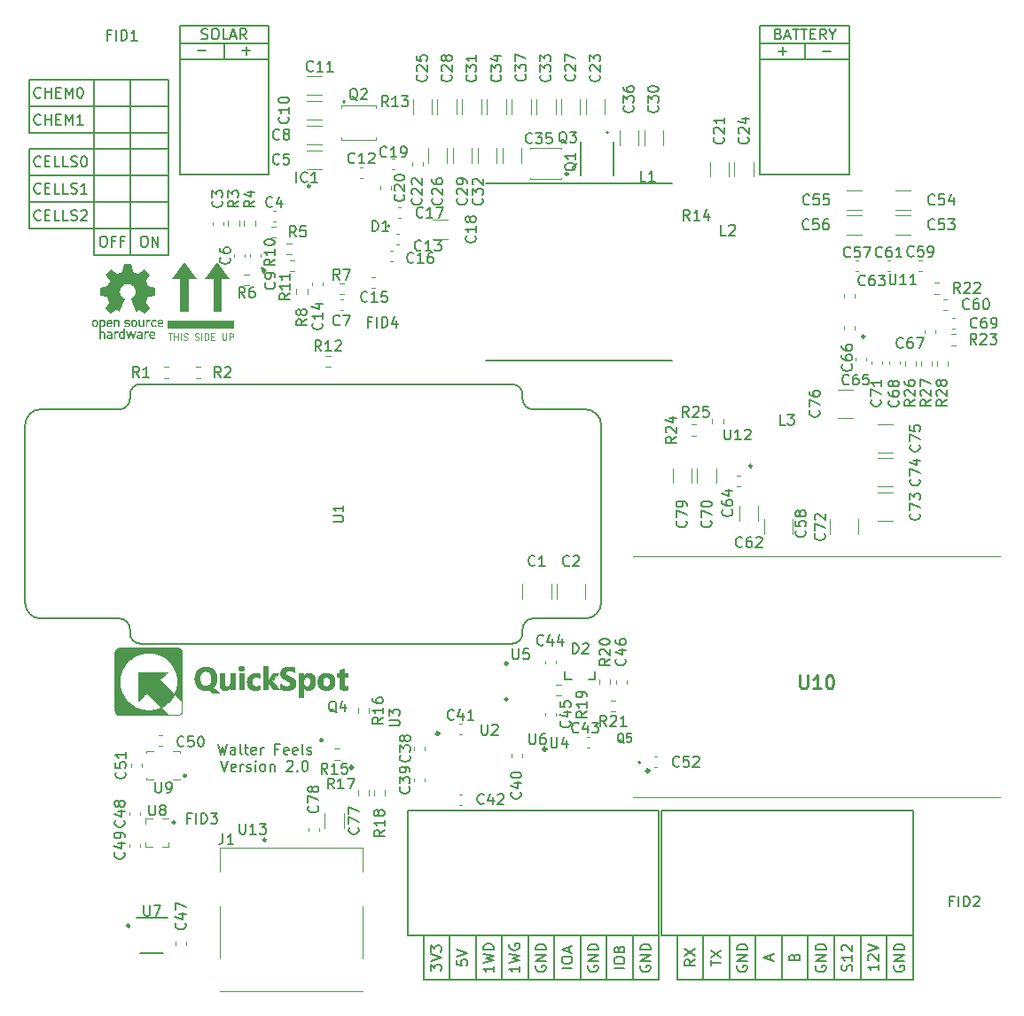
<source format=gbr>
%TF.GenerationSoftware,KiCad,Pcbnew,(6.0.11)*%
%TF.CreationDate,2023-08-29T15:11:37+02:00*%
%TF.ProjectId,walter-feels,77616c74-6572-42d6-9665-656c732e6b69,2.0*%
%TF.SameCoordinates,Original*%
%TF.FileFunction,Legend,Top*%
%TF.FilePolarity,Positive*%
%FSLAX46Y46*%
G04 Gerber Fmt 4.6, Leading zero omitted, Abs format (unit mm)*
G04 Created by KiCad (PCBNEW (6.0.11)) date 2023-08-29 15:11:37*
%MOMM*%
%LPD*%
G01*
G04 APERTURE LIST*
%ADD10C,0.010000*%
%ADD11C,0.050000*%
%ADD12C,0.000000*%
%ADD13C,0.200000*%
%ADD14C,0.150000*%
%ADD15C,0.300000*%
%ADD16C,0.120000*%
%ADD17C,0.254000*%
%ADD18C,0.100000*%
%ADD19C,0.127000*%
%ADD20C,0.250000*%
G04 APERTURE END LIST*
D10*
X101347192Y-123719557D02*
X101336541Y-123859604D01*
X100447164Y-121536337D02*
X100542951Y-121627650D01*
D11*
X101406889Y-126783319D02*
X101383371Y-126786290D01*
D10*
X96464465Y-121823488D02*
X96551153Y-121723425D01*
D12*
G36*
X96580973Y-88997365D02*
G01*
X96603052Y-88998671D01*
X96624252Y-89000818D01*
X96644612Y-89003781D01*
X96664171Y-89007535D01*
X96682968Y-89012056D01*
X96701044Y-89017318D01*
X96718437Y-89023296D01*
X96735187Y-89029967D01*
X96751333Y-89037305D01*
X96766915Y-89045286D01*
X96781971Y-89053884D01*
X96796542Y-89063076D01*
X96810666Y-89072835D01*
X96824383Y-89083138D01*
X96837733Y-89093960D01*
X96749229Y-89197902D01*
X96738671Y-89190685D01*
X96728051Y-89183783D01*
X96717343Y-89177217D01*
X96706521Y-89171007D01*
X96695558Y-89165174D01*
X96684427Y-89159740D01*
X96673102Y-89154724D01*
X96661555Y-89150148D01*
X96649760Y-89146032D01*
X96637691Y-89142397D01*
X96625320Y-89139265D01*
X96612622Y-89136655D01*
X96599569Y-89134589D01*
X96586135Y-89133088D01*
X96572292Y-89132172D01*
X96558015Y-89131862D01*
X96549630Y-89131968D01*
X96541593Y-89132285D01*
X96533900Y-89132807D01*
X96526544Y-89133530D01*
X96519520Y-89134450D01*
X96512823Y-89135563D01*
X96506448Y-89136863D01*
X96500389Y-89138347D01*
X96494641Y-89140010D01*
X96489198Y-89141848D01*
X96484055Y-89143856D01*
X96479207Y-89146031D01*
X96474648Y-89148367D01*
X96470372Y-89150860D01*
X96466375Y-89153505D01*
X96462651Y-89156299D01*
X96459194Y-89159237D01*
X96456000Y-89162315D01*
X96453062Y-89165528D01*
X96450375Y-89168871D01*
X96447935Y-89172341D01*
X96445735Y-89175933D01*
X96443770Y-89179642D01*
X96442035Y-89183464D01*
X96440524Y-89187395D01*
X96439233Y-89191431D01*
X96438154Y-89195566D01*
X96437284Y-89199797D01*
X96436617Y-89204119D01*
X96436147Y-89208527D01*
X96435869Y-89213018D01*
X96435777Y-89217587D01*
X96436047Y-89223377D01*
X96436883Y-89229131D01*
X96438323Y-89234811D01*
X96440407Y-89240380D01*
X96443175Y-89245801D01*
X96446665Y-89251037D01*
X96450916Y-89256051D01*
X96453340Y-89258463D01*
X96455969Y-89260806D01*
X96458807Y-89263076D01*
X96461861Y-89265266D01*
X96465134Y-89267373D01*
X96468632Y-89269393D01*
X96472360Y-89271320D01*
X96476322Y-89273150D01*
X96484969Y-89276500D01*
X96494613Y-89279407D01*
X96505293Y-89281833D01*
X96517047Y-89283742D01*
X96529916Y-89285095D01*
X96647987Y-89293470D01*
X96661569Y-89294625D01*
X96674637Y-89296241D01*
X96687196Y-89298305D01*
X96699253Y-89300808D01*
X96710811Y-89303740D01*
X96721877Y-89307090D01*
X96732457Y-89310847D01*
X96742555Y-89315002D01*
X96752176Y-89319544D01*
X96761328Y-89324463D01*
X96770014Y-89329748D01*
X96778240Y-89335389D01*
X96786012Y-89341377D01*
X96793335Y-89347699D01*
X96800215Y-89354347D01*
X96806657Y-89361310D01*
X96812667Y-89368577D01*
X96818249Y-89376139D01*
X96823410Y-89383984D01*
X96828154Y-89392103D01*
X96832488Y-89400485D01*
X96836416Y-89409120D01*
X96839944Y-89417998D01*
X96843078Y-89427108D01*
X96845823Y-89436439D01*
X96848184Y-89445983D01*
X96851777Y-89465663D01*
X96853901Y-89486065D01*
X96854600Y-89507107D01*
X96854224Y-89519982D01*
X96853107Y-89532507D01*
X96851267Y-89544677D01*
X96848720Y-89556490D01*
X96845483Y-89567941D01*
X96841574Y-89579027D01*
X96837009Y-89589744D01*
X96831805Y-89600087D01*
X96825979Y-89610053D01*
X96819549Y-89619638D01*
X96812531Y-89628839D01*
X96804942Y-89637651D01*
X96796799Y-89646071D01*
X96788119Y-89654095D01*
X96778920Y-89661718D01*
X96769217Y-89668938D01*
X96759029Y-89675749D01*
X96748372Y-89682150D01*
X96725718Y-89693700D01*
X96701393Y-89703557D01*
X96675532Y-89711691D01*
X96648270Y-89718072D01*
X96619745Y-89722667D01*
X96590091Y-89725447D01*
X96559444Y-89726380D01*
X96537935Y-89725885D01*
X96516633Y-89724400D01*
X96495548Y-89721922D01*
X96474693Y-89718449D01*
X96454075Y-89713979D01*
X96433707Y-89708511D01*
X96413598Y-89702042D01*
X96393759Y-89694571D01*
X96374199Y-89686094D01*
X96354930Y-89676612D01*
X96335962Y-89666121D01*
X96317304Y-89654619D01*
X96298968Y-89642105D01*
X96280964Y-89628576D01*
X96263302Y-89614031D01*
X96245992Y-89598467D01*
X96345767Y-89500122D01*
X96357432Y-89511115D01*
X96369262Y-89521411D01*
X96381290Y-89531009D01*
X96393549Y-89539907D01*
X96406072Y-89548103D01*
X96418891Y-89555596D01*
X96432040Y-89562383D01*
X96445551Y-89568463D01*
X96459458Y-89573835D01*
X96473792Y-89578496D01*
X96488588Y-89582444D01*
X96503878Y-89585679D01*
X96519695Y-89588198D01*
X96536072Y-89589999D01*
X96553041Y-89591081D01*
X96570636Y-89591442D01*
X96578208Y-89591352D01*
X96585642Y-89591081D01*
X96592931Y-89590629D01*
X96600070Y-89589997D01*
X96607050Y-89589186D01*
X96613865Y-89588194D01*
X96620509Y-89587024D01*
X96626974Y-89585673D01*
X96633255Y-89584144D01*
X96639344Y-89582436D01*
X96645235Y-89580550D01*
X96650920Y-89578485D01*
X96656394Y-89576243D01*
X96661649Y-89573822D01*
X96666679Y-89571224D01*
X96671477Y-89568448D01*
X96676036Y-89565496D01*
X96680350Y-89562367D01*
X96684412Y-89559061D01*
X96688215Y-89555578D01*
X96691752Y-89551920D01*
X96695017Y-89548086D01*
X96698003Y-89544076D01*
X96700703Y-89539890D01*
X96703110Y-89535530D01*
X96705219Y-89530994D01*
X96707021Y-89526284D01*
X96708511Y-89521400D01*
X96709681Y-89516341D01*
X96710526Y-89511108D01*
X96711037Y-89505702D01*
X96711209Y-89500122D01*
X96711099Y-89495480D01*
X96710772Y-89491039D01*
X96710232Y-89486796D01*
X96709485Y-89482745D01*
X96708535Y-89478882D01*
X96707387Y-89475202D01*
X96706046Y-89471703D01*
X96704518Y-89468378D01*
X96702806Y-89465224D01*
X96700916Y-89462237D01*
X96698852Y-89459412D01*
X96696620Y-89456745D01*
X96694224Y-89454231D01*
X96691669Y-89451866D01*
X96688960Y-89449646D01*
X96686102Y-89447566D01*
X96683100Y-89445622D01*
X96679958Y-89443810D01*
X96673275Y-89440564D01*
X96666094Y-89437792D01*
X96658451Y-89435460D01*
X96650388Y-89433533D01*
X96641941Y-89431976D01*
X96633151Y-89430755D01*
X96624055Y-89429835D01*
X96497532Y-89418603D01*
X96475776Y-89416051D01*
X96454827Y-89412094D01*
X96444681Y-89409592D01*
X96434767Y-89406744D01*
X96425096Y-89403551D01*
X96415677Y-89400015D01*
X96406523Y-89396136D01*
X96397641Y-89391918D01*
X96389044Y-89387360D01*
X96380741Y-89382466D01*
X96372743Y-89377236D01*
X96365059Y-89371672D01*
X96357701Y-89365776D01*
X96350678Y-89359548D01*
X96344001Y-89352992D01*
X96337680Y-89346107D01*
X96331725Y-89338897D01*
X96326148Y-89331362D01*
X96320957Y-89323504D01*
X96316163Y-89315325D01*
X96311777Y-89306825D01*
X96307809Y-89298008D01*
X96304270Y-89288873D01*
X96301168Y-89279424D01*
X96298516Y-89269661D01*
X96296323Y-89259586D01*
X96294599Y-89249200D01*
X96293355Y-89238506D01*
X96292601Y-89227504D01*
X96292347Y-89216197D01*
X96292682Y-89202830D01*
X96293678Y-89189875D01*
X96295320Y-89177334D01*
X96297593Y-89165207D01*
X96300483Y-89153495D01*
X96303975Y-89142199D01*
X96308054Y-89131319D01*
X96312705Y-89120856D01*
X96317915Y-89110812D01*
X96323667Y-89101186D01*
X96329949Y-89091980D01*
X96336744Y-89083194D01*
X96344038Y-89074829D01*
X96351817Y-89066886D01*
X96360066Y-89059365D01*
X96368771Y-89052268D01*
X96377915Y-89045595D01*
X96387486Y-89039347D01*
X96397468Y-89033525D01*
X96407846Y-89028129D01*
X96418606Y-89023160D01*
X96429734Y-89018620D01*
X96453031Y-89010826D01*
X96477622Y-89004753D01*
X96503388Y-89000408D01*
X96530211Y-88997796D01*
X96557976Y-88996924D01*
X96580973Y-88997365D01*
G37*
D10*
X97278069Y-126002527D02*
X97162569Y-125936124D01*
X101263948Y-124266836D02*
X101226781Y-124397700D01*
X96838339Y-121449659D02*
X96942531Y-121367790D01*
D13*
X151592600Y-147879800D02*
X151592600Y-152120600D01*
D11*
X95381266Y-126319896D02*
X95381266Y-120835399D01*
X95383678Y-126367962D02*
X95381874Y-126344092D01*
D10*
X101294746Y-123021878D02*
X101319001Y-123157680D01*
X97660765Y-122670997D02*
X97660765Y-122670997D01*
D12*
G36*
X106778424Y-89868083D02*
G01*
X100428425Y-89868083D01*
X100428425Y-89074334D01*
X106778424Y-89074334D01*
X106778424Y-89868083D01*
G37*
D10*
X100447164Y-125618958D02*
X100347089Y-125705635D01*
X99148552Y-126279348D02*
X99012734Y-126303600D01*
X101294746Y-124133417D02*
X101263948Y-124266836D01*
D11*
X101335299Y-126788701D02*
X101335299Y-126788701D01*
D12*
G36*
X97789360Y-89429756D02*
G01*
X97789536Y-89438726D01*
X97790058Y-89447454D01*
X97790921Y-89455939D01*
X97792116Y-89464177D01*
X97793636Y-89472165D01*
X97795475Y-89479900D01*
X97797624Y-89487380D01*
X97800077Y-89494602D01*
X97802827Y-89501562D01*
X97805865Y-89508258D01*
X97809186Y-89514688D01*
X97812781Y-89520847D01*
X97816644Y-89526734D01*
X97820768Y-89532346D01*
X97825144Y-89537679D01*
X97829767Y-89542731D01*
X97834628Y-89547498D01*
X97839720Y-89551979D01*
X97845037Y-89556171D01*
X97850571Y-89560069D01*
X97856315Y-89563672D01*
X97862261Y-89566977D01*
X97868403Y-89569981D01*
X97874733Y-89572680D01*
X97881244Y-89575073D01*
X97887929Y-89577156D01*
X97894780Y-89578926D01*
X97901791Y-89580381D01*
X97908954Y-89581518D01*
X97916261Y-89582333D01*
X97923706Y-89582824D01*
X97931282Y-89582989D01*
X97938739Y-89582824D01*
X97946073Y-89582333D01*
X97953276Y-89581518D01*
X97960341Y-89580381D01*
X97967261Y-89578926D01*
X97974028Y-89577156D01*
X97980635Y-89575073D01*
X97987074Y-89572680D01*
X97993338Y-89569981D01*
X97999419Y-89566977D01*
X98005310Y-89563672D01*
X98011003Y-89560069D01*
X98016492Y-89556171D01*
X98021767Y-89551979D01*
X98026823Y-89547498D01*
X98031652Y-89542731D01*
X98036245Y-89537679D01*
X98040597Y-89532346D01*
X98044698Y-89526734D01*
X98048542Y-89520847D01*
X98052122Y-89514688D01*
X98055429Y-89508258D01*
X98058457Y-89501562D01*
X98061198Y-89494602D01*
X98063644Y-89487380D01*
X98065788Y-89479900D01*
X98067623Y-89472165D01*
X98069141Y-89464177D01*
X98070335Y-89455939D01*
X98071197Y-89447454D01*
X98071719Y-89438726D01*
X98071895Y-89429756D01*
X98071895Y-89005297D01*
X98215206Y-89005297D01*
X98215206Y-89717966D01*
X98071895Y-89717966D01*
X98071895Y-89642004D01*
X98069117Y-89642004D01*
X98060457Y-89652212D01*
X98051348Y-89661763D01*
X98041805Y-89670655D01*
X98031844Y-89678890D01*
X98021479Y-89686466D01*
X98010724Y-89693384D01*
X97999594Y-89699644D01*
X97988105Y-89705246D01*
X97976270Y-89710189D01*
X97964105Y-89714473D01*
X97951625Y-89718098D01*
X97938844Y-89721065D01*
X97925777Y-89723372D01*
X97912438Y-89725021D01*
X97898843Y-89726010D01*
X97885007Y-89726340D01*
X97874429Y-89726089D01*
X97863794Y-89725337D01*
X97842458Y-89722340D01*
X97821203Y-89717363D01*
X97810671Y-89714136D01*
X97800236Y-89710420D01*
X97789925Y-89706216D01*
X97779763Y-89701525D01*
X97769775Y-89696351D01*
X97759989Y-89690694D01*
X97750429Y-89684556D01*
X97741121Y-89677939D01*
X97732091Y-89670845D01*
X97723364Y-89663276D01*
X97714967Y-89655234D01*
X97706925Y-89646720D01*
X97699264Y-89637736D01*
X97692010Y-89628284D01*
X97685188Y-89618366D01*
X97678824Y-89607983D01*
X97672944Y-89597138D01*
X97667574Y-89585831D01*
X97662739Y-89574066D01*
X97658465Y-89561844D01*
X97654778Y-89549166D01*
X97651704Y-89536034D01*
X97649268Y-89522451D01*
X97647496Y-89508417D01*
X97646414Y-89493936D01*
X97646048Y-89479008D01*
X97646048Y-89005297D01*
X97789360Y-89005297D01*
X97789360Y-89429756D01*
G37*
D14*
X93425974Y-80307500D02*
X93425974Y-82847500D01*
D11*
X101335299Y-120366593D02*
X101335299Y-120366593D01*
D10*
X100951480Y-122147678D02*
X101017891Y-122263163D01*
D11*
X101578781Y-120434276D02*
X101597800Y-120446445D01*
D14*
X109813374Y-84277200D02*
X109584774Y-84505800D01*
D10*
X97903440Y-120906741D02*
X98036876Y-120875947D01*
X101078801Y-122382071D02*
X101134034Y-122504227D01*
X100347089Y-125705635D02*
X100242897Y-125787504D01*
X95958646Y-124397701D02*
X95921480Y-124266837D01*
D13*
X171592600Y-147879800D02*
X171592600Y-152120600D01*
D11*
X95606648Y-126721019D02*
X95587628Y-126708850D01*
D12*
G36*
X97464725Y-90612948D02*
G01*
X97465876Y-90602569D01*
X97467487Y-90592333D01*
X97469556Y-90582254D01*
X97472082Y-90572347D01*
X97475066Y-90562626D01*
X97478505Y-90553107D01*
X97482399Y-90543804D01*
X97486748Y-90534731D01*
X97491550Y-90525903D01*
X97496805Y-90517336D01*
X97502512Y-90509043D01*
X97508670Y-90501039D01*
X97515279Y-90493340D01*
X97522337Y-90485959D01*
X97529843Y-90478912D01*
X97537798Y-90472213D01*
X97546199Y-90465877D01*
X97555047Y-90459918D01*
X97564340Y-90454352D01*
X97574078Y-90449193D01*
X97584260Y-90444455D01*
X97594885Y-90440154D01*
X97605952Y-90436303D01*
X97617460Y-90432918D01*
X97629409Y-90430014D01*
X97641798Y-90427605D01*
X97654626Y-90425706D01*
X97667893Y-90424331D01*
X97681596Y-90423495D01*
X97695736Y-90423213D01*
X97893936Y-90423213D01*
X97893936Y-90348720D01*
X97893421Y-90336582D01*
X97892774Y-90330886D01*
X97891863Y-90325433D01*
X97890685Y-90320222D01*
X97889238Y-90315246D01*
X97887518Y-90310505D01*
X97885523Y-90305992D01*
X97883251Y-90301706D01*
X97880697Y-90297643D01*
X97877860Y-90293798D01*
X97874736Y-90290169D01*
X97871322Y-90286751D01*
X97867617Y-90283542D01*
X97863617Y-90280538D01*
X97859319Y-90277734D01*
X97854720Y-90275128D01*
X97849817Y-90272716D01*
X97839090Y-90268460D01*
X97827116Y-90264937D01*
X97813870Y-90262119D01*
X97799331Y-90259976D01*
X97783476Y-90258481D01*
X97766282Y-90257605D01*
X97747727Y-90257320D01*
X97734214Y-90257488D01*
X97721582Y-90258006D01*
X97709786Y-90258892D01*
X97698784Y-90260164D01*
X97693567Y-90260951D01*
X97688532Y-90261840D01*
X97683674Y-90262836D01*
X97678987Y-90263940D01*
X97674466Y-90265153D01*
X97670105Y-90266480D01*
X97665899Y-90267921D01*
X97661843Y-90269479D01*
X97657932Y-90271157D01*
X97654158Y-90272956D01*
X97650519Y-90274879D01*
X97647007Y-90276929D01*
X97643618Y-90279107D01*
X97640345Y-90281416D01*
X97637185Y-90283859D01*
X97634130Y-90286436D01*
X97631177Y-90289152D01*
X97628319Y-90292007D01*
X97625550Y-90295005D01*
X97622867Y-90298147D01*
X97620262Y-90301436D01*
X97617731Y-90304874D01*
X97615269Y-90308464D01*
X97612869Y-90312208D01*
X97500395Y-90226482D01*
X97510953Y-90212796D01*
X97522079Y-90200203D01*
X97533779Y-90188675D01*
X97546059Y-90178183D01*
X97558924Y-90168697D01*
X97572380Y-90160188D01*
X97586434Y-90152627D01*
X97601092Y-90145986D01*
X97616358Y-90140235D01*
X97632240Y-90135345D01*
X97648743Y-90131287D01*
X97665873Y-90128032D01*
X97683636Y-90125551D01*
X97702037Y-90123815D01*
X97721084Y-90122795D01*
X97740782Y-90122461D01*
X97773060Y-90123167D01*
X97803958Y-90125342D01*
X97833380Y-90129069D01*
X97847507Y-90131541D01*
X97861228Y-90134433D01*
X97874532Y-90137756D01*
X97887406Y-90141519D01*
X97899838Y-90145733D01*
X97911816Y-90150410D01*
X97923328Y-90155559D01*
X97934361Y-90161191D01*
X97944905Y-90167317D01*
X97954945Y-90173946D01*
X97964472Y-90181090D01*
X97973471Y-90188760D01*
X97981931Y-90196965D01*
X97989841Y-90205716D01*
X97997187Y-90215024D01*
X98003959Y-90224900D01*
X98010142Y-90235353D01*
X98015727Y-90246394D01*
X98020700Y-90258035D01*
X98025049Y-90270285D01*
X98028762Y-90283155D01*
X98031827Y-90296655D01*
X98034232Y-90310797D01*
X98035965Y-90325590D01*
X98037014Y-90341045D01*
X98037366Y-90357173D01*
X98037366Y-90843504D01*
X97893936Y-90843504D01*
X97893936Y-90780242D01*
X97891158Y-90780242D01*
X97885383Y-90789164D01*
X97879106Y-90797465D01*
X97872284Y-90805150D01*
X97864877Y-90812226D01*
X97856843Y-90818700D01*
X97848142Y-90824578D01*
X97838734Y-90829865D01*
X97828575Y-90834570D01*
X97817627Y-90838697D01*
X97805848Y-90842253D01*
X97793196Y-90845245D01*
X97779632Y-90847678D01*
X97765113Y-90849560D01*
X97749599Y-90850896D01*
X97733049Y-90851693D01*
X97715421Y-90851958D01*
X97700726Y-90851684D01*
X97686421Y-90850870D01*
X97672514Y-90849528D01*
X97659008Y-90847669D01*
X97645909Y-90845306D01*
X97633221Y-90842451D01*
X97620950Y-90839115D01*
X97609100Y-90835309D01*
X97597676Y-90831047D01*
X97586683Y-90826339D01*
X97576126Y-90821198D01*
X97566009Y-90815635D01*
X97556339Y-90809663D01*
X97547119Y-90803293D01*
X97538355Y-90796536D01*
X97530051Y-90789405D01*
X97522212Y-90781912D01*
X97514844Y-90774068D01*
X97507951Y-90765886D01*
X97501537Y-90757376D01*
X97495609Y-90748552D01*
X97490171Y-90739424D01*
X97485227Y-90730005D01*
X97480783Y-90720306D01*
X97476843Y-90710340D01*
X97473413Y-90700118D01*
X97470497Y-90689651D01*
X97468100Y-90678953D01*
X97466227Y-90668034D01*
X97464883Y-90656907D01*
X97464074Y-90645582D01*
X97463803Y-90634073D01*
X97463955Y-90627048D01*
X97598819Y-90627048D01*
X97599270Y-90635926D01*
X97600641Y-90644620D01*
X97602964Y-90653077D01*
X97606269Y-90661242D01*
X97608299Y-90665199D01*
X97610587Y-90669062D01*
X97613136Y-90672827D01*
X97615950Y-90676484D01*
X97619032Y-90680029D01*
X97622387Y-90683454D01*
X97626018Y-90686753D01*
X97629929Y-90689918D01*
X97634125Y-90692944D01*
X97638608Y-90695823D01*
X97643383Y-90698548D01*
X97648454Y-90701114D01*
X97653824Y-90703513D01*
X97659497Y-90705738D01*
X97665478Y-90707784D01*
X97671769Y-90709642D01*
X97685301Y-90712772D01*
X97700122Y-90715074D01*
X97716264Y-90716495D01*
X97733757Y-90716980D01*
X97755243Y-90716811D01*
X97774939Y-90716221D01*
X97792903Y-90715083D01*
X97809188Y-90713272D01*
X97816719Y-90712075D01*
X97823851Y-90710663D01*
X97830592Y-90709019D01*
X97836948Y-90707129D01*
X97842926Y-90704976D01*
X97848534Y-90702544D01*
X97853777Y-90699819D01*
X97858664Y-90696784D01*
X97863200Y-90693423D01*
X97867394Y-90689722D01*
X97871251Y-90685663D01*
X97874780Y-90681232D01*
X97877986Y-90676412D01*
X97880877Y-90671189D01*
X97883459Y-90665546D01*
X97885740Y-90659467D01*
X97887727Y-90652937D01*
X97889427Y-90645940D01*
X97890846Y-90638461D01*
X97891991Y-90630483D01*
X97892870Y-90621991D01*
X97893489Y-90612969D01*
X97893855Y-90603402D01*
X97893976Y-90593274D01*
X97893975Y-90593274D01*
X97893975Y-90541244D01*
X97722525Y-90541244D01*
X97714750Y-90541342D01*
X97707238Y-90541636D01*
X97699987Y-90542121D01*
X97692996Y-90542796D01*
X97686265Y-90543658D01*
X97679792Y-90544703D01*
X97673576Y-90545930D01*
X97667617Y-90547334D01*
X97661913Y-90548913D01*
X97656463Y-90550665D01*
X97651267Y-90552586D01*
X97646322Y-90554674D01*
X97641629Y-90556925D01*
X97637186Y-90559338D01*
X97632992Y-90561908D01*
X97629046Y-90564634D01*
X97625348Y-90567513D01*
X97621895Y-90570541D01*
X97618687Y-90573715D01*
X97615724Y-90577034D01*
X97613003Y-90580494D01*
X97610524Y-90584091D01*
X97608287Y-90587825D01*
X97606289Y-90591691D01*
X97604530Y-90595686D01*
X97603009Y-90599809D01*
X97601724Y-90604055D01*
X97600676Y-90608423D01*
X97599862Y-90612908D01*
X97599282Y-90617510D01*
X97598935Y-90622224D01*
X97598819Y-90627048D01*
X97463955Y-90627048D01*
X97464033Y-90623454D01*
X97464725Y-90612948D01*
G37*
D11*
X101650873Y-126667197D02*
X101633875Y-126681910D01*
D10*
X96642477Y-125527645D02*
X96551153Y-125431870D01*
X101350781Y-123577647D02*
X101347192Y-123719557D01*
D12*
G36*
X95798162Y-90426890D02*
G01*
X95798899Y-90401075D01*
X95799973Y-90377682D01*
X95801409Y-90356515D01*
X95803233Y-90337381D01*
X95805468Y-90320087D01*
X95808140Y-90304438D01*
X95811273Y-90290242D01*
X95813020Y-90283627D01*
X95814892Y-90277304D01*
X95816892Y-90271246D01*
X95819023Y-90265430D01*
X95821287Y-90259832D01*
X95823688Y-90254427D01*
X95828915Y-90244101D01*
X95834726Y-90234259D01*
X95841148Y-90224707D01*
X95848204Y-90215251D01*
X95856110Y-90205392D01*
X95864545Y-90195904D01*
X95873510Y-90186822D01*
X95883008Y-90178183D01*
X95893042Y-90170024D01*
X95903612Y-90162381D01*
X95914722Y-90155293D01*
X95926374Y-90148794D01*
X95938569Y-90142922D01*
X95951310Y-90137714D01*
X95964599Y-90133207D01*
X95978438Y-90129436D01*
X95992830Y-90126440D01*
X96007776Y-90124254D01*
X96023278Y-90122916D01*
X96039339Y-90122461D01*
X96052868Y-90122853D01*
X96066050Y-90124010D01*
X96078902Y-90125908D01*
X96091442Y-90128523D01*
X96103684Y-90131830D01*
X96115646Y-90135804D01*
X96127345Y-90140420D01*
X96138796Y-90145654D01*
X96150017Y-90151481D01*
X96161023Y-90157876D01*
X96171832Y-90164815D01*
X96182460Y-90172273D01*
X96192923Y-90180224D01*
X96203238Y-90188646D01*
X96213421Y-90197511D01*
X96223489Y-90206797D01*
X96223489Y-89842704D01*
X96366841Y-89842704D01*
X96366841Y-90843504D01*
X96223489Y-90843504D01*
X96223489Y-90769010D01*
X96214814Y-90778039D01*
X96205665Y-90786681D01*
X96196062Y-90794910D01*
X96186026Y-90802699D01*
X96175578Y-90810020D01*
X96164738Y-90816847D01*
X96153528Y-90823152D01*
X96141966Y-90828908D01*
X96130075Y-90834089D01*
X96117875Y-90838667D01*
X96105387Y-90842615D01*
X96092630Y-90845906D01*
X96079627Y-90848513D01*
X96066397Y-90850408D01*
X96052961Y-90851565D01*
X96039339Y-90851957D01*
X96031239Y-90851842D01*
X96023278Y-90851502D01*
X96015457Y-90850940D01*
X96007776Y-90850161D01*
X96000233Y-90849170D01*
X95992830Y-90847972D01*
X95985565Y-90846570D01*
X95978438Y-90844971D01*
X95971450Y-90843178D01*
X95964599Y-90841195D01*
X95957886Y-90839029D01*
X95951310Y-90836683D01*
X95944871Y-90834162D01*
X95938569Y-90831470D01*
X95926374Y-90825595D01*
X95914722Y-90819093D01*
X95903612Y-90812002D01*
X95893042Y-90804360D01*
X95883008Y-90796202D01*
X95873510Y-90787567D01*
X95864545Y-90778492D01*
X95856110Y-90769013D01*
X95848204Y-90759168D01*
X95841148Y-90749697D01*
X95834726Y-90740130D01*
X95828915Y-90730272D01*
X95823688Y-90719926D01*
X95819022Y-90708897D01*
X95814892Y-90696990D01*
X95811273Y-90684008D01*
X95808140Y-90669757D01*
X95805468Y-90654040D01*
X95803232Y-90636662D01*
X95801409Y-90617427D01*
X95799973Y-90596140D01*
X95798162Y-90546626D01*
X95797603Y-90486555D01*
X95940954Y-90486555D01*
X95941066Y-90507341D01*
X95941519Y-90527965D01*
X95942492Y-90548263D01*
X95944160Y-90568074D01*
X95946701Y-90587235D01*
X95948354Y-90596520D01*
X95950292Y-90605582D01*
X95952537Y-90614400D01*
X95955111Y-90622954D01*
X95958035Y-90631223D01*
X95961333Y-90639187D01*
X95965027Y-90646826D01*
X95969137Y-90654120D01*
X95973688Y-90661048D01*
X95978700Y-90667589D01*
X95984195Y-90673724D01*
X95990197Y-90679432D01*
X95996727Y-90684693D01*
X96003808Y-90689487D01*
X96011460Y-90693792D01*
X96019708Y-90697590D01*
X96028572Y-90700859D01*
X96038074Y-90703579D01*
X96048238Y-90705730D01*
X96059085Y-90707292D01*
X96070637Y-90708244D01*
X96082916Y-90708566D01*
X96095069Y-90708224D01*
X96106503Y-90707215D01*
X96117239Y-90705564D01*
X96127299Y-90703293D01*
X96136706Y-90700427D01*
X96145480Y-90696991D01*
X96153645Y-90693009D01*
X96161221Y-90688505D01*
X96168231Y-90683502D01*
X96174697Y-90678026D01*
X96180640Y-90672099D01*
X96186083Y-90665748D01*
X96191046Y-90658994D01*
X96195553Y-90651864D01*
X96199625Y-90644380D01*
X96203283Y-90636568D01*
X96206551Y-90628451D01*
X96209449Y-90620053D01*
X96214224Y-90602513D01*
X96217784Y-90584140D01*
X96220305Y-90565128D01*
X96221961Y-90545670D01*
X96222927Y-90525959D01*
X96223489Y-90486555D01*
X96223378Y-90467162D01*
X96222927Y-90447601D01*
X96221961Y-90428069D01*
X96220305Y-90408760D01*
X96217784Y-90389870D01*
X96216145Y-90380644D01*
X96214224Y-90371596D01*
X96211999Y-90362751D01*
X96209449Y-90354133D01*
X96206551Y-90345767D01*
X96203283Y-90337677D01*
X96199625Y-90329887D01*
X96195553Y-90322423D01*
X96191046Y-90315309D01*
X96186083Y-90308568D01*
X96180640Y-90302227D01*
X96174697Y-90296308D01*
X96168231Y-90290837D01*
X96161221Y-90285837D01*
X96153645Y-90281335D01*
X96145480Y-90277353D01*
X96136706Y-90273916D01*
X96127299Y-90271050D01*
X96117239Y-90268778D01*
X96106503Y-90267125D01*
X96095069Y-90266115D01*
X96082916Y-90265773D01*
X96070637Y-90266095D01*
X96059085Y-90267047D01*
X96048238Y-90268609D01*
X96038074Y-90270760D01*
X96028572Y-90273480D01*
X96019708Y-90276747D01*
X96011460Y-90280542D01*
X96003808Y-90284844D01*
X95996727Y-90289632D01*
X95990197Y-90294885D01*
X95984195Y-90300583D01*
X95978700Y-90306706D01*
X95973688Y-90313232D01*
X95969137Y-90320141D01*
X95965027Y-90327413D01*
X95961333Y-90335027D01*
X95958035Y-90342963D01*
X95955111Y-90351199D01*
X95950292Y-90368491D01*
X95946701Y-90386740D01*
X95944160Y-90405779D01*
X95942492Y-90425445D01*
X95941519Y-90445573D01*
X95940954Y-90486555D01*
X95797603Y-90486555D01*
X95797738Y-90455318D01*
X95798162Y-90426890D01*
G37*
D11*
X95381266Y-126319896D02*
X95381266Y-126319896D01*
D12*
G36*
X98714893Y-88997089D02*
G01*
X98725364Y-88997816D01*
X98735618Y-88999012D01*
X98745664Y-89000664D01*
X98755511Y-89002762D01*
X98765167Y-89005291D01*
X98774642Y-89008241D01*
X98783943Y-89011598D01*
X98793081Y-89015351D01*
X98802063Y-89019486D01*
X98810898Y-89023993D01*
X98819596Y-89028857D01*
X98828164Y-89034068D01*
X98836612Y-89039612D01*
X98844949Y-89045478D01*
X98853183Y-89051653D01*
X98749162Y-89175359D01*
X98742947Y-89170799D01*
X98736931Y-89166592D01*
X98731080Y-89162730D01*
X98725361Y-89159206D01*
X98719741Y-89156011D01*
X98714187Y-89153136D01*
X98708666Y-89150574D01*
X98703144Y-89148317D01*
X98697589Y-89146356D01*
X98691968Y-89144683D01*
X98686246Y-89143290D01*
X98680392Y-89142168D01*
X98674372Y-89141311D01*
X98668152Y-89140708D01*
X98661701Y-89140352D01*
X98654983Y-89140236D01*
X98641831Y-89140766D01*
X98628813Y-89142371D01*
X98616028Y-89145071D01*
X98603573Y-89148887D01*
X98597501Y-89151220D01*
X98591549Y-89153839D01*
X98585728Y-89156748D01*
X98580052Y-89159949D01*
X98574533Y-89163444D01*
X98569183Y-89167236D01*
X98564014Y-89171327D01*
X98559039Y-89175721D01*
X98554270Y-89180420D01*
X98549719Y-89185426D01*
X98545399Y-89190742D01*
X98541322Y-89196370D01*
X98537501Y-89202313D01*
X98533947Y-89208574D01*
X98530673Y-89215156D01*
X98527691Y-89222060D01*
X98525014Y-89229289D01*
X98522654Y-89236846D01*
X98520623Y-89244734D01*
X98518934Y-89252955D01*
X98517598Y-89261512D01*
X98516629Y-89270407D01*
X98516039Y-89279643D01*
X98515839Y-89289223D01*
X98515839Y-89717887D01*
X98372448Y-89717887D01*
X98372448Y-89005298D01*
X98515839Y-89005298D01*
X98515839Y-89081181D01*
X98518618Y-89081181D01*
X98527278Y-89070972D01*
X98536390Y-89061422D01*
X98545939Y-89052529D01*
X98555913Y-89044295D01*
X98566301Y-89036718D01*
X98577088Y-89029800D01*
X98588263Y-89023540D01*
X98599813Y-89017939D01*
X98611725Y-89012996D01*
X98623987Y-89008711D01*
X98636586Y-89005086D01*
X98649510Y-89002119D01*
X98662745Y-88999812D01*
X98676280Y-88998163D01*
X98690101Y-88997174D01*
X98704196Y-88996844D01*
X98714893Y-88997089D01*
G37*
D11*
G36*
X113394375Y-122828603D02*
G01*
X113394375Y-123062418D01*
X113399883Y-123062418D01*
X113422415Y-123029584D01*
X113446081Y-122998867D01*
X113470882Y-122970267D01*
X113483709Y-122956761D01*
X113496819Y-122943784D01*
X113510213Y-122931337D01*
X113523891Y-122919419D01*
X113537852Y-122908030D01*
X113552098Y-122897171D01*
X113566627Y-122886842D01*
X113581440Y-122877041D01*
X113596537Y-122867771D01*
X113611918Y-122859030D01*
X113627583Y-122850818D01*
X113643531Y-122843137D01*
X113659764Y-122835984D01*
X113676280Y-122829362D01*
X113693080Y-122823269D01*
X113710164Y-122817706D01*
X113727532Y-122812672D01*
X113745184Y-122808168D01*
X113763119Y-122804194D01*
X113781339Y-122800750D01*
X113818630Y-122795451D01*
X113857057Y-122792271D01*
X113896619Y-122791212D01*
X113932613Y-122792012D01*
X113967612Y-122794412D01*
X114001616Y-122798413D01*
X114034625Y-122804013D01*
X114066640Y-122811214D01*
X114097661Y-122820014D01*
X114127687Y-122830413D01*
X114156720Y-122842412D01*
X114184758Y-122856010D01*
X114211803Y-122871208D01*
X114237854Y-122888004D01*
X114262912Y-122906399D01*
X114286976Y-122926392D01*
X114310046Y-122947985D01*
X114332124Y-122971175D01*
X114353208Y-122995964D01*
X114373141Y-123021974D01*
X114391789Y-123049139D01*
X114409151Y-123077457D01*
X114425228Y-123106930D01*
X114440020Y-123137558D01*
X114453526Y-123169341D01*
X114465747Y-123202279D01*
X114476682Y-123236373D01*
X114486330Y-123271622D01*
X114494693Y-123308028D01*
X114501769Y-123345589D01*
X114507559Y-123384307D01*
X114512063Y-123424182D01*
X114515280Y-123465214D01*
X114517210Y-123507403D01*
X114517854Y-123550749D01*
X114517108Y-123598054D01*
X114514871Y-123644170D01*
X114511143Y-123689098D01*
X114505923Y-123732838D01*
X114499211Y-123775390D01*
X114491008Y-123816753D01*
X114481313Y-123856928D01*
X114470126Y-123895915D01*
X114457447Y-123933713D01*
X114443276Y-123970323D01*
X114427613Y-124005744D01*
X114410458Y-124039977D01*
X114391810Y-124073021D01*
X114371670Y-124104877D01*
X114350038Y-124135544D01*
X114326913Y-124165022D01*
X114302587Y-124192994D01*
X114277330Y-124219161D01*
X114251142Y-124243524D01*
X114224022Y-124266082D01*
X114195971Y-124286835D01*
X114166990Y-124305784D01*
X114137078Y-124322928D01*
X114106236Y-124338268D01*
X114074465Y-124351802D01*
X114041763Y-124363533D01*
X114008132Y-124373458D01*
X113973572Y-124381579D01*
X113938082Y-124387895D01*
X113901664Y-124392407D01*
X113864318Y-124395114D01*
X113826043Y-124396016D01*
X113791469Y-124395152D01*
X113757954Y-124392558D01*
X113725497Y-124388235D01*
X113694097Y-124382183D01*
X113663756Y-124374402D01*
X113634474Y-124364892D01*
X113606250Y-124353652D01*
X113579084Y-124340683D01*
X113552978Y-124325985D01*
X113527930Y-124309557D01*
X113503941Y-124291401D01*
X113481010Y-124271515D01*
X113459139Y-124249899D01*
X113438328Y-124226554D01*
X113418575Y-124201480D01*
X113399882Y-124174676D01*
X113394375Y-124174677D01*
X113394375Y-125062824D01*
X112947475Y-125062824D01*
X112947475Y-123682197D01*
X113387423Y-123682197D01*
X113387769Y-123702365D01*
X113388806Y-123722069D01*
X113390535Y-123741308D01*
X113392955Y-123760084D01*
X113396067Y-123778396D01*
X113399871Y-123796243D01*
X113404367Y-123813627D01*
X113409554Y-123830546D01*
X113415434Y-123847001D01*
X113422005Y-123862992D01*
X113429268Y-123878519D01*
X113437224Y-123893582D01*
X113445871Y-123908180D01*
X113455211Y-123922314D01*
X113465243Y-123935984D01*
X113475967Y-123949189D01*
X113487243Y-123961757D01*
X113498930Y-123973513D01*
X113511029Y-123984458D01*
X113523539Y-123994592D01*
X113536460Y-124003915D01*
X113549792Y-124012426D01*
X113563534Y-124020127D01*
X113577688Y-124027016D01*
X113592251Y-124033095D01*
X113607225Y-124038363D01*
X113622610Y-124042821D01*
X113638404Y-124046468D01*
X113654608Y-124049304D01*
X113671222Y-124051330D01*
X113688246Y-124052545D01*
X113705679Y-124052950D01*
X113726317Y-124052442D01*
X113746370Y-124050918D01*
X113765838Y-124048378D01*
X113784722Y-124044822D01*
X113803021Y-124040250D01*
X113820735Y-124034662D01*
X113837866Y-124028057D01*
X113854414Y-124020437D01*
X113870378Y-124011801D01*
X113885759Y-124002148D01*
X113900557Y-123991480D01*
X113914773Y-123979795D01*
X113928407Y-123967094D01*
X113941460Y-123953378D01*
X113953930Y-123938645D01*
X113965820Y-123922896D01*
X113977209Y-123906215D01*
X113987863Y-123888693D01*
X113997782Y-123870328D01*
X114006967Y-123851121D01*
X114015417Y-123831072D01*
X114023132Y-123810180D01*
X114030112Y-123788446D01*
X114036358Y-123765869D01*
X114041869Y-123742449D01*
X114046645Y-123718187D01*
X114050686Y-123693080D01*
X114053992Y-123667131D01*
X114056564Y-123640338D01*
X114058401Y-123612701D01*
X114059503Y-123584221D01*
X114059870Y-123554897D01*
X114058590Y-123503967D01*
X114054748Y-123456324D01*
X114048346Y-123411968D01*
X114039382Y-123370899D01*
X114033939Y-123351596D01*
X114027856Y-123333116D01*
X114021133Y-123315456D01*
X114013769Y-123298619D01*
X114005765Y-123282603D01*
X113997120Y-123267408D01*
X113987835Y-123253035D01*
X113977909Y-123239483D01*
X113967343Y-123226753D01*
X113956137Y-123214844D01*
X113944289Y-123203757D01*
X113931802Y-123193491D01*
X113918673Y-123184046D01*
X113904904Y-123175423D01*
X113890494Y-123167621D01*
X113875444Y-123160641D01*
X113859753Y-123154482D01*
X113843421Y-123149144D01*
X113826449Y-123144627D01*
X113808836Y-123140932D01*
X113790582Y-123138058D01*
X113771687Y-123136005D01*
X113752152Y-123134773D01*
X113731976Y-123134362D01*
X113713165Y-123134816D01*
X113694787Y-123136176D01*
X113676841Y-123138443D01*
X113659328Y-123141618D01*
X113642247Y-123145700D01*
X113625599Y-123150691D01*
X113609383Y-123156589D01*
X113593600Y-123163396D01*
X113578249Y-123171111D01*
X113563332Y-123179736D01*
X113548847Y-123189269D01*
X113534795Y-123199712D01*
X113521176Y-123211064D01*
X113507990Y-123223326D01*
X113495238Y-123236499D01*
X113482919Y-123250581D01*
X113471361Y-123265363D01*
X113460548Y-123280664D01*
X113450479Y-123296485D01*
X113441156Y-123312824D01*
X113432577Y-123329683D01*
X113424743Y-123347061D01*
X113417655Y-123364958D01*
X113411311Y-123383374D01*
X113405714Y-123402309D01*
X113400862Y-123421762D01*
X113396757Y-123441734D01*
X113393397Y-123462225D01*
X113390784Y-123483235D01*
X113388917Y-123504762D01*
X113387796Y-123526809D01*
X113387423Y-123549373D01*
X113387423Y-123682197D01*
X112947475Y-123682197D01*
X112947475Y-122828603D01*
X113394375Y-122828603D01*
G37*
X113394375Y-122828603D02*
X113394375Y-123062418D01*
X113399883Y-123062418D01*
X113422415Y-123029584D01*
X113446081Y-122998867D01*
X113470882Y-122970267D01*
X113483709Y-122956761D01*
X113496819Y-122943784D01*
X113510213Y-122931337D01*
X113523891Y-122919419D01*
X113537852Y-122908030D01*
X113552098Y-122897171D01*
X113566627Y-122886842D01*
X113581440Y-122877041D01*
X113596537Y-122867771D01*
X113611918Y-122859030D01*
X113627583Y-122850818D01*
X113643531Y-122843137D01*
X113659764Y-122835984D01*
X113676280Y-122829362D01*
X113693080Y-122823269D01*
X113710164Y-122817706D01*
X113727532Y-122812672D01*
X113745184Y-122808168D01*
X113763119Y-122804194D01*
X113781339Y-122800750D01*
X113818630Y-122795451D01*
X113857057Y-122792271D01*
X113896619Y-122791212D01*
X113932613Y-122792012D01*
X113967612Y-122794412D01*
X114001616Y-122798413D01*
X114034625Y-122804013D01*
X114066640Y-122811214D01*
X114097661Y-122820014D01*
X114127687Y-122830413D01*
X114156720Y-122842412D01*
X114184758Y-122856010D01*
X114211803Y-122871208D01*
X114237854Y-122888004D01*
X114262912Y-122906399D01*
X114286976Y-122926392D01*
X114310046Y-122947985D01*
X114332124Y-122971175D01*
X114353208Y-122995964D01*
X114373141Y-123021974D01*
X114391789Y-123049139D01*
X114409151Y-123077457D01*
X114425228Y-123106930D01*
X114440020Y-123137558D01*
X114453526Y-123169341D01*
X114465747Y-123202279D01*
X114476682Y-123236373D01*
X114486330Y-123271622D01*
X114494693Y-123308028D01*
X114501769Y-123345589D01*
X114507559Y-123384307D01*
X114512063Y-123424182D01*
X114515280Y-123465214D01*
X114517210Y-123507403D01*
X114517854Y-123550749D01*
X114517108Y-123598054D01*
X114514871Y-123644170D01*
X114511143Y-123689098D01*
X114505923Y-123732838D01*
X114499211Y-123775390D01*
X114491008Y-123816753D01*
X114481313Y-123856928D01*
X114470126Y-123895915D01*
X114457447Y-123933713D01*
X114443276Y-123970323D01*
X114427613Y-124005744D01*
X114410458Y-124039977D01*
X114391810Y-124073021D01*
X114371670Y-124104877D01*
X114350038Y-124135544D01*
X114326913Y-124165022D01*
X114302587Y-124192994D01*
X114277330Y-124219161D01*
X114251142Y-124243524D01*
X114224022Y-124266082D01*
X114195971Y-124286835D01*
X114166990Y-124305784D01*
X114137078Y-124322928D01*
X114106236Y-124338268D01*
X114074465Y-124351802D01*
X114041763Y-124363533D01*
X114008132Y-124373458D01*
X113973572Y-124381579D01*
X113938082Y-124387895D01*
X113901664Y-124392407D01*
X113864318Y-124395114D01*
X113826043Y-124396016D01*
X113791469Y-124395152D01*
X113757954Y-124392558D01*
X113725497Y-124388235D01*
X113694097Y-124382183D01*
X113663756Y-124374402D01*
X113634474Y-124364892D01*
X113606250Y-124353652D01*
X113579084Y-124340683D01*
X113552978Y-124325985D01*
X113527930Y-124309557D01*
X113503941Y-124291401D01*
X113481010Y-124271515D01*
X113459139Y-124249899D01*
X113438328Y-124226554D01*
X113418575Y-124201480D01*
X113399882Y-124174676D01*
X113394375Y-124174677D01*
X113394375Y-125062824D01*
X112947475Y-125062824D01*
X112947475Y-123682197D01*
X113387423Y-123682197D01*
X113387769Y-123702365D01*
X113388806Y-123722069D01*
X113390535Y-123741308D01*
X113392955Y-123760084D01*
X113396067Y-123778396D01*
X113399871Y-123796243D01*
X113404367Y-123813627D01*
X113409554Y-123830546D01*
X113415434Y-123847001D01*
X113422005Y-123862992D01*
X113429268Y-123878519D01*
X113437224Y-123893582D01*
X113445871Y-123908180D01*
X113455211Y-123922314D01*
X113465243Y-123935984D01*
X113475967Y-123949189D01*
X113487243Y-123961757D01*
X113498930Y-123973513D01*
X113511029Y-123984458D01*
X113523539Y-123994592D01*
X113536460Y-124003915D01*
X113549792Y-124012426D01*
X113563534Y-124020127D01*
X113577688Y-124027016D01*
X113592251Y-124033095D01*
X113607225Y-124038363D01*
X113622610Y-124042821D01*
X113638404Y-124046468D01*
X113654608Y-124049304D01*
X113671222Y-124051330D01*
X113688246Y-124052545D01*
X113705679Y-124052950D01*
X113726317Y-124052442D01*
X113746370Y-124050918D01*
X113765838Y-124048378D01*
X113784722Y-124044822D01*
X113803021Y-124040250D01*
X113820735Y-124034662D01*
X113837866Y-124028057D01*
X113854414Y-124020437D01*
X113870378Y-124011801D01*
X113885759Y-124002148D01*
X113900557Y-123991480D01*
X113914773Y-123979795D01*
X113928407Y-123967094D01*
X113941460Y-123953378D01*
X113953930Y-123938645D01*
X113965820Y-123922896D01*
X113977209Y-123906215D01*
X113987863Y-123888693D01*
X113997782Y-123870328D01*
X114006967Y-123851121D01*
X114015417Y-123831072D01*
X114023132Y-123810180D01*
X114030112Y-123788446D01*
X114036358Y-123765869D01*
X114041869Y-123742449D01*
X114046645Y-123718187D01*
X114050686Y-123693080D01*
X114053992Y-123667131D01*
X114056564Y-123640338D01*
X114058401Y-123612701D01*
X114059503Y-123584221D01*
X114059870Y-123554897D01*
X114058590Y-123503967D01*
X114054748Y-123456324D01*
X114048346Y-123411968D01*
X114039382Y-123370899D01*
X114033939Y-123351596D01*
X114027856Y-123333116D01*
X114021133Y-123315456D01*
X114013769Y-123298619D01*
X114005765Y-123282603D01*
X113997120Y-123267408D01*
X113987835Y-123253035D01*
X113977909Y-123239483D01*
X113967343Y-123226753D01*
X113956137Y-123214844D01*
X113944289Y-123203757D01*
X113931802Y-123193491D01*
X113918673Y-123184046D01*
X113904904Y-123175423D01*
X113890494Y-123167621D01*
X113875444Y-123160641D01*
X113859753Y-123154482D01*
X113843421Y-123149144D01*
X113826449Y-123144627D01*
X113808836Y-123140932D01*
X113790582Y-123138058D01*
X113771687Y-123136005D01*
X113752152Y-123134773D01*
X113731976Y-123134362D01*
X113713165Y-123134816D01*
X113694787Y-123136176D01*
X113676841Y-123138443D01*
X113659328Y-123141618D01*
X113642247Y-123145700D01*
X113625599Y-123150691D01*
X113609383Y-123156589D01*
X113593600Y-123163396D01*
X113578249Y-123171111D01*
X113563332Y-123179736D01*
X113548847Y-123189269D01*
X113534795Y-123199712D01*
X113521176Y-123211064D01*
X113507990Y-123223326D01*
X113495238Y-123236499D01*
X113482919Y-123250581D01*
X113471361Y-123265363D01*
X113460548Y-123280664D01*
X113450479Y-123296485D01*
X113441156Y-123312824D01*
X113432577Y-123329683D01*
X113424743Y-123347061D01*
X113417655Y-123364958D01*
X113411311Y-123383374D01*
X113405714Y-123402309D01*
X113400862Y-123421762D01*
X113396757Y-123441734D01*
X113393397Y-123462225D01*
X113390784Y-123483235D01*
X113388917Y-123504762D01*
X113387796Y-123526809D01*
X113387423Y-123549373D01*
X113387423Y-123682197D01*
X112947475Y-123682197D01*
X112947475Y-122828603D01*
X113394375Y-122828603D01*
X95448957Y-120591947D02*
X95461128Y-120572930D01*
X101697358Y-126618435D02*
X101682643Y-126635431D01*
D10*
X96167536Y-124892132D02*
X96106627Y-124773224D01*
X97396991Y-121091866D02*
X97519162Y-121036639D01*
D11*
X101775803Y-120673884D02*
X101783153Y-120695690D01*
D13*
X156592600Y-152120600D02*
X154092600Y-152120600D01*
D11*
X101682643Y-120519864D02*
X101697358Y-120536859D01*
D10*
X97050665Y-125864392D02*
X96942531Y-125787504D01*
D11*
X101616175Y-126695804D02*
X101597800Y-126708850D01*
X101616175Y-120459491D02*
X101633875Y-120473385D01*
D10*
X95921480Y-124266837D02*
X95890682Y-124133418D01*
D11*
X95850129Y-126788701D02*
X95850129Y-126788701D01*
X101736471Y-120591947D02*
X101747736Y-120611580D01*
X101724301Y-120572930D02*
X101736471Y-120591947D01*
D13*
X164092600Y-147879800D02*
X164092600Y-152120600D01*
D11*
X101804163Y-126319896D02*
X101804163Y-126319896D01*
X95646506Y-120412685D02*
X95667286Y-120403321D01*
D10*
X95890682Y-123021878D02*
X95921480Y-122888458D01*
D12*
G36*
X96731688Y-90629865D02*
G01*
X96734505Y-90629865D01*
X96896113Y-90130914D01*
X97000134Y-90130914D01*
X97161741Y-90629865D01*
X97164639Y-90629865D01*
X97300886Y-90130914D01*
X97452730Y-90130914D01*
X97225083Y-90843504D01*
X97098519Y-90843504D01*
X96949532Y-90344512D01*
X96946714Y-90344512D01*
X96797728Y-90843504D01*
X96671243Y-90843504D01*
X96443556Y-90130914D01*
X96595321Y-90130914D01*
X96731688Y-90629865D01*
G37*
D10*
X96738264Y-125618958D02*
X96642477Y-125527645D01*
D11*
X95402276Y-126459604D02*
X95395977Y-126437327D01*
X101724301Y-126582364D02*
X101711253Y-126600737D01*
X101783153Y-120695690D02*
X101789451Y-120717967D01*
D10*
X99281988Y-120906741D02*
X99412868Y-120943903D01*
D11*
X95386649Y-126391477D02*
X95383678Y-126367962D01*
X101633875Y-120473385D02*
X101650873Y-120488097D01*
D13*
X151592600Y-152120600D02*
X149092600Y-152120600D01*
D11*
X95587628Y-126708850D02*
X95569254Y-126695804D01*
D14*
X100537974Y-71163500D02*
X87202974Y-71163500D01*
D11*
X95710404Y-120387601D02*
X95732684Y-120381303D01*
D10*
X98734641Y-126331788D02*
X98592714Y-126335376D01*
D14*
X87202974Y-71163500D02*
X87202974Y-66108900D01*
D10*
X97519162Y-126118656D02*
X97396991Y-126063429D01*
D13*
X129856600Y-152120600D02*
X127356600Y-152120600D01*
D12*
G36*
X95631286Y-88997095D02*
G01*
X95641802Y-88997847D01*
X95662923Y-89000844D01*
X95683990Y-89005821D01*
X95704796Y-89012765D01*
X95715035Y-89016970D01*
X95725131Y-89021661D01*
X95735058Y-89026837D01*
X95744790Y-89032495D01*
X95754300Y-89038634D01*
X95763562Y-89045252D01*
X95772551Y-89052347D01*
X95781241Y-89059918D01*
X95789606Y-89067962D01*
X95797619Y-89076478D01*
X95805255Y-89085465D01*
X95812488Y-89094920D01*
X95819291Y-89104841D01*
X95825639Y-89115227D01*
X95831506Y-89126076D01*
X95836866Y-89137386D01*
X95841692Y-89149156D01*
X95845960Y-89161383D01*
X95849642Y-89174066D01*
X95852712Y-89187203D01*
X95855146Y-89200793D01*
X95856917Y-89214832D01*
X95857998Y-89229321D01*
X95858364Y-89244256D01*
X95858364Y-89717887D01*
X95715013Y-89717887D01*
X95715013Y-89293509D01*
X95714837Y-89284532D01*
X95714314Y-89275797D01*
X95713453Y-89267307D01*
X95712259Y-89259065D01*
X95710741Y-89251073D01*
X95708907Y-89243335D01*
X95706762Y-89235853D01*
X95704316Y-89228629D01*
X95701576Y-89221668D01*
X95698549Y-89214971D01*
X95695242Y-89208542D01*
X95691662Y-89202382D01*
X95687819Y-89196496D01*
X95683718Y-89190886D01*
X95679367Y-89185554D01*
X95674775Y-89180504D01*
X95669947Y-89175738D01*
X95664892Y-89171259D01*
X95659618Y-89167070D01*
X95654131Y-89163174D01*
X95648439Y-89159573D01*
X95642550Y-89156271D01*
X95636471Y-89153270D01*
X95630209Y-89150573D01*
X95623772Y-89148182D01*
X95617168Y-89146101D01*
X95610403Y-89144333D01*
X95603486Y-89142880D01*
X95596423Y-89141745D01*
X95589223Y-89140930D01*
X95581893Y-89140440D01*
X95574440Y-89140276D01*
X95566860Y-89140440D01*
X95559412Y-89140930D01*
X95552101Y-89141745D01*
X95544935Y-89142880D01*
X95537922Y-89144333D01*
X95531068Y-89146101D01*
X95524381Y-89148182D01*
X95517868Y-89150573D01*
X95511536Y-89153270D01*
X95505392Y-89156271D01*
X95499444Y-89159573D01*
X95493699Y-89163174D01*
X95488163Y-89167070D01*
X95482845Y-89171259D01*
X95477751Y-89175738D01*
X95472889Y-89180504D01*
X95468266Y-89185554D01*
X95463889Y-89190885D01*
X95459765Y-89196496D01*
X95455901Y-89202382D01*
X95452305Y-89208541D01*
X95448984Y-89214971D01*
X95445945Y-89221667D01*
X95443196Y-89228629D01*
X95440742Y-89235852D01*
X95438593Y-89243334D01*
X95436754Y-89251073D01*
X95435234Y-89259065D01*
X95434039Y-89267307D01*
X95433176Y-89275797D01*
X95432653Y-89284532D01*
X95432478Y-89293509D01*
X95432478Y-89717887D01*
X95289126Y-89717887D01*
X95289126Y-89005298D01*
X95432478Y-89005298D01*
X95432478Y-89081181D01*
X95435335Y-89081181D01*
X95443988Y-89070972D01*
X95453092Y-89061422D01*
X95462634Y-89052529D01*
X95472602Y-89044295D01*
X95482982Y-89036718D01*
X95493763Y-89029800D01*
X95504932Y-89023540D01*
X95516476Y-89017939D01*
X95528383Y-89012996D01*
X95540640Y-89008711D01*
X95553235Y-89005086D01*
X95566155Y-89002119D01*
X95579387Y-88999812D01*
X95592920Y-88998163D01*
X95606740Y-88997174D01*
X95620834Y-88996844D01*
X95631286Y-88997095D01*
G37*
D11*
X101682643Y-126635431D02*
X101667138Y-126651694D01*
D10*
X101017891Y-124892131D02*
X100951480Y-125007616D01*
D11*
X95534556Y-120488097D02*
X95551553Y-120473385D01*
X101804163Y-120835398D02*
X101804163Y-120835398D01*
X101804163Y-126319896D02*
X101803555Y-126344092D01*
D13*
X137356600Y-152120600D02*
X134856600Y-152120600D01*
D11*
X101496834Y-126760345D02*
X101475025Y-126767694D01*
D10*
X100242897Y-121367790D02*
X100347089Y-121449659D01*
X97278069Y-121152767D02*
X97396991Y-121091866D01*
X100242897Y-125787504D02*
X100134763Y-125864391D01*
D13*
X139856600Y-147879800D02*
X139856600Y-152120600D01*
D12*
G36*
X96958629Y-83668796D02*
G01*
X96960140Y-83668908D01*
X96961643Y-83669093D01*
X96963137Y-83669348D01*
X96964618Y-83669673D01*
X96966086Y-83670064D01*
X96967537Y-83670521D01*
X96968969Y-83671041D01*
X96970381Y-83671622D01*
X96971769Y-83672263D01*
X96973132Y-83672962D01*
X96974467Y-83673716D01*
X96975772Y-83674525D01*
X96977045Y-83675385D01*
X96978284Y-83676297D01*
X96979486Y-83677256D01*
X96980650Y-83678262D01*
X96981772Y-83679313D01*
X96982851Y-83680407D01*
X96983885Y-83681542D01*
X96984870Y-83682716D01*
X96985806Y-83683928D01*
X96986689Y-83685175D01*
X96987518Y-83686456D01*
X96988290Y-83687768D01*
X96989004Y-83689110D01*
X96989655Y-83690481D01*
X96990244Y-83691878D01*
X96990767Y-83693299D01*
X96991222Y-83694743D01*
X96991606Y-83696207D01*
X96991919Y-83697690D01*
X97117530Y-84372497D01*
X97117847Y-84373992D01*
X97118232Y-84375492D01*
X97119198Y-84378498D01*
X97120410Y-84381495D01*
X97121851Y-84384462D01*
X97123505Y-84387381D01*
X97125354Y-84390231D01*
X97127381Y-84392994D01*
X97129570Y-84395649D01*
X97131903Y-84398178D01*
X97134365Y-84400560D01*
X97136937Y-84402775D01*
X97139603Y-84404805D01*
X97142346Y-84406630D01*
X97145149Y-84408230D01*
X97146568Y-84408939D01*
X97147995Y-84409585D01*
X97149429Y-84410165D01*
X97150867Y-84410676D01*
X97603146Y-84595818D01*
X97605956Y-84597055D01*
X97608936Y-84598088D01*
X97612059Y-84598920D01*
X97615301Y-84599551D01*
X97618633Y-84599983D01*
X97622031Y-84600220D01*
X97625468Y-84600261D01*
X97628918Y-84600110D01*
X97632354Y-84599767D01*
X97635750Y-84599235D01*
X97639081Y-84598515D01*
X97642319Y-84597610D01*
X97645439Y-84596521D01*
X97648414Y-84595249D01*
X97651219Y-84593797D01*
X97653827Y-84592167D01*
X98217587Y-84205293D01*
X98218857Y-84204466D01*
X98220165Y-84203703D01*
X98221507Y-84203005D01*
X98222881Y-84202370D01*
X98224284Y-84201798D01*
X98225713Y-84201291D01*
X98227166Y-84200846D01*
X98228639Y-84200464D01*
X98230129Y-84200144D01*
X98231634Y-84199887D01*
X98234676Y-84199559D01*
X98237742Y-84199476D01*
X98240810Y-84199638D01*
X98243855Y-84200041D01*
X98246856Y-84200684D01*
X98249789Y-84201565D01*
X98251223Y-84202094D01*
X98252631Y-84202681D01*
X98254011Y-84203327D01*
X98255360Y-84204031D01*
X98256674Y-84204793D01*
X98257951Y-84205612D01*
X98259189Y-84206489D01*
X98260383Y-84207423D01*
X98261533Y-84208413D01*
X98262633Y-84209460D01*
X98737415Y-84684242D01*
X98738462Y-84685343D01*
X98739451Y-84686492D01*
X98740384Y-84687687D01*
X98741260Y-84688925D01*
X98742077Y-84690204D01*
X98742837Y-84691519D01*
X98744183Y-84694250D01*
X98745294Y-84697095D01*
X98746170Y-84700031D01*
X98746808Y-84703036D01*
X98747208Y-84706085D01*
X98747366Y-84709156D01*
X98747281Y-84712226D01*
X98746953Y-84715271D01*
X98746378Y-84718270D01*
X98745555Y-84721197D01*
X98745050Y-84722628D01*
X98744482Y-84724032D01*
X98743852Y-84725406D01*
X98743158Y-84726749D01*
X98742402Y-84728057D01*
X98741581Y-84729327D01*
X98361454Y-85283364D01*
X98359820Y-85285983D01*
X98358369Y-85288792D01*
X98357103Y-85291766D01*
X98356025Y-85294879D01*
X98355135Y-85298106D01*
X98354436Y-85301421D01*
X98353929Y-85304799D01*
X98353616Y-85308214D01*
X98353498Y-85311640D01*
X98353577Y-85315053D01*
X98353855Y-85318426D01*
X98354333Y-85321734D01*
X98355013Y-85324952D01*
X98355896Y-85328054D01*
X98356984Y-85331014D01*
X98358279Y-85333807D01*
X98558265Y-85800373D01*
X98559407Y-85803238D01*
X98560811Y-85806077D01*
X98562458Y-85808873D01*
X98564327Y-85811608D01*
X98566398Y-85814267D01*
X98568652Y-85816831D01*
X98571069Y-85819285D01*
X98573629Y-85821611D01*
X98576313Y-85823793D01*
X98579099Y-85825813D01*
X98581970Y-85827654D01*
X98584904Y-85829300D01*
X98587882Y-85830734D01*
X98590884Y-85831938D01*
X98593890Y-85832897D01*
X98596881Y-85833592D01*
X99249304Y-85954917D01*
X99250783Y-85955236D01*
X99252244Y-85955627D01*
X99253685Y-85956088D01*
X99255103Y-85956616D01*
X99256497Y-85957209D01*
X99257865Y-85957865D01*
X99259205Y-85958582D01*
X99260515Y-85959357D01*
X99263038Y-85961075D01*
X99265420Y-85963000D01*
X99267645Y-85965115D01*
X99269698Y-85967403D01*
X99271565Y-85969846D01*
X99273230Y-85972426D01*
X99274680Y-85975126D01*
X99275318Y-85976515D01*
X99275897Y-85977927D01*
X99276415Y-85979361D01*
X99276869Y-85980813D01*
X99277258Y-85982282D01*
X99277579Y-85983766D01*
X99277832Y-85985262D01*
X99278013Y-85986768D01*
X99278122Y-85988282D01*
X99278157Y-85989802D01*
X99278077Y-86661274D01*
X99278039Y-86662791D01*
X99277927Y-86664302D01*
X99277741Y-86665807D01*
X99277485Y-86667302D01*
X99277160Y-86668785D01*
X99276767Y-86670255D01*
X99276310Y-86671708D01*
X99275789Y-86673143D01*
X99275206Y-86674557D01*
X99274564Y-86675948D01*
X99273864Y-86677314D01*
X99273109Y-86678652D01*
X99272299Y-86679960D01*
X99271437Y-86681236D01*
X99270525Y-86682478D01*
X99269564Y-86683683D01*
X99268557Y-86684849D01*
X99267505Y-86685974D01*
X99266411Y-86687055D01*
X99265276Y-86688091D01*
X99264101Y-86689079D01*
X99262890Y-86690016D01*
X99261643Y-86690900D01*
X99260363Y-86691730D01*
X99259051Y-86692503D01*
X99257710Y-86693216D01*
X99256341Y-86693868D01*
X99254946Y-86694455D01*
X99253527Y-86694976D01*
X99252086Y-86695429D01*
X99250625Y-86695811D01*
X99249145Y-86696120D01*
X98612756Y-86814547D01*
X98611258Y-86814855D01*
X98609756Y-86815231D01*
X98608254Y-86815675D01*
X98606754Y-86816184D01*
X98603766Y-86817388D01*
X98600814Y-86818826D01*
X98597915Y-86820482D01*
X98595089Y-86822336D01*
X98592355Y-86824372D01*
X98589732Y-86826573D01*
X98587238Y-86828921D01*
X98584893Y-86831398D01*
X98582716Y-86833987D01*
X98580726Y-86836671D01*
X98578941Y-86839432D01*
X98577382Y-86842253D01*
X98576066Y-86845116D01*
X98575505Y-86846558D01*
X98575013Y-86848004D01*
X98376338Y-87344296D01*
X98375108Y-87347119D01*
X98374084Y-87350109D01*
X98373261Y-87353239D01*
X98372640Y-87356485D01*
X98372216Y-87359819D01*
X98371989Y-87363217D01*
X98371956Y-87366652D01*
X98372116Y-87370098D01*
X98372465Y-87373530D01*
X98373003Y-87376922D01*
X98373727Y-87380247D01*
X98374635Y-87383481D01*
X98375725Y-87386596D01*
X98376995Y-87389568D01*
X98378444Y-87392370D01*
X98380068Y-87394977D01*
X98741581Y-87921750D01*
X98742408Y-87923020D01*
X98743171Y-87924328D01*
X98743870Y-87925671D01*
X98744504Y-87927047D01*
X98745076Y-87928452D01*
X98745584Y-87929883D01*
X98746028Y-87931338D01*
X98746410Y-87932813D01*
X98746730Y-87934306D01*
X98746987Y-87935814D01*
X98747315Y-87938863D01*
X98747398Y-87941937D01*
X98747236Y-87945011D01*
X98746833Y-87948064D01*
X98746190Y-87951072D01*
X98745309Y-87954012D01*
X98744780Y-87955449D01*
X98744193Y-87956860D01*
X98743547Y-87958242D01*
X98742843Y-87959593D01*
X98742081Y-87960910D01*
X98741262Y-87962189D01*
X98740385Y-87963428D01*
X98739452Y-87964624D01*
X98738461Y-87965773D01*
X98737414Y-87966874D01*
X98262553Y-88441656D01*
X98261459Y-88442695D01*
X98260316Y-88443679D01*
X98259127Y-88444607D01*
X98257894Y-88445478D01*
X98256620Y-88446292D01*
X98255309Y-88447049D01*
X98252585Y-88448390D01*
X98249744Y-88449500D01*
X98246811Y-88450376D01*
X98243808Y-88451016D01*
X98240760Y-88451419D01*
X98237688Y-88451581D01*
X98234617Y-88451502D01*
X98231570Y-88451178D01*
X98228570Y-88450608D01*
X98225640Y-88449789D01*
X98224209Y-88449286D01*
X98222805Y-88448720D01*
X98221429Y-88448091D01*
X98220086Y-88447399D01*
X98218778Y-88446643D01*
X98217508Y-88445823D01*
X97700022Y-88090660D01*
X97697421Y-88089040D01*
X97694635Y-88087620D01*
X97691689Y-88086400D01*
X97688610Y-88085381D01*
X97685421Y-88084563D01*
X97682149Y-88083945D01*
X97678819Y-88083530D01*
X97675456Y-88083317D01*
X97672085Y-88083307D01*
X97668733Y-88083500D01*
X97665423Y-88083897D01*
X97662183Y-88084498D01*
X97659036Y-88085304D01*
X97656009Y-88086315D01*
X97653126Y-88087531D01*
X97650413Y-88088953D01*
X97422210Y-88210794D01*
X97420845Y-88211442D01*
X97419469Y-88212013D01*
X97418085Y-88212506D01*
X97416693Y-88212922D01*
X97415298Y-88213262D01*
X97413900Y-88213528D01*
X97412503Y-88213719D01*
X97411109Y-88213837D01*
X97409720Y-88213883D01*
X97408339Y-88213857D01*
X97406968Y-88213761D01*
X97405610Y-88213595D01*
X97404266Y-88213361D01*
X97402939Y-88213058D01*
X97401632Y-88212688D01*
X97400347Y-88212252D01*
X97399086Y-88211751D01*
X97397852Y-88211185D01*
X97396647Y-88210556D01*
X97395473Y-88209863D01*
X97394333Y-88209110D01*
X97393230Y-88208295D01*
X97392164Y-88207419D01*
X97391140Y-88206485D01*
X97390159Y-88205492D01*
X97389224Y-88204442D01*
X97388337Y-88203335D01*
X97387500Y-88202173D01*
X97386716Y-88200955D01*
X97385988Y-88199684D01*
X97385316Y-88198359D01*
X97384705Y-88196983D01*
X96914210Y-87060015D01*
X96913666Y-87058601D01*
X96913194Y-87057165D01*
X96912793Y-87055710D01*
X96912462Y-87054239D01*
X96912201Y-87052755D01*
X96912009Y-87051261D01*
X96911883Y-87049758D01*
X96911825Y-87048250D01*
X96911832Y-87046740D01*
X96911904Y-87045229D01*
X96912040Y-87043722D01*
X96912238Y-87042220D01*
X96912499Y-87040726D01*
X96912821Y-87039243D01*
X96913203Y-87037774D01*
X96913644Y-87036322D01*
X96914144Y-87034888D01*
X96914701Y-87033476D01*
X96915315Y-87032089D01*
X96915984Y-87030728D01*
X96916708Y-87029398D01*
X96917486Y-87028100D01*
X96918317Y-87026838D01*
X96919199Y-87025613D01*
X96920133Y-87024429D01*
X96921117Y-87023289D01*
X96922150Y-87022195D01*
X96923231Y-87021149D01*
X96924360Y-87020155D01*
X96925535Y-87019216D01*
X96926756Y-87018333D01*
X96928021Y-87017510D01*
X96985131Y-86982545D01*
X96989242Y-86979927D01*
X96993631Y-86976939D01*
X96998215Y-86973646D01*
X97002911Y-86970113D01*
X97007638Y-86966405D01*
X97012311Y-86962587D01*
X97016849Y-86958725D01*
X97021168Y-86954883D01*
X97058974Y-86929005D01*
X97095054Y-86900909D01*
X97129311Y-86870691D01*
X97161645Y-86838450D01*
X97191959Y-86804283D01*
X97220153Y-86768289D01*
X97246130Y-86730565D01*
X97269790Y-86691209D01*
X97291036Y-86650320D01*
X97309768Y-86607994D01*
X97325889Y-86564330D01*
X97339299Y-86519427D01*
X97349901Y-86473381D01*
X97357595Y-86426290D01*
X97362284Y-86378254D01*
X97363869Y-86329368D01*
X97362903Y-86291154D01*
X97360035Y-86253441D01*
X97355313Y-86216277D01*
X97348783Y-86179708D01*
X97340491Y-86143780D01*
X97330485Y-86108541D01*
X97318810Y-86074037D01*
X97305514Y-86040314D01*
X97290644Y-86007420D01*
X97274245Y-85975401D01*
X97256365Y-85944303D01*
X97237050Y-85914174D01*
X97216347Y-85885060D01*
X97194303Y-85857007D01*
X97170964Y-85830062D01*
X97146377Y-85804273D01*
X97120588Y-85779685D01*
X97093645Y-85756345D01*
X97065593Y-85734300D01*
X97036480Y-85713597D01*
X97006353Y-85694281D01*
X96975257Y-85676401D01*
X96943239Y-85660002D01*
X96910347Y-85645131D01*
X96876627Y-85631835D01*
X96842125Y-85620160D01*
X96806888Y-85610154D01*
X96770964Y-85601862D01*
X96734397Y-85595332D01*
X96697236Y-85590609D01*
X96659527Y-85587742D01*
X96621316Y-85586775D01*
X96583105Y-85587742D01*
X96545396Y-85590609D01*
X96508234Y-85595332D01*
X96471667Y-85601862D01*
X96435741Y-85610154D01*
X96400504Y-85620160D01*
X96366001Y-85631835D01*
X96332279Y-85645131D01*
X96299385Y-85660002D01*
X96267366Y-85676401D01*
X96236269Y-85694281D01*
X96206139Y-85713597D01*
X96177025Y-85734300D01*
X96148971Y-85756345D01*
X96122026Y-85779685D01*
X96096236Y-85804273D01*
X96071647Y-85830062D01*
X96048306Y-85857007D01*
X96026260Y-85885060D01*
X96005555Y-85914174D01*
X95986238Y-85944303D01*
X95968357Y-85975401D01*
X95951957Y-86007420D01*
X95937085Y-86040314D01*
X95923787Y-86074037D01*
X95912112Y-86108541D01*
X95902104Y-86143780D01*
X95893812Y-86179708D01*
X95887281Y-86216277D01*
X95882558Y-86253441D01*
X95879690Y-86291154D01*
X95878723Y-86329368D01*
X95879122Y-86353911D01*
X95880309Y-86378254D01*
X95882272Y-86402384D01*
X95884999Y-86426290D01*
X95888478Y-86449960D01*
X95892695Y-86473381D01*
X95897640Y-86496540D01*
X95903299Y-86519427D01*
X95909661Y-86542028D01*
X95916712Y-86564331D01*
X95924441Y-86586323D01*
X95932835Y-86607994D01*
X95941882Y-86629330D01*
X95951570Y-86650320D01*
X95972818Y-86691209D01*
X95996479Y-86730565D01*
X96022457Y-86768289D01*
X96050651Y-86804283D01*
X96080964Y-86838450D01*
X96113297Y-86870691D01*
X96147550Y-86900909D01*
X96183626Y-86929005D01*
X96221425Y-86954883D01*
X96225769Y-86958725D01*
X96230322Y-86962587D01*
X96235005Y-86966405D01*
X96239736Y-86970113D01*
X96244436Y-86973646D01*
X96249024Y-86976939D01*
X96253419Y-86979927D01*
X96257541Y-86982545D01*
X96314651Y-87017510D01*
X96315924Y-87018333D01*
X96317151Y-87019216D01*
X96318332Y-87020155D01*
X96319466Y-87021149D01*
X96320551Y-87022195D01*
X96321588Y-87023289D01*
X96323512Y-87025613D01*
X96325229Y-87028100D01*
X96326733Y-87030728D01*
X96328017Y-87033476D01*
X96329073Y-87036322D01*
X96329893Y-87039243D01*
X96330472Y-87042220D01*
X96330802Y-87045229D01*
X96330875Y-87048250D01*
X96330685Y-87051261D01*
X96330489Y-87052755D01*
X96330224Y-87054239D01*
X96329890Y-87055710D01*
X96329486Y-87057165D01*
X96329010Y-87058601D01*
X96328463Y-87060015D01*
X95857928Y-88196943D01*
X95857317Y-88198320D01*
X95856645Y-88199645D01*
X95855916Y-88200917D01*
X95855131Y-88202135D01*
X95854294Y-88203299D01*
X95853406Y-88204406D01*
X95852469Y-88205458D01*
X95851487Y-88206451D01*
X95850462Y-88207387D01*
X95849395Y-88208263D01*
X95848290Y-88209079D01*
X95847149Y-88209835D01*
X95845974Y-88210528D01*
X95844768Y-88211159D01*
X95843533Y-88211725D01*
X95842271Y-88212228D01*
X95840985Y-88212665D01*
X95839677Y-88213035D01*
X95838350Y-88213338D01*
X95837006Y-88213573D01*
X95835647Y-88213740D01*
X95834276Y-88213836D01*
X95832895Y-88213861D01*
X95831507Y-88213815D01*
X95830114Y-88213696D01*
X95828718Y-88213503D01*
X95827322Y-88213236D01*
X95825928Y-88212894D01*
X95824539Y-88212476D01*
X95823157Y-88211980D01*
X95821784Y-88211407D01*
X95820423Y-88210754D01*
X95592220Y-88088914D01*
X95589514Y-88087492D01*
X95586636Y-88086277D01*
X95583612Y-88085268D01*
X95580467Y-88084464D01*
X95577227Y-88083866D01*
X95573918Y-88083471D01*
X95570564Y-88083281D01*
X95567192Y-88083293D01*
X95563827Y-88083507D01*
X95560494Y-88083924D01*
X95557220Y-88084541D01*
X95554029Y-88085359D01*
X95550947Y-88086376D01*
X95547999Y-88087592D01*
X95545212Y-88089007D01*
X95542611Y-88090620D01*
X95025165Y-88445784D01*
X95023891Y-88446604D01*
X95022580Y-88447360D01*
X95021234Y-88448052D01*
X95019856Y-88448681D01*
X95018450Y-88449247D01*
X95017017Y-88449750D01*
X95015561Y-88450190D01*
X95014085Y-88450568D01*
X95012592Y-88450884D01*
X95011084Y-88451138D01*
X95008036Y-88451462D01*
X95004965Y-88451542D01*
X95001893Y-88451379D01*
X94998844Y-88450977D01*
X94995841Y-88450337D01*
X94992907Y-88449461D01*
X94991474Y-88448935D01*
X94990066Y-88448351D01*
X94988686Y-88447709D01*
X94987339Y-88447009D01*
X94986026Y-88446252D01*
X94984750Y-88445438D01*
X94983515Y-88444568D01*
X94982323Y-88443640D01*
X94981177Y-88442656D01*
X94980080Y-88441616D01*
X94505219Y-87966835D01*
X94504175Y-87965734D01*
X94503188Y-87964584D01*
X94502258Y-87963389D01*
X94501384Y-87962150D01*
X94500567Y-87960871D01*
X94499808Y-87959554D01*
X94498462Y-87956821D01*
X94497349Y-87953972D01*
X94496471Y-87951033D01*
X94495829Y-87948025D01*
X94495426Y-87944972D01*
X94495264Y-87941897D01*
X94495345Y-87938824D01*
X94495671Y-87935775D01*
X94496245Y-87932774D01*
X94497067Y-87929843D01*
X94497573Y-87928412D01*
X94498141Y-87927007D01*
X94498773Y-87925632D01*
X94499469Y-87924288D01*
X94500228Y-87922980D01*
X94501052Y-87921710D01*
X94862525Y-87394938D01*
X94864163Y-87392331D01*
X94865622Y-87389529D01*
X94866901Y-87386557D01*
X94867998Y-87383441D01*
X94868911Y-87380208D01*
X94869638Y-87376882D01*
X94870177Y-87373491D01*
X94870527Y-87370059D01*
X94870686Y-87366612D01*
X94870652Y-87363177D01*
X94870424Y-87359780D01*
X94869998Y-87356445D01*
X94869375Y-87353200D01*
X94868551Y-87350070D01*
X94867525Y-87347080D01*
X94866296Y-87344257D01*
X94667620Y-86847965D01*
X94667131Y-86846519D01*
X94666573Y-86845077D01*
X94665259Y-86842213D01*
X94663699Y-86839393D01*
X94661912Y-86836632D01*
X94659917Y-86833948D01*
X94657734Y-86831358D01*
X94655382Y-86828881D01*
X94652881Y-86826534D01*
X94650250Y-86824333D01*
X94647509Y-86822297D01*
X94644677Y-86820442D01*
X94641774Y-86818787D01*
X94638819Y-86817349D01*
X94635832Y-86816144D01*
X94632831Y-86815192D01*
X94631332Y-86814815D01*
X94629838Y-86814508D01*
X93993449Y-86696081D01*
X93991965Y-86695772D01*
X93990501Y-86695390D01*
X93989057Y-86694937D01*
X93987636Y-86694416D01*
X93986239Y-86693828D01*
X93984869Y-86693177D01*
X93983526Y-86692463D01*
X93982214Y-86691691D01*
X93980933Y-86690861D01*
X93979686Y-86689976D01*
X93977300Y-86688052D01*
X93975072Y-86685935D01*
X93973014Y-86683644D01*
X93971144Y-86681197D01*
X93969474Y-86678612D01*
X93968021Y-86675908D01*
X93966799Y-86673103D01*
X93966279Y-86671669D01*
X93965823Y-86670215D01*
X93965431Y-86668746D01*
X93965107Y-86667262D01*
X93964851Y-86665767D01*
X93964666Y-86664263D01*
X93964554Y-86662751D01*
X93964516Y-86661235D01*
X93964477Y-85989762D01*
X93964514Y-85988246D01*
X93964626Y-85986736D01*
X93964811Y-85985233D01*
X93965066Y-85983740D01*
X93965389Y-85982259D01*
X93965780Y-85980792D01*
X93966235Y-85979342D01*
X93966754Y-85977911D01*
X93967334Y-85976500D01*
X93967974Y-85975113D01*
X93968671Y-85973751D01*
X93969424Y-85972416D01*
X93970232Y-85971112D01*
X93971091Y-85969839D01*
X93972001Y-85968600D01*
X93972960Y-85967398D01*
X93973965Y-85966235D01*
X93975015Y-85965112D01*
X93976109Y-85964032D01*
X93977243Y-85962998D01*
X93978417Y-85962011D01*
X93979629Y-85961074D01*
X93980876Y-85960188D01*
X93982158Y-85959357D01*
X93983471Y-85958581D01*
X93984814Y-85957865D01*
X93986186Y-85957209D01*
X93987585Y-85956616D01*
X93989008Y-85956088D01*
X93990455Y-85955627D01*
X93991922Y-85955236D01*
X93993409Y-85954917D01*
X94645792Y-85833592D01*
X94647291Y-85833278D01*
X94648797Y-85832897D01*
X94651814Y-85831938D01*
X94654824Y-85830734D01*
X94657809Y-85829300D01*
X94660747Y-85827654D01*
X94663619Y-85825813D01*
X94666406Y-85823793D01*
X94669089Y-85821611D01*
X94671646Y-85819285D01*
X94674059Y-85816831D01*
X94676309Y-85814267D01*
X94678374Y-85811608D01*
X94680237Y-85808873D01*
X94681876Y-85806077D01*
X94683273Y-85803238D01*
X94683874Y-85801808D01*
X94684408Y-85800373D01*
X94884433Y-85333807D01*
X94885721Y-85331014D01*
X94886803Y-85328054D01*
X94887682Y-85324952D01*
X94888358Y-85321734D01*
X94888833Y-85318426D01*
X94889109Y-85315053D01*
X94889188Y-85311640D01*
X94889071Y-85308214D01*
X94888761Y-85304799D01*
X94888258Y-85301421D01*
X94887565Y-85298106D01*
X94886682Y-85294879D01*
X94885613Y-85291766D01*
X94884358Y-85288792D01*
X94882919Y-85285983D01*
X94881298Y-85283364D01*
X94501131Y-84729327D01*
X94500304Y-84728057D01*
X94499541Y-84726749D01*
X94498843Y-84725406D01*
X94498209Y-84724032D01*
X94497639Y-84722628D01*
X94497132Y-84721197D01*
X94496688Y-84719744D01*
X94496307Y-84718270D01*
X94495989Y-84716778D01*
X94495733Y-84715271D01*
X94495407Y-84712226D01*
X94495327Y-84709156D01*
X94495491Y-84706085D01*
X94495895Y-84703036D01*
X94496540Y-84700031D01*
X94497420Y-84697095D01*
X94497949Y-84695660D01*
X94498536Y-84694250D01*
X94499181Y-84692869D01*
X94499884Y-84691519D01*
X94500644Y-84690204D01*
X94501462Y-84688925D01*
X94502336Y-84687687D01*
X94503267Y-84686492D01*
X94504255Y-84685343D01*
X94505298Y-84684242D01*
X94980120Y-84209461D01*
X94981217Y-84208413D01*
X94982363Y-84207423D01*
X94983555Y-84206489D01*
X94984790Y-84205612D01*
X94986066Y-84204793D01*
X94987379Y-84204031D01*
X94990106Y-84202681D01*
X94992947Y-84201565D01*
X94995881Y-84200684D01*
X94998884Y-84200041D01*
X95001933Y-84199638D01*
X95005005Y-84199476D01*
X95008076Y-84199559D01*
X95011124Y-84199887D01*
X95014125Y-84200464D01*
X95017057Y-84201291D01*
X95018490Y-84201799D01*
X95019896Y-84202370D01*
X95021274Y-84203005D01*
X95022620Y-84203703D01*
X95023931Y-84204466D01*
X95025205Y-84205293D01*
X95588926Y-84592167D01*
X95591527Y-84593797D01*
X95594325Y-84595249D01*
X95597295Y-84596521D01*
X95600411Y-84597610D01*
X95603646Y-84598515D01*
X95606974Y-84599235D01*
X95610369Y-84599767D01*
X95613805Y-84600110D01*
X95617255Y-84600261D01*
X95620693Y-84600220D01*
X95624094Y-84599984D01*
X95627430Y-84599551D01*
X95630675Y-84598920D01*
X95633804Y-84598089D01*
X95636790Y-84597055D01*
X95639607Y-84595818D01*
X96091925Y-84410676D01*
X96094804Y-84409585D01*
X96097655Y-84408230D01*
X96100461Y-84406630D01*
X96103206Y-84404805D01*
X96105873Y-84402775D01*
X96108445Y-84400560D01*
X96110905Y-84398178D01*
X96113237Y-84395649D01*
X96115424Y-84392994D01*
X96117449Y-84390231D01*
X96119296Y-84387381D01*
X96120947Y-84384462D01*
X96122386Y-84381495D01*
X96123596Y-84378498D01*
X96124560Y-84375492D01*
X96125263Y-84372497D01*
X96250834Y-83697690D01*
X96251146Y-83696207D01*
X96251531Y-83694743D01*
X96251986Y-83693299D01*
X96252509Y-83691878D01*
X96253097Y-83690481D01*
X96253749Y-83689110D01*
X96254462Y-83687768D01*
X96255234Y-83686456D01*
X96256062Y-83685175D01*
X96256945Y-83683928D01*
X96258866Y-83681542D01*
X96260977Y-83679313D01*
X96263261Y-83677256D01*
X96265700Y-83675385D01*
X96268276Y-83673716D01*
X96270971Y-83672263D01*
X96272357Y-83671622D01*
X96273767Y-83671041D01*
X96275197Y-83670521D01*
X96276645Y-83670064D01*
X96278110Y-83669673D01*
X96279589Y-83669348D01*
X96281080Y-83669093D01*
X96282580Y-83668908D01*
X96284088Y-83668796D01*
X96285600Y-83668758D01*
X96957113Y-83668758D01*
X96958629Y-83668796D01*
G37*
D11*
X101789451Y-120717967D02*
X101794670Y-120740686D01*
D13*
X171592600Y-152120600D02*
X169092600Y-152120600D01*
X161592600Y-147879800D02*
X161592600Y-152120600D01*
D11*
X101711253Y-126600737D02*
X101697358Y-126618435D01*
D10*
X100418832Y-122670997D02*
X100418832Y-122670997D01*
X99412868Y-126211392D02*
X99281988Y-126248554D01*
D11*
X101633875Y-126681910D02*
X101616175Y-126695804D01*
D10*
X99666266Y-121036639D02*
X99788437Y-121091866D01*
D11*
X95667286Y-126751974D02*
X95646505Y-126742610D01*
G36*
X99662302Y-123413449D02*
G01*
X100176726Y-123921394D01*
X100875413Y-124611695D01*
X101059676Y-124794053D01*
X101022643Y-124862589D01*
X100968917Y-124958349D01*
X100941605Y-125004246D01*
X100913885Y-125048965D01*
X100885675Y-125092615D01*
X100856896Y-125135303D01*
X100827464Y-125177139D01*
X100797300Y-125218231D01*
X100766322Y-125258687D01*
X100734449Y-125298615D01*
X100701599Y-125338124D01*
X100667691Y-125377322D01*
X100632644Y-125416317D01*
X100596377Y-125455218D01*
X100519857Y-125533171D01*
X100468750Y-125582620D01*
X100418970Y-125628730D01*
X100369730Y-125672141D01*
X100320246Y-125713490D01*
X100269732Y-125753416D01*
X100217405Y-125792556D01*
X100162478Y-125831548D01*
X100104167Y-125871031D01*
X100057938Y-125900902D01*
X100009595Y-125930789D01*
X99961349Y-125959459D01*
X99915408Y-125985681D01*
X99873980Y-126008222D01*
X99839273Y-126025849D01*
X99813498Y-126037329D01*
X99804649Y-126040379D01*
X99798861Y-126041429D01*
X99794236Y-126037912D01*
X99782761Y-126027591D01*
X99740692Y-125987931D01*
X99590068Y-125842269D01*
X99369827Y-125626688D01*
X99102808Y-125363435D01*
X98615711Y-124883563D01*
X98465264Y-124736777D01*
X98407311Y-124681908D01*
X98406327Y-124682201D01*
X98404417Y-124683429D01*
X98397913Y-124688598D01*
X98374837Y-124709145D01*
X98339611Y-124742075D01*
X98293764Y-124785916D01*
X98238822Y-124839196D01*
X98176316Y-124900441D01*
X98107772Y-124968180D01*
X98034720Y-125040940D01*
X97672065Y-125403503D01*
X97672065Y-122677442D01*
X100398127Y-122677442D01*
X99662302Y-123413449D01*
G37*
X99662302Y-123413449D02*
X100176726Y-123921394D01*
X100875413Y-124611695D01*
X101059676Y-124794053D01*
X101022643Y-124862589D01*
X100968917Y-124958349D01*
X100941605Y-125004246D01*
X100913885Y-125048965D01*
X100885675Y-125092615D01*
X100856896Y-125135303D01*
X100827464Y-125177139D01*
X100797300Y-125218231D01*
X100766322Y-125258687D01*
X100734449Y-125298615D01*
X100701599Y-125338124D01*
X100667691Y-125377322D01*
X100632644Y-125416317D01*
X100596377Y-125455218D01*
X100519857Y-125533171D01*
X100468750Y-125582620D01*
X100418970Y-125628730D01*
X100369730Y-125672141D01*
X100320246Y-125713490D01*
X100269732Y-125753416D01*
X100217405Y-125792556D01*
X100162478Y-125831548D01*
X100104167Y-125871031D01*
X100057938Y-125900902D01*
X100009595Y-125930789D01*
X99961349Y-125959459D01*
X99915408Y-125985681D01*
X99873980Y-126008222D01*
X99839273Y-126025849D01*
X99813498Y-126037329D01*
X99804649Y-126040379D01*
X99798861Y-126041429D01*
X99794236Y-126037912D01*
X99782761Y-126027591D01*
X99740692Y-125987931D01*
X99590068Y-125842269D01*
X99369827Y-125626688D01*
X99102808Y-125363435D01*
X98615711Y-124883563D01*
X98465264Y-124736777D01*
X98407311Y-124681908D01*
X98406327Y-124682201D01*
X98404417Y-124683429D01*
X98397913Y-124688598D01*
X98374837Y-124709145D01*
X98339611Y-124742075D01*
X98293764Y-124785916D01*
X98238822Y-124839196D01*
X98176316Y-124900441D01*
X98107772Y-124968180D01*
X98034720Y-125040940D01*
X97672065Y-125403503D01*
X97672065Y-122677442D01*
X100398127Y-122677442D01*
X99662302Y-123413449D01*
D12*
G36*
X99458601Y-89268462D02*
G01*
X99462388Y-89247253D01*
X99466930Y-89227050D01*
X99472194Y-89207835D01*
X99478149Y-89189591D01*
X99484763Y-89172300D01*
X99492003Y-89155945D01*
X99499839Y-89140507D01*
X99508238Y-89125968D01*
X99517168Y-89112312D01*
X99526597Y-89099519D01*
X99536494Y-89087574D01*
X99546826Y-89076457D01*
X99557563Y-89066152D01*
X99568671Y-89056639D01*
X99580120Y-89047903D01*
X99591876Y-89039924D01*
X99603909Y-89032686D01*
X99616187Y-89026170D01*
X99628677Y-89020358D01*
X99641348Y-89015234D01*
X99654167Y-89010779D01*
X99667104Y-89006976D01*
X99680126Y-89003806D01*
X99693201Y-89001252D01*
X99719384Y-88997922D01*
X99745398Y-88996844D01*
X99760082Y-88997184D01*
X99774623Y-88998199D01*
X99788999Y-88999879D01*
X99803189Y-89002216D01*
X99817172Y-89005200D01*
X99830927Y-89008822D01*
X99844433Y-89013074D01*
X99857669Y-89017947D01*
X99870613Y-89023431D01*
X99883244Y-89029518D01*
X99895541Y-89036198D01*
X99907483Y-89043463D01*
X99919049Y-89051304D01*
X99930217Y-89059711D01*
X99940967Y-89068675D01*
X99951277Y-89078188D01*
X99961126Y-89088241D01*
X99970493Y-89098825D01*
X99979357Y-89109930D01*
X99987696Y-89121548D01*
X99995490Y-89133669D01*
X100002717Y-89146285D01*
X100009357Y-89159387D01*
X100015387Y-89172965D01*
X100020787Y-89187012D01*
X100025536Y-89201516D01*
X100029612Y-89216471D01*
X100032994Y-89231866D01*
X100035662Y-89247693D01*
X100037594Y-89263943D01*
X100038768Y-89280607D01*
X100039165Y-89297675D01*
X100039165Y-89415745D01*
X99595022Y-89415745D01*
X99595230Y-89426515D01*
X99595850Y-89436947D01*
X99596874Y-89447041D01*
X99598292Y-89456796D01*
X99600097Y-89466213D01*
X99602282Y-89475291D01*
X99604836Y-89484029D01*
X99607753Y-89492429D01*
X99611024Y-89500488D01*
X99614640Y-89508207D01*
X99618595Y-89515586D01*
X99622878Y-89522625D01*
X99627483Y-89529322D01*
X99632401Y-89535679D01*
X99637624Y-89541695D01*
X99643143Y-89547368D01*
X99648951Y-89552700D01*
X99655038Y-89557690D01*
X99661398Y-89562338D01*
X99668022Y-89566643D01*
X99674900Y-89570605D01*
X99682027Y-89574223D01*
X99689392Y-89577499D01*
X99696988Y-89580431D01*
X99704807Y-89583018D01*
X99712840Y-89585262D01*
X99721080Y-89587161D01*
X99729517Y-89588716D01*
X99738145Y-89589925D01*
X99746953Y-89590789D01*
X99755936Y-89591308D01*
X99765083Y-89591481D01*
X99775403Y-89591186D01*
X99785791Y-89590308D01*
X99796214Y-89588857D01*
X99806643Y-89586844D01*
X99817047Y-89584279D01*
X99827395Y-89581172D01*
X99837657Y-89577533D01*
X99847801Y-89573374D01*
X99857798Y-89568704D01*
X99867616Y-89563534D01*
X99877225Y-89557873D01*
X99886593Y-89551733D01*
X99895692Y-89545124D01*
X99904488Y-89538056D01*
X99912953Y-89530539D01*
X99921055Y-89522584D01*
X100025076Y-89611087D01*
X100011668Y-89625815D01*
X99997788Y-89639444D01*
X99983461Y-89651994D01*
X99968713Y-89663486D01*
X99953567Y-89673940D01*
X99938050Y-89683377D01*
X99922185Y-89691818D01*
X99905999Y-89699283D01*
X99889515Y-89705792D01*
X99872759Y-89711367D01*
X99855755Y-89716028D01*
X99838529Y-89719795D01*
X99821106Y-89722689D01*
X99803510Y-89724731D01*
X99785767Y-89725941D01*
X99767901Y-89726340D01*
X99740254Y-89725478D01*
X99712333Y-89722747D01*
X99684421Y-89717923D01*
X99656802Y-89710784D01*
X99629760Y-89701108D01*
X99616544Y-89695250D01*
X99603579Y-89688674D01*
X99590901Y-89681353D01*
X99578544Y-89673258D01*
X99566544Y-89664363D01*
X99554938Y-89654639D01*
X99543760Y-89644059D01*
X99533045Y-89632595D01*
X99522830Y-89620219D01*
X99513150Y-89606903D01*
X99504040Y-89592620D01*
X99495536Y-89577342D01*
X99487673Y-89561041D01*
X99480488Y-89543689D01*
X99474015Y-89525258D01*
X99468289Y-89505722D01*
X99463347Y-89485051D01*
X99459224Y-89463218D01*
X99455956Y-89440196D01*
X99453577Y-89415957D01*
X99452124Y-89390472D01*
X99451631Y-89363715D01*
X99452083Y-89338304D01*
X99453416Y-89313970D01*
X99454941Y-89297715D01*
X99595021Y-89297715D01*
X99895774Y-89297715D01*
X99895208Y-89287710D01*
X99894311Y-89278004D01*
X99893091Y-89268597D01*
X99891552Y-89259491D01*
X99889702Y-89250688D01*
X99887546Y-89242187D01*
X99885092Y-89233992D01*
X99882345Y-89226103D01*
X99879313Y-89218520D01*
X99876001Y-89211247D01*
X99872416Y-89204283D01*
X99868564Y-89197630D01*
X99864452Y-89191289D01*
X99860086Y-89185262D01*
X99855473Y-89179550D01*
X99850619Y-89174154D01*
X99845530Y-89169075D01*
X99840213Y-89164314D01*
X99834674Y-89159874D01*
X99828919Y-89155754D01*
X99822956Y-89151957D01*
X99816790Y-89148483D01*
X99810427Y-89145335D01*
X99803875Y-89142512D01*
X99797140Y-89140017D01*
X99790228Y-89137850D01*
X99783145Y-89136013D01*
X99775898Y-89134508D01*
X99768493Y-89133335D01*
X99760937Y-89132495D01*
X99753236Y-89131990D01*
X99745397Y-89131822D01*
X99737554Y-89131990D01*
X99729841Y-89132495D01*
X99722266Y-89133335D01*
X99714836Y-89134508D01*
X99707559Y-89136013D01*
X99700441Y-89137850D01*
X99693490Y-89140017D01*
X99686713Y-89142512D01*
X99680117Y-89145335D01*
X99673709Y-89148483D01*
X99667497Y-89151957D01*
X99661488Y-89155754D01*
X99655689Y-89159873D01*
X99650108Y-89164314D01*
X99644751Y-89169074D01*
X99639625Y-89174153D01*
X99634739Y-89179550D01*
X99630099Y-89185262D01*
X99625712Y-89191289D01*
X99621585Y-89197630D01*
X99617727Y-89204282D01*
X99614143Y-89211246D01*
X99610842Y-89218520D01*
X99607830Y-89226102D01*
X99605115Y-89233992D01*
X99602703Y-89242187D01*
X99600603Y-89250687D01*
X99598821Y-89259491D01*
X99597365Y-89268597D01*
X99596241Y-89278004D01*
X99595458Y-89287710D01*
X99595021Y-89297715D01*
X99454941Y-89297715D01*
X99455599Y-89290695D01*
X99458601Y-89268462D01*
G37*
D10*
X100951480Y-125007616D02*
X100879739Y-125119506D01*
X98310723Y-126321138D02*
X98172695Y-126303600D01*
X101183419Y-122629460D02*
X101226781Y-122757594D01*
D11*
X95488071Y-126618435D02*
X95474175Y-126600737D01*
D10*
X101226781Y-124397700D02*
X101183419Y-124525835D01*
D11*
G36*
X110001760Y-123535538D02*
G01*
X110007267Y-123535538D01*
X110484644Y-122828603D01*
X111017333Y-122828603D01*
X110450019Y-123550749D01*
X111058858Y-124358709D01*
X110516465Y-124358709D01*
X110007267Y-123601908D01*
X110001760Y-123601908D01*
X110001760Y-124358709D01*
X109554861Y-124358709D01*
X109554861Y-122093981D01*
X110001760Y-122093981D01*
X110001760Y-123535538D01*
G37*
X110001760Y-123535538D02*
X110007267Y-123535538D01*
X110484644Y-122828603D01*
X111017333Y-122828603D01*
X110450019Y-123550749D01*
X111058858Y-124358709D01*
X110516465Y-124358709D01*
X110007267Y-123601908D01*
X110001760Y-123601908D01*
X110001760Y-124358709D01*
X109554861Y-124358709D01*
X109554861Y-122093981D01*
X110001760Y-122093981D01*
X110001760Y-123535538D01*
X95402276Y-120695690D02*
X95409626Y-120673884D01*
X101804163Y-120835398D02*
X101804163Y-126319896D01*
D10*
X99148552Y-120875947D02*
X99281988Y-120906741D01*
X98874706Y-120834157D02*
X99012734Y-120851694D01*
X99675791Y-123413946D02*
X100418832Y-122670997D01*
D11*
X95850129Y-126788701D02*
X95825931Y-126788094D01*
D10*
X99541018Y-126168035D02*
X99412868Y-126211392D01*
D11*
X101578781Y-126721019D02*
X101559145Y-126732282D01*
D10*
X99788437Y-121091866D02*
X99907360Y-121152767D01*
X97644410Y-126168035D02*
X97519162Y-126118656D01*
X96051393Y-122504227D02*
X96106627Y-122382071D01*
X101319001Y-123997615D02*
X101294746Y-124133417D01*
X100542951Y-121627650D02*
X100634275Y-121723425D01*
X96382586Y-125227628D02*
X96305689Y-125119507D01*
D12*
G36*
X93204541Y-89307706D02*
G01*
X93205903Y-89284054D01*
X93207835Y-89262189D01*
X93210352Y-89241973D01*
X93213467Y-89223264D01*
X93217195Y-89205923D01*
X93221552Y-89189810D01*
X93226550Y-89174783D01*
X93232206Y-89160703D01*
X93238532Y-89147429D01*
X93245545Y-89134821D01*
X93253257Y-89122739D01*
X93261684Y-89111042D01*
X93270841Y-89099591D01*
X93280741Y-89088244D01*
X93288440Y-89080037D01*
X93296792Y-89071806D01*
X93305824Y-89063628D01*
X93315561Y-89055579D01*
X93326032Y-89047736D01*
X93337263Y-89040175D01*
X93349280Y-89032972D01*
X93362110Y-89026203D01*
X93375780Y-89019945D01*
X93390317Y-89014274D01*
X93405747Y-89009266D01*
X93422098Y-89004998D01*
X93439395Y-89001545D01*
X93457666Y-88998985D01*
X93476937Y-88997392D01*
X93497236Y-88996844D01*
X93507512Y-88996983D01*
X93517527Y-88997392D01*
X93527287Y-88998063D01*
X93536793Y-88998984D01*
X93546049Y-89000149D01*
X93555058Y-89001545D01*
X93563825Y-89003165D01*
X93572351Y-89004998D01*
X93580641Y-89007035D01*
X93588698Y-89009266D01*
X93596525Y-89011682D01*
X93604125Y-89014274D01*
X93611502Y-89017031D01*
X93618659Y-89019945D01*
X93625600Y-89023006D01*
X93632327Y-89026203D01*
X93645156Y-89032972D01*
X93657171Y-89040175D01*
X93668401Y-89047736D01*
X93678871Y-89055579D01*
X93688609Y-89063628D01*
X93697640Y-89071806D01*
X93705992Y-89080037D01*
X93713691Y-89088244D01*
X93723592Y-89099584D01*
X93732749Y-89111031D01*
X93741179Y-89122724D01*
X93748894Y-89134804D01*
X93755909Y-89147411D01*
X93762239Y-89160685D01*
X93767898Y-89174766D01*
X93772900Y-89189795D01*
X93777260Y-89205911D01*
X93780992Y-89223254D01*
X93784111Y-89241965D01*
X93786630Y-89262184D01*
X93788565Y-89284050D01*
X93789929Y-89307705D01*
X93790737Y-89333287D01*
X93791003Y-89360938D01*
X93790737Y-89388820D01*
X93789929Y-89414606D01*
X93788565Y-89438440D01*
X93786630Y-89460461D01*
X93784111Y-89480813D01*
X93780992Y-89499636D01*
X93777260Y-89517073D01*
X93772900Y-89533266D01*
X93767898Y-89548356D01*
X93762239Y-89562485D01*
X93755909Y-89575795D01*
X93748894Y-89588427D01*
X93741179Y-89600524D01*
X93732749Y-89612227D01*
X93723592Y-89623679D01*
X93713691Y-89635020D01*
X93705992Y-89643226D01*
X93697640Y-89651455D01*
X93688609Y-89659629D01*
X93678871Y-89667672D01*
X93668401Y-89675509D01*
X93657171Y-89683064D01*
X93645156Y-89690260D01*
X93632327Y-89697021D01*
X93618659Y-89703272D01*
X93604125Y-89708936D01*
X93588698Y-89713937D01*
X93572351Y-89718199D01*
X93555058Y-89721647D01*
X93536793Y-89724203D01*
X93517527Y-89725793D01*
X93497236Y-89726340D01*
X93486957Y-89726202D01*
X93476937Y-89725793D01*
X93467175Y-89725124D01*
X93457666Y-89724203D01*
X93448407Y-89723041D01*
X93439395Y-89721647D01*
X93430626Y-89720030D01*
X93422098Y-89718199D01*
X93413806Y-89716165D01*
X93405747Y-89713937D01*
X93397919Y-89711524D01*
X93390317Y-89708936D01*
X93382938Y-89706182D01*
X93375780Y-89703272D01*
X93368838Y-89700215D01*
X93362110Y-89697021D01*
X93349280Y-89690260D01*
X93337263Y-89683064D01*
X93326032Y-89675509D01*
X93315561Y-89667672D01*
X93305824Y-89659629D01*
X93296792Y-89651455D01*
X93288440Y-89643226D01*
X93280741Y-89635020D01*
X93270841Y-89623679D01*
X93261684Y-89612229D01*
X93253257Y-89600527D01*
X93245545Y-89588433D01*
X93238532Y-89575803D01*
X93232206Y-89562495D01*
X93226550Y-89548368D01*
X93221552Y-89533281D01*
X93217195Y-89517090D01*
X93213467Y-89499653D01*
X93210352Y-89480830D01*
X93207835Y-89460478D01*
X93205903Y-89438454D01*
X93204541Y-89414618D01*
X93203735Y-89388826D01*
X93203469Y-89360938D01*
X93346820Y-89360938D01*
X93346922Y-89379572D01*
X93347236Y-89396553D01*
X93347776Y-89412004D01*
X93348558Y-89426052D01*
X93349596Y-89438824D01*
X93350903Y-89450444D01*
X93352495Y-89461038D01*
X93354386Y-89470733D01*
X93356589Y-89479654D01*
X93359120Y-89487927D01*
X93361992Y-89495677D01*
X93365221Y-89503031D01*
X93368820Y-89510115D01*
X93372804Y-89517053D01*
X93377187Y-89523972D01*
X93381983Y-89530999D01*
X93386210Y-89536456D01*
X93390968Y-89541723D01*
X93396228Y-89546780D01*
X93401962Y-89551602D01*
X93408140Y-89556168D01*
X93414735Y-89560455D01*
X93421717Y-89564440D01*
X93429058Y-89568102D01*
X93436728Y-89571417D01*
X93444699Y-89574362D01*
X93452943Y-89576917D01*
X93461430Y-89579057D01*
X93470131Y-89580761D01*
X93479019Y-89582006D01*
X93488063Y-89582770D01*
X93497236Y-89583029D01*
X93506402Y-89582769D01*
X93515440Y-89582005D01*
X93524322Y-89580758D01*
X93533020Y-89579052D01*
X93541503Y-89576909D01*
X93549745Y-89574352D01*
X93557714Y-89571404D01*
X93565384Y-89568087D01*
X93572725Y-89564424D01*
X93579709Y-89560437D01*
X93586306Y-89556150D01*
X93592488Y-89551585D01*
X93598226Y-89546765D01*
X93603491Y-89541712D01*
X93608255Y-89536449D01*
X93610440Y-89533746D01*
X93612488Y-89530999D01*
X93617284Y-89523973D01*
X93621666Y-89517056D01*
X93625648Y-89510124D01*
X93629245Y-89503053D01*
X93632470Y-89495720D01*
X93635339Y-89488000D01*
X93637866Y-89479770D01*
X93640066Y-89470907D01*
X93641953Y-89461286D01*
X93643541Y-89450783D01*
X93644845Y-89439275D01*
X93645880Y-89426639D01*
X93646659Y-89412749D01*
X93647198Y-89397483D01*
X93647612Y-89362327D01*
X93647511Y-89343691D01*
X93647198Y-89326709D01*
X93646659Y-89311254D01*
X93645880Y-89297201D01*
X93644845Y-89284425D01*
X93643541Y-89272800D01*
X93641953Y-89262200D01*
X93640066Y-89252501D01*
X93637866Y-89243577D01*
X93635339Y-89235303D01*
X93632470Y-89227552D01*
X93629245Y-89220199D01*
X93625648Y-89213120D01*
X93621666Y-89206188D01*
X93617284Y-89199279D01*
X93612488Y-89192266D01*
X93608255Y-89186809D01*
X93603491Y-89181541D01*
X93598226Y-89176484D01*
X93592488Y-89171662D01*
X93586306Y-89167096D01*
X93579709Y-89162809D01*
X93572725Y-89158824D01*
X93565384Y-89155162D01*
X93557714Y-89151848D01*
X93549744Y-89148902D01*
X93541503Y-89146347D01*
X93533020Y-89144207D01*
X93524322Y-89142503D01*
X93515440Y-89141258D01*
X93506402Y-89140494D01*
X93497236Y-89140235D01*
X93488063Y-89140495D01*
X93479019Y-89141260D01*
X93470131Y-89142506D01*
X93461430Y-89144212D01*
X93452943Y-89146355D01*
X93444699Y-89148912D01*
X93436728Y-89151860D01*
X93429058Y-89155177D01*
X93421717Y-89158840D01*
X93414735Y-89162827D01*
X93408140Y-89167114D01*
X93401962Y-89171679D01*
X93396228Y-89176499D01*
X93390968Y-89181552D01*
X93386210Y-89186815D01*
X93384028Y-89189518D01*
X93381983Y-89192266D01*
X93377187Y-89199278D01*
X93372804Y-89206186D01*
X93368820Y-89213111D01*
X93365221Y-89220178D01*
X93361992Y-89227509D01*
X93359120Y-89235229D01*
X93356589Y-89243461D01*
X93354386Y-89252328D01*
X93352495Y-89261953D01*
X93350903Y-89272461D01*
X93349596Y-89283973D01*
X93348558Y-89296615D01*
X93347776Y-89310509D01*
X93347236Y-89325778D01*
X93346820Y-89360938D01*
X93203469Y-89360938D01*
X93203735Y-89333288D01*
X93204541Y-89307706D01*
G37*
D15*
X101092000Y-137058400D02*
G75*
G03*
X101092000Y-137058400I-71842J0D01*
G01*
D10*
X97162569Y-121219171D02*
X97278069Y-121152767D01*
D11*
X101383371Y-126786290D02*
X101359498Y-126788094D01*
D10*
X98874706Y-126321138D02*
X98734641Y-126331788D01*
D11*
X95437693Y-120611580D02*
X95448957Y-120591947D01*
X95461128Y-120572930D02*
X95474175Y-120554558D01*
D14*
X100537974Y-70985700D02*
X100537974Y-80307500D01*
D11*
X95461128Y-126582364D02*
X95448957Y-126563347D01*
X95427364Y-120631800D02*
X95437693Y-120611580D01*
D12*
G36*
X99169449Y-88996995D02*
G01*
X99179394Y-88997445D01*
X99189208Y-88998188D01*
X99198890Y-88999218D01*
X99217856Y-89002115D01*
X99236290Y-89006088D01*
X99254191Y-89011091D01*
X99271554Y-89017076D01*
X99288379Y-89023996D01*
X99304663Y-89031804D01*
X99320403Y-89040452D01*
X99335596Y-89049893D01*
X99350242Y-89060080D01*
X99364336Y-89070966D01*
X99377877Y-89082503D01*
X99390863Y-89094644D01*
X99403291Y-89107342D01*
X99415158Y-89120550D01*
X99309747Y-89214729D01*
X99302989Y-89206711D01*
X99295876Y-89199016D01*
X99288420Y-89191672D01*
X99280631Y-89184705D01*
X99272519Y-89178141D01*
X99264096Y-89172008D01*
X99255372Y-89166332D01*
X99246357Y-89161140D01*
X99237062Y-89156459D01*
X99227498Y-89152315D01*
X99217675Y-89148735D01*
X99207603Y-89145747D01*
X99197294Y-89143375D01*
X99186758Y-89141649D01*
X99176006Y-89140593D01*
X99165047Y-89140235D01*
X99143735Y-89141015D01*
X99123573Y-89143377D01*
X99113933Y-89145163D01*
X99104593Y-89147358D01*
X99095556Y-89149965D01*
X99086825Y-89152991D01*
X99078406Y-89156438D01*
X99070302Y-89160312D01*
X99062516Y-89164616D01*
X99055053Y-89169356D01*
X99047916Y-89174534D01*
X99041109Y-89180157D01*
X99034637Y-89186228D01*
X99028502Y-89192752D01*
X99022710Y-89199732D01*
X99017263Y-89207174D01*
X99012165Y-89215081D01*
X99007421Y-89223459D01*
X99003034Y-89232311D01*
X98999009Y-89241641D01*
X98995349Y-89251455D01*
X98992057Y-89261757D01*
X98989138Y-89272551D01*
X98986596Y-89283840D01*
X98984434Y-89295631D01*
X98982657Y-89307926D01*
X98980271Y-89334050D01*
X98979469Y-89362247D01*
X98979670Y-89376488D01*
X98980271Y-89390214D01*
X98981269Y-89403430D01*
X98982659Y-89416139D01*
X98984437Y-89428345D01*
X98986599Y-89440054D01*
X98989143Y-89451268D01*
X98992063Y-89461992D01*
X98995355Y-89472230D01*
X98999017Y-89481987D01*
X99003044Y-89491265D01*
X99007432Y-89500070D01*
X99012177Y-89508406D01*
X99017276Y-89516276D01*
X99022724Y-89523685D01*
X99028517Y-89530636D01*
X99034653Y-89537134D01*
X99041126Y-89543184D01*
X99047933Y-89548788D01*
X99055070Y-89553952D01*
X99062534Y-89558679D01*
X99070320Y-89562973D01*
X99078424Y-89566839D01*
X99086842Y-89570281D01*
X99095572Y-89573302D01*
X99104608Y-89575907D01*
X99113946Y-89578100D01*
X99123584Y-89579885D01*
X99133517Y-89581267D01*
X99143741Y-89582248D01*
X99154252Y-89582834D01*
X99165047Y-89583029D01*
X99170551Y-89582939D01*
X99176005Y-89582671D01*
X99181407Y-89582228D01*
X99186757Y-89581615D01*
X99197291Y-89579888D01*
X99207598Y-89577517D01*
X99217667Y-89574528D01*
X99227487Y-89570948D01*
X99237049Y-89566805D01*
X99246342Y-89562123D01*
X99255355Y-89556931D01*
X99264079Y-89551255D01*
X99272502Y-89545122D01*
X99280614Y-89538559D01*
X99288405Y-89531592D01*
X99295865Y-89524247D01*
X99302982Y-89516553D01*
X99309747Y-89508535D01*
X99415158Y-89602713D01*
X99403297Y-89615900D01*
X99390876Y-89628581D01*
X99377895Y-89640708D01*
X99364358Y-89652234D01*
X99350267Y-89663111D01*
X99335624Y-89673292D01*
X99320431Y-89682729D01*
X99304692Y-89691375D01*
X99288408Y-89699181D01*
X99271582Y-89706101D01*
X99254216Y-89712087D01*
X99236313Y-89717091D01*
X99217874Y-89721066D01*
X99198903Y-89723964D01*
X99179401Y-89725738D01*
X99159371Y-89726340D01*
X99128645Y-89725109D01*
X99098274Y-89721365D01*
X99068483Y-89715032D01*
X99039496Y-89706034D01*
X99025375Y-89700511D01*
X99011538Y-89694293D01*
X98998016Y-89687370D01*
X98984834Y-89679733D01*
X98972023Y-89671372D01*
X98959608Y-89662277D01*
X98947620Y-89652440D01*
X98936085Y-89641850D01*
X98925031Y-89630498D01*
X98914488Y-89618374D01*
X98904482Y-89605468D01*
X98895042Y-89591772D01*
X98886196Y-89577276D01*
X98877972Y-89561969D01*
X98870398Y-89545843D01*
X98863503Y-89528888D01*
X98857313Y-89511094D01*
X98851858Y-89492451D01*
X98847165Y-89472951D01*
X98843262Y-89452583D01*
X98840178Y-89431339D01*
X98837940Y-89409207D01*
X98836577Y-89386180D01*
X98836117Y-89362247D01*
X98836577Y-89338202D01*
X98837940Y-89315069D01*
X98840178Y-89292838D01*
X98843262Y-89271501D01*
X98847165Y-89251046D01*
X98851858Y-89231465D01*
X98857313Y-89212747D01*
X98863503Y-89194882D01*
X98870398Y-89177862D01*
X98877972Y-89161675D01*
X98886196Y-89146313D01*
X98895042Y-89131766D01*
X98904482Y-89118023D01*
X98914488Y-89105076D01*
X98925031Y-89092914D01*
X98936085Y-89081527D01*
X98947620Y-89070906D01*
X98959608Y-89061041D01*
X98972023Y-89051923D01*
X98984834Y-89043541D01*
X98998016Y-89035885D01*
X99011538Y-89028947D01*
X99025375Y-89022715D01*
X99039496Y-89017181D01*
X99053875Y-89012335D01*
X99068483Y-89008166D01*
X99083292Y-89004666D01*
X99098274Y-89001824D01*
X99113401Y-88999631D01*
X99128645Y-88998076D01*
X99159371Y-88996844D01*
X99169449Y-88996995D01*
G37*
D11*
X95569254Y-120459491D02*
X95587629Y-120446445D01*
D10*
X101078801Y-124773223D02*
X101017891Y-124892131D01*
X96106627Y-122382071D02*
X96167536Y-122263163D01*
X96551153Y-121723425D02*
X96642477Y-121627650D01*
D11*
X101767431Y-120652577D02*
X101775803Y-120673884D01*
D13*
X132356600Y-152120600D02*
X129856600Y-152120600D01*
D11*
X101335299Y-120366593D02*
X101359498Y-120367201D01*
D10*
X97519162Y-121036639D02*
X97644410Y-120987260D01*
D11*
X101767431Y-126502717D02*
X101758065Y-126523495D01*
X101736471Y-126563347D02*
X101724301Y-126582364D01*
D10*
X97396991Y-126063429D02*
X97278069Y-126002527D01*
X98592714Y-120819918D02*
X98734641Y-120823507D01*
D11*
X95825931Y-120367201D02*
X95850129Y-120366593D01*
D10*
X96002009Y-122629460D02*
X96051393Y-122504227D01*
D11*
G36*
X114746891Y-123508645D02*
G01*
X114751295Y-123464598D01*
X114757462Y-123421817D01*
X114765390Y-123380300D01*
X114775080Y-123340048D01*
X114786533Y-123301061D01*
X114799748Y-123263338D01*
X114814726Y-123226879D01*
X114831467Y-123191684D01*
X114849970Y-123157754D01*
X114870236Y-123125088D01*
X114892265Y-123093686D01*
X114916058Y-123063547D01*
X114941613Y-123034673D01*
X114968932Y-123007062D01*
X114997899Y-122980923D01*
X115028078Y-122956470D01*
X115059467Y-122933704D01*
X115092068Y-122912625D01*
X115125880Y-122893232D01*
X115160902Y-122875526D01*
X115197136Y-122859506D01*
X115234580Y-122845172D01*
X115273234Y-122832525D01*
X115313099Y-122821564D01*
X115354175Y-122812290D01*
X115396461Y-122804702D01*
X115439957Y-122798800D01*
X115484663Y-122794584D01*
X115530579Y-122792055D01*
X115577705Y-122791212D01*
X115623292Y-122792044D01*
X115667689Y-122794542D01*
X115710897Y-122798704D01*
X115752915Y-122804531D01*
X115793744Y-122812023D01*
X115833383Y-122821180D01*
X115871834Y-122832002D01*
X115909095Y-122844488D01*
X115945167Y-122858639D01*
X115980050Y-122874455D01*
X116013744Y-122891936D01*
X116046249Y-122911081D01*
X116077565Y-122931891D01*
X116107692Y-122954366D01*
X116136631Y-122978505D01*
X116164381Y-123004309D01*
X116190676Y-123031332D01*
X116215275Y-123059502D01*
X116238178Y-123088819D01*
X116259385Y-123119283D01*
X116278896Y-123150894D01*
X116296710Y-123183651D01*
X116312829Y-123217556D01*
X116327251Y-123252607D01*
X116339977Y-123288805D01*
X116351006Y-123326150D01*
X116360338Y-123364642D01*
X116367974Y-123404280D01*
X116373913Y-123445066D01*
X116378156Y-123486999D01*
X116380701Y-123530079D01*
X116381550Y-123574306D01*
X116380680Y-123620742D01*
X116378069Y-123665977D01*
X116373718Y-123710012D01*
X116367627Y-123752848D01*
X116359796Y-123794483D01*
X116350224Y-123834919D01*
X116338912Y-123874155D01*
X116325859Y-123912191D01*
X116311067Y-123949027D01*
X116294534Y-123984664D01*
X116276260Y-124019102D01*
X116256246Y-124052340D01*
X116234492Y-124084379D01*
X116210998Y-124115218D01*
X116185763Y-124144858D01*
X116158788Y-124173300D01*
X116130331Y-124200268D01*
X116100641Y-124225497D01*
X116069719Y-124248987D01*
X116037565Y-124270736D01*
X116004178Y-124290746D01*
X115969559Y-124309015D01*
X115933707Y-124325545D01*
X115896622Y-124340335D01*
X115858304Y-124353386D01*
X115818753Y-124364696D01*
X115777968Y-124374266D01*
X115735950Y-124382096D01*
X115692699Y-124388187D01*
X115648214Y-124392537D01*
X115602494Y-124395147D01*
X115555541Y-124396017D01*
X115509443Y-124395185D01*
X115464545Y-124392688D01*
X115420848Y-124388527D01*
X115378351Y-124382701D01*
X115337054Y-124375211D01*
X115296957Y-124366058D01*
X115258060Y-124355239D01*
X115220363Y-124342757D01*
X115183866Y-124328611D01*
X115148569Y-124312801D01*
X115114471Y-124295328D01*
X115081574Y-124276190D01*
X115049876Y-124255389D01*
X115019379Y-124232924D01*
X114990080Y-124208796D01*
X114961982Y-124183004D01*
X114935507Y-124155596D01*
X114910741Y-124126989D01*
X114887683Y-124097182D01*
X114866334Y-124066177D01*
X114846693Y-124033973D01*
X114828760Y-124000569D01*
X114812535Y-123965966D01*
X114798018Y-123930162D01*
X114785209Y-123893160D01*
X114774109Y-123854957D01*
X114764716Y-123815554D01*
X114757031Y-123774951D01*
X114751054Y-123733147D01*
X114746785Y-123690143D01*
X114744223Y-123645938D01*
X114743369Y-123600532D01*
X114743368Y-123600532D01*
X114743472Y-123595025D01*
X115195824Y-123595025D01*
X115197283Y-123650481D01*
X115201660Y-123702358D01*
X115208955Y-123750656D01*
X115219168Y-123795377D01*
X115225369Y-123816395D01*
X115232300Y-123836519D01*
X115239960Y-123855748D01*
X115248349Y-123874083D01*
X115257468Y-123891523D01*
X115267317Y-123908069D01*
X115277896Y-123923720D01*
X115289204Y-123938477D01*
X115301242Y-123952340D01*
X115314009Y-123965308D01*
X115327506Y-123977381D01*
X115341733Y-123988560D01*
X115356690Y-123998845D01*
X115372376Y-124008236D01*
X115388792Y-124016732D01*
X115405938Y-124024333D01*
X115423813Y-124031041D01*
X115442419Y-124036853D01*
X115461754Y-124041772D01*
X115481819Y-124045796D01*
X115502613Y-124048926D01*
X115524138Y-124051162D01*
X115546392Y-124052503D01*
X115569376Y-124052950D01*
X115591422Y-124052491D01*
X115612768Y-124051113D01*
X115633415Y-124048816D01*
X115653362Y-124045600D01*
X115672610Y-124041465D01*
X115691158Y-124036412D01*
X115709007Y-124030439D01*
X115726156Y-124023548D01*
X115742605Y-124015739D01*
X115758355Y-124007010D01*
X115773405Y-123997363D01*
X115787756Y-123986797D01*
X115801407Y-123975312D01*
X115814358Y-123962909D01*
X115826609Y-123949587D01*
X115838160Y-123935346D01*
X115849012Y-123920187D01*
X115859164Y-123904109D01*
X115868615Y-123887112D01*
X115877367Y-123869197D01*
X115885419Y-123850363D01*
X115892771Y-123830611D01*
X115899423Y-123809940D01*
X115905374Y-123788350D01*
X115910626Y-123765842D01*
X115915178Y-123742416D01*
X115919029Y-123718070D01*
X115922180Y-123692807D01*
X115924631Y-123666625D01*
X115926382Y-123639524D01*
X115927432Y-123611505D01*
X115927782Y-123582567D01*
X115926371Y-123528291D01*
X115922137Y-123477517D01*
X115915082Y-123430245D01*
X115905204Y-123386475D01*
X115899206Y-123365903D01*
X115892504Y-123346207D01*
X115885096Y-123327385D01*
X115876982Y-123309440D01*
X115868164Y-123292370D01*
X115858640Y-123276175D01*
X115848410Y-123260855D01*
X115837476Y-123246411D01*
X115825836Y-123232843D01*
X115813490Y-123220150D01*
X115800440Y-123208332D01*
X115786685Y-123197390D01*
X115772224Y-123187323D01*
X115757058Y-123178131D01*
X115741187Y-123169815D01*
X115724611Y-123162375D01*
X115707330Y-123155809D01*
X115689344Y-123150119D01*
X115670652Y-123145305D01*
X115651256Y-123141366D01*
X115631155Y-123138302D01*
X115610349Y-123136113D01*
X115588838Y-123134800D01*
X115566622Y-123134363D01*
X115544958Y-123134832D01*
X115523900Y-123136241D01*
X115503448Y-123138589D01*
X115483602Y-123141877D01*
X115464362Y-123146104D01*
X115445728Y-123151272D01*
X115427700Y-123157380D01*
X115410277Y-123164429D01*
X115393460Y-123172419D01*
X115377249Y-123181349D01*
X115361643Y-123191222D01*
X115346643Y-123202036D01*
X115332248Y-123213791D01*
X115318459Y-123226489D01*
X115305275Y-123240129D01*
X115292696Y-123254712D01*
X115280963Y-123270140D01*
X115269987Y-123286348D01*
X115259769Y-123303335D01*
X115250308Y-123321101D01*
X115241604Y-123339646D01*
X115233658Y-123358970D01*
X115226468Y-123379073D01*
X115220036Y-123399955D01*
X115214361Y-123421615D01*
X115209443Y-123444053D01*
X115205281Y-123467270D01*
X115201877Y-123491265D01*
X115199229Y-123516038D01*
X115197337Y-123541590D01*
X115196203Y-123567918D01*
X115195824Y-123595025D01*
X114743472Y-123595025D01*
X114744249Y-123553956D01*
X114746891Y-123508645D01*
G37*
X114746891Y-123508645D02*
X114751295Y-123464598D01*
X114757462Y-123421817D01*
X114765390Y-123380300D01*
X114775080Y-123340048D01*
X114786533Y-123301061D01*
X114799748Y-123263338D01*
X114814726Y-123226879D01*
X114831467Y-123191684D01*
X114849970Y-123157754D01*
X114870236Y-123125088D01*
X114892265Y-123093686D01*
X114916058Y-123063547D01*
X114941613Y-123034673D01*
X114968932Y-123007062D01*
X114997899Y-122980923D01*
X115028078Y-122956470D01*
X115059467Y-122933704D01*
X115092068Y-122912625D01*
X115125880Y-122893232D01*
X115160902Y-122875526D01*
X115197136Y-122859506D01*
X115234580Y-122845172D01*
X115273234Y-122832525D01*
X115313099Y-122821564D01*
X115354175Y-122812290D01*
X115396461Y-122804702D01*
X115439957Y-122798800D01*
X115484663Y-122794584D01*
X115530579Y-122792055D01*
X115577705Y-122791212D01*
X115623292Y-122792044D01*
X115667689Y-122794542D01*
X115710897Y-122798704D01*
X115752915Y-122804531D01*
X115793744Y-122812023D01*
X115833383Y-122821180D01*
X115871834Y-122832002D01*
X115909095Y-122844488D01*
X115945167Y-122858639D01*
X115980050Y-122874455D01*
X116013744Y-122891936D01*
X116046249Y-122911081D01*
X116077565Y-122931891D01*
X116107692Y-122954366D01*
X116136631Y-122978505D01*
X116164381Y-123004309D01*
X116190676Y-123031332D01*
X116215275Y-123059502D01*
X116238178Y-123088819D01*
X116259385Y-123119283D01*
X116278896Y-123150894D01*
X116296710Y-123183651D01*
X116312829Y-123217556D01*
X116327251Y-123252607D01*
X116339977Y-123288805D01*
X116351006Y-123326150D01*
X116360338Y-123364642D01*
X116367974Y-123404280D01*
X116373913Y-123445066D01*
X116378156Y-123486999D01*
X116380701Y-123530079D01*
X116381550Y-123574306D01*
X116380680Y-123620742D01*
X116378069Y-123665977D01*
X116373718Y-123710012D01*
X116367627Y-123752848D01*
X116359796Y-123794483D01*
X116350224Y-123834919D01*
X116338912Y-123874155D01*
X116325859Y-123912191D01*
X116311067Y-123949027D01*
X116294534Y-123984664D01*
X116276260Y-124019102D01*
X116256246Y-124052340D01*
X116234492Y-124084379D01*
X116210998Y-124115218D01*
X116185763Y-124144858D01*
X116158788Y-124173300D01*
X116130331Y-124200268D01*
X116100641Y-124225497D01*
X116069719Y-124248987D01*
X116037565Y-124270736D01*
X116004178Y-124290746D01*
X115969559Y-124309015D01*
X115933707Y-124325545D01*
X115896622Y-124340335D01*
X115858304Y-124353386D01*
X115818753Y-124364696D01*
X115777968Y-124374266D01*
X115735950Y-124382096D01*
X115692699Y-124388187D01*
X115648214Y-124392537D01*
X115602494Y-124395147D01*
X115555541Y-124396017D01*
X115509443Y-124395185D01*
X115464545Y-124392688D01*
X115420848Y-124388527D01*
X115378351Y-124382701D01*
X115337054Y-124375211D01*
X115296957Y-124366058D01*
X115258060Y-124355239D01*
X115220363Y-124342757D01*
X115183866Y-124328611D01*
X115148569Y-124312801D01*
X115114471Y-124295328D01*
X115081574Y-124276190D01*
X115049876Y-124255389D01*
X115019379Y-124232924D01*
X114990080Y-124208796D01*
X114961982Y-124183004D01*
X114935507Y-124155596D01*
X114910741Y-124126989D01*
X114887683Y-124097182D01*
X114866334Y-124066177D01*
X114846693Y-124033973D01*
X114828760Y-124000569D01*
X114812535Y-123965966D01*
X114798018Y-123930162D01*
X114785209Y-123893160D01*
X114774109Y-123854957D01*
X114764716Y-123815554D01*
X114757031Y-123774951D01*
X114751054Y-123733147D01*
X114746785Y-123690143D01*
X114744223Y-123645938D01*
X114743369Y-123600532D01*
X114743368Y-123600532D01*
X114743472Y-123595025D01*
X115195824Y-123595025D01*
X115197283Y-123650481D01*
X115201660Y-123702358D01*
X115208955Y-123750656D01*
X115219168Y-123795377D01*
X115225369Y-123816395D01*
X115232300Y-123836519D01*
X115239960Y-123855748D01*
X115248349Y-123874083D01*
X115257468Y-123891523D01*
X115267317Y-123908069D01*
X115277896Y-123923720D01*
X115289204Y-123938477D01*
X115301242Y-123952340D01*
X115314009Y-123965308D01*
X115327506Y-123977381D01*
X115341733Y-123988560D01*
X115356690Y-123998845D01*
X115372376Y-124008236D01*
X115388792Y-124016732D01*
X115405938Y-124024333D01*
X115423813Y-124031041D01*
X115442419Y-124036853D01*
X115461754Y-124041772D01*
X115481819Y-124045796D01*
X115502613Y-124048926D01*
X115524138Y-124051162D01*
X115546392Y-124052503D01*
X115569376Y-124052950D01*
X115591422Y-124052491D01*
X115612768Y-124051113D01*
X115633415Y-124048816D01*
X115653362Y-124045600D01*
X115672610Y-124041465D01*
X115691158Y-124036412D01*
X115709007Y-124030439D01*
X115726156Y-124023548D01*
X115742605Y-124015739D01*
X115758355Y-124007010D01*
X115773405Y-123997363D01*
X115787756Y-123986797D01*
X115801407Y-123975312D01*
X115814358Y-123962909D01*
X115826609Y-123949587D01*
X115838160Y-123935346D01*
X115849012Y-123920187D01*
X115859164Y-123904109D01*
X115868615Y-123887112D01*
X115877367Y-123869197D01*
X115885419Y-123850363D01*
X115892771Y-123830611D01*
X115899423Y-123809940D01*
X115905374Y-123788350D01*
X115910626Y-123765842D01*
X115915178Y-123742416D01*
X115919029Y-123718070D01*
X115922180Y-123692807D01*
X115924631Y-123666625D01*
X115926382Y-123639524D01*
X115927432Y-123611505D01*
X115927782Y-123582567D01*
X115926371Y-123528291D01*
X115922137Y-123477517D01*
X115915082Y-123430245D01*
X115905204Y-123386475D01*
X115899206Y-123365903D01*
X115892504Y-123346207D01*
X115885096Y-123327385D01*
X115876982Y-123309440D01*
X115868164Y-123292370D01*
X115858640Y-123276175D01*
X115848410Y-123260855D01*
X115837476Y-123246411D01*
X115825836Y-123232843D01*
X115813490Y-123220150D01*
X115800440Y-123208332D01*
X115786685Y-123197390D01*
X115772224Y-123187323D01*
X115757058Y-123178131D01*
X115741187Y-123169815D01*
X115724611Y-123162375D01*
X115707330Y-123155809D01*
X115689344Y-123150119D01*
X115670652Y-123145305D01*
X115651256Y-123141366D01*
X115631155Y-123138302D01*
X115610349Y-123136113D01*
X115588838Y-123134800D01*
X115566622Y-123134363D01*
X115544958Y-123134832D01*
X115523900Y-123136241D01*
X115503448Y-123138589D01*
X115483602Y-123141877D01*
X115464362Y-123146104D01*
X115445728Y-123151272D01*
X115427700Y-123157380D01*
X115410277Y-123164429D01*
X115393460Y-123172419D01*
X115377249Y-123181349D01*
X115361643Y-123191222D01*
X115346643Y-123202036D01*
X115332248Y-123213791D01*
X115318459Y-123226489D01*
X115305275Y-123240129D01*
X115292696Y-123254712D01*
X115280963Y-123270140D01*
X115269987Y-123286348D01*
X115259769Y-123303335D01*
X115250308Y-123321101D01*
X115241604Y-123339646D01*
X115233658Y-123358970D01*
X115226468Y-123379073D01*
X115220036Y-123399955D01*
X115214361Y-123421615D01*
X115209443Y-123444053D01*
X115205281Y-123467270D01*
X115201877Y-123491265D01*
X115199229Y-123516038D01*
X115197337Y-123541590D01*
X115196203Y-123567918D01*
X115195824Y-123595025D01*
X114743472Y-123595025D01*
X114744249Y-123553956D01*
X114746891Y-123508645D01*
D13*
X127356600Y-147879800D02*
X127356600Y-152120600D01*
D10*
X101017891Y-122263163D02*
X101078801Y-122382071D01*
D11*
X101667138Y-126651694D02*
X101650873Y-126667197D01*
D10*
X100347089Y-121449659D02*
X100447164Y-121536337D01*
D13*
X105816400Y-62605100D02*
X110066400Y-62605100D01*
D10*
X100879739Y-125119506D02*
X100802842Y-125227627D01*
D12*
G36*
X94583928Y-90612948D02*
G01*
X94585078Y-90602569D01*
X94586687Y-90592333D01*
X94588755Y-90582254D01*
X94591279Y-90572347D01*
X94594260Y-90562626D01*
X94597697Y-90553107D01*
X94601589Y-90543804D01*
X94605935Y-90534731D01*
X94610734Y-90525903D01*
X94615986Y-90517336D01*
X94621690Y-90509043D01*
X94627845Y-90501039D01*
X94634451Y-90493340D01*
X94641506Y-90485959D01*
X94649010Y-90478912D01*
X94656962Y-90472213D01*
X94665361Y-90465877D01*
X94674206Y-90459918D01*
X94683498Y-90454352D01*
X94693234Y-90449193D01*
X94703415Y-90444455D01*
X94714038Y-90440154D01*
X94725105Y-90436303D01*
X94736614Y-90432918D01*
X94748563Y-90430014D01*
X94760953Y-90427605D01*
X94773782Y-90425706D01*
X94787051Y-90424331D01*
X94800757Y-90423495D01*
X94814901Y-90423213D01*
X95013100Y-90423213D01*
X95013100Y-90348720D01*
X95012585Y-90336582D01*
X95011938Y-90330886D01*
X95011027Y-90325433D01*
X95009849Y-90320222D01*
X95008402Y-90315246D01*
X95006683Y-90310505D01*
X95004688Y-90305992D01*
X95002415Y-90301706D01*
X94999862Y-90297643D01*
X94997025Y-90293798D01*
X94993902Y-90290169D01*
X94990489Y-90286751D01*
X94986784Y-90283542D01*
X94982785Y-90280538D01*
X94978487Y-90277734D01*
X94973889Y-90275128D01*
X94968988Y-90272716D01*
X94958264Y-90268460D01*
X94946292Y-90264937D01*
X94933051Y-90262119D01*
X94918516Y-90259976D01*
X94902667Y-90258481D01*
X94885479Y-90257605D01*
X94866931Y-90257320D01*
X94853417Y-90257488D01*
X94840782Y-90258006D01*
X94828982Y-90258892D01*
X94817975Y-90260164D01*
X94812755Y-90260951D01*
X94807717Y-90261840D01*
X94802856Y-90262836D01*
X94798165Y-90263940D01*
X94793641Y-90265153D01*
X94789276Y-90266480D01*
X94785067Y-90267921D01*
X94781007Y-90269479D01*
X94777092Y-90271157D01*
X94773315Y-90272956D01*
X94769672Y-90274879D01*
X94766156Y-90276929D01*
X94762764Y-90279107D01*
X94759488Y-90281416D01*
X94756324Y-90283859D01*
X94753267Y-90286436D01*
X94750311Y-90289152D01*
X94747450Y-90292007D01*
X94744680Y-90295005D01*
X94741994Y-90298147D01*
X94739388Y-90301436D01*
X94736856Y-90304874D01*
X94734393Y-90308464D01*
X94731993Y-90312208D01*
X94619559Y-90226482D01*
X94630116Y-90212796D01*
X94641240Y-90200203D01*
X94652936Y-90188675D01*
X94665211Y-90178183D01*
X94678071Y-90168697D01*
X94691521Y-90160188D01*
X94705569Y-90152627D01*
X94720221Y-90145986D01*
X94735482Y-90140235D01*
X94751359Y-90135345D01*
X94767859Y-90131287D01*
X94784987Y-90128032D01*
X94802749Y-90125551D01*
X94821152Y-90123815D01*
X94840202Y-90122795D01*
X94859906Y-90122461D01*
X94892191Y-90123167D01*
X94923094Y-90125342D01*
X94952519Y-90129069D01*
X94966647Y-90131541D01*
X94980369Y-90134433D01*
X94993674Y-90137756D01*
X95006548Y-90141519D01*
X95018980Y-90145733D01*
X95030958Y-90150410D01*
X95042469Y-90155559D01*
X95053502Y-90161191D01*
X95064045Y-90167317D01*
X95074085Y-90173946D01*
X95083610Y-90181090D01*
X95092608Y-90188760D01*
X95101067Y-90196965D01*
X95108976Y-90205716D01*
X95116321Y-90215024D01*
X95123091Y-90224900D01*
X95129273Y-90235353D01*
X95134857Y-90246394D01*
X95139828Y-90258035D01*
X95144176Y-90270285D01*
X95147889Y-90283155D01*
X95150953Y-90296655D01*
X95153358Y-90310797D01*
X95155090Y-90325590D01*
X95156139Y-90341045D01*
X95156491Y-90357173D01*
X95156491Y-90843504D01*
X95013100Y-90843504D01*
X95013100Y-90780242D01*
X95010282Y-90780242D01*
X95004515Y-90789164D01*
X94998245Y-90797465D01*
X94991430Y-90805150D01*
X94984029Y-90812226D01*
X94976002Y-90818700D01*
X94967307Y-90824578D01*
X94957903Y-90829865D01*
X94947750Y-90834570D01*
X94936804Y-90838697D01*
X94925027Y-90842253D01*
X94912377Y-90845245D01*
X94898812Y-90847678D01*
X94884291Y-90849560D01*
X94868774Y-90850896D01*
X94852219Y-90851693D01*
X94834586Y-90851958D01*
X94819890Y-90851684D01*
X94805586Y-90850870D01*
X94791679Y-90849528D01*
X94778174Y-90847669D01*
X94765076Y-90845306D01*
X94752389Y-90842451D01*
X94740119Y-90839115D01*
X94728270Y-90835309D01*
X94716848Y-90831047D01*
X94705856Y-90826339D01*
X94695301Y-90821198D01*
X94685186Y-90815635D01*
X94675518Y-90809663D01*
X94666300Y-90803293D01*
X94657537Y-90796536D01*
X94649235Y-90789405D01*
X94641398Y-90781912D01*
X94634032Y-90774068D01*
X94627140Y-90765886D01*
X94620729Y-90757376D01*
X94614802Y-90748552D01*
X94609365Y-90739424D01*
X94604423Y-90730005D01*
X94599980Y-90720306D01*
X94596042Y-90710340D01*
X94592613Y-90700118D01*
X94589698Y-90689651D01*
X94587302Y-90678953D01*
X94585430Y-90668034D01*
X94584087Y-90656907D01*
X94583277Y-90645582D01*
X94583006Y-90634073D01*
X94583159Y-90627048D01*
X94717904Y-90627048D01*
X94718355Y-90635926D01*
X94719726Y-90644620D01*
X94722049Y-90653077D01*
X94725354Y-90661242D01*
X94727385Y-90665199D01*
X94729673Y-90669062D01*
X94732223Y-90672827D01*
X94735037Y-90676484D01*
X94738120Y-90680029D01*
X94741475Y-90683454D01*
X94745107Y-90686753D01*
X94749019Y-90689918D01*
X94753216Y-90692944D01*
X94757700Y-90695823D01*
X94762476Y-90698548D01*
X94767549Y-90701114D01*
X94772920Y-90703513D01*
X94778595Y-90705738D01*
X94784578Y-90707784D01*
X94790871Y-90709642D01*
X94804407Y-90712772D01*
X94819233Y-90715074D01*
X94835381Y-90716495D01*
X94852881Y-90716980D01*
X94874367Y-90716811D01*
X94894064Y-90716221D01*
X94912027Y-90715083D01*
X94928313Y-90713272D01*
X94935843Y-90712075D01*
X94942976Y-90710663D01*
X94949716Y-90709019D01*
X94956072Y-90707129D01*
X94962051Y-90704976D01*
X94967658Y-90702544D01*
X94972901Y-90699819D01*
X94977788Y-90696784D01*
X94982325Y-90693423D01*
X94986518Y-90689722D01*
X94990376Y-90685663D01*
X94993904Y-90681232D01*
X94997110Y-90676412D01*
X95000001Y-90671189D01*
X95002583Y-90665546D01*
X95004865Y-90659467D01*
X95006852Y-90652937D01*
X95008551Y-90645940D01*
X95009970Y-90638461D01*
X95011115Y-90630483D01*
X95011994Y-90621991D01*
X95012613Y-90612969D01*
X95012979Y-90603402D01*
X95013100Y-90593274D01*
X95013100Y-90541244D01*
X94841650Y-90541244D01*
X94833871Y-90541342D01*
X94826355Y-90541636D01*
X94819101Y-90542121D01*
X94812108Y-90542796D01*
X94805374Y-90543658D01*
X94798898Y-90544703D01*
X94792680Y-90545930D01*
X94786719Y-90547334D01*
X94781013Y-90548913D01*
X94775561Y-90550665D01*
X94770363Y-90552586D01*
X94765417Y-90554674D01*
X94760722Y-90556925D01*
X94756278Y-90559338D01*
X94752083Y-90561908D01*
X94748136Y-90564634D01*
X94744437Y-90567513D01*
X94740983Y-90570541D01*
X94737775Y-90573715D01*
X94734811Y-90577034D01*
X94732090Y-90580494D01*
X94729610Y-90584091D01*
X94727372Y-90587825D01*
X94725374Y-90591691D01*
X94723615Y-90595686D01*
X94722094Y-90599809D01*
X94720809Y-90604055D01*
X94719761Y-90608423D01*
X94718947Y-90612908D01*
X94718367Y-90617510D01*
X94718020Y-90622224D01*
X94717904Y-90627048D01*
X94583159Y-90627048D01*
X94583237Y-90623454D01*
X94583928Y-90612948D01*
G37*
D11*
X95417998Y-126502717D02*
X95409626Y-126481411D01*
X101597800Y-126708850D02*
X101578781Y-126721019D01*
D13*
X169092600Y-152120600D02*
X166592600Y-152120600D01*
X161264600Y-62618700D02*
X165514600Y-62618700D01*
D10*
X95834647Y-123577648D02*
X95838235Y-123435738D01*
D11*
X95409626Y-120673884D02*
X95417998Y-120652578D01*
D12*
G36*
X94586247Y-89268462D02*
G01*
X94590035Y-89247253D01*
X94594578Y-89227050D01*
X94599843Y-89207835D01*
X94605799Y-89189591D01*
X94612414Y-89172300D01*
X94619656Y-89155945D01*
X94627493Y-89140507D01*
X94635893Y-89125968D01*
X94644824Y-89112312D01*
X94654255Y-89099519D01*
X94664153Y-89087574D01*
X94674486Y-89076457D01*
X94685223Y-89066152D01*
X94696333Y-89056639D01*
X94707782Y-89047903D01*
X94719539Y-89039924D01*
X94731572Y-89032686D01*
X94743849Y-89026170D01*
X94756339Y-89020358D01*
X94769009Y-89015234D01*
X94781828Y-89010779D01*
X94794764Y-89006976D01*
X94807784Y-89003806D01*
X94820858Y-89001252D01*
X94847036Y-88997922D01*
X94873043Y-88996844D01*
X94887734Y-88997184D01*
X94902280Y-88998199D01*
X94916661Y-88999879D01*
X94930855Y-89002216D01*
X94944841Y-89005200D01*
X94958598Y-89008822D01*
X94972105Y-89013074D01*
X94985341Y-89017947D01*
X94998284Y-89023431D01*
X95010915Y-89029518D01*
X95023210Y-89036198D01*
X95035150Y-89043463D01*
X95046713Y-89051304D01*
X95057879Y-89059711D01*
X95068625Y-89068675D01*
X95078932Y-89078188D01*
X95088777Y-89088241D01*
X95098140Y-89098825D01*
X95107000Y-89109930D01*
X95115335Y-89121548D01*
X95123125Y-89133669D01*
X95130348Y-89146285D01*
X95136983Y-89159387D01*
X95143009Y-89172965D01*
X95148406Y-89187012D01*
X95153151Y-89201516D01*
X95157225Y-89216471D01*
X95160605Y-89231866D01*
X95163270Y-89247693D01*
X95165200Y-89263943D01*
X95166374Y-89280607D01*
X95166770Y-89297675D01*
X95166770Y-89415745D01*
X94722627Y-89415745D01*
X94722836Y-89426515D01*
X94723456Y-89436947D01*
X94724480Y-89447041D01*
X94725899Y-89456796D01*
X94727705Y-89466213D01*
X94729890Y-89475291D01*
X94732446Y-89484029D01*
X94735364Y-89492429D01*
X94738636Y-89500488D01*
X94742255Y-89508207D01*
X94746211Y-89515586D01*
X94750496Y-89522625D01*
X94755103Y-89529322D01*
X94760022Y-89535679D01*
X94765247Y-89541695D01*
X94770768Y-89547368D01*
X94776577Y-89552700D01*
X94782667Y-89557690D01*
X94789028Y-89562338D01*
X94795654Y-89566643D01*
X94802534Y-89570605D01*
X94809662Y-89574223D01*
X94817029Y-89577499D01*
X94824626Y-89580431D01*
X94832447Y-89583018D01*
X94840481Y-89585262D01*
X94848721Y-89587161D01*
X94857160Y-89588716D01*
X94865788Y-89589925D01*
X94874597Y-89590789D01*
X94883580Y-89591308D01*
X94892728Y-89591481D01*
X94903048Y-89591186D01*
X94913437Y-89590308D01*
X94923862Y-89588857D01*
X94934294Y-89586844D01*
X94944700Y-89584279D01*
X94955051Y-89581172D01*
X94965315Y-89577533D01*
X94975461Y-89573374D01*
X94985459Y-89568704D01*
X94995278Y-89563534D01*
X95004887Y-89557873D01*
X95014255Y-89551733D01*
X95023351Y-89545124D01*
X95032144Y-89538056D01*
X95040604Y-89530539D01*
X95048699Y-89522584D01*
X95152720Y-89611087D01*
X95139299Y-89625815D01*
X95125410Y-89639444D01*
X95111076Y-89651994D01*
X95096323Y-89663486D01*
X95081175Y-89673940D01*
X95065657Y-89683377D01*
X95049793Y-89691818D01*
X95033608Y-89699283D01*
X95017126Y-89705792D01*
X95000372Y-89711367D01*
X94983371Y-89716028D01*
X94966146Y-89719795D01*
X94948722Y-89722689D01*
X94931125Y-89724731D01*
X94913378Y-89725941D01*
X94895506Y-89726340D01*
X94867866Y-89725478D01*
X94839951Y-89722747D01*
X94812044Y-89717923D01*
X94784430Y-89710784D01*
X94757392Y-89701108D01*
X94744178Y-89695250D01*
X94731214Y-89688674D01*
X94718537Y-89681353D01*
X94706181Y-89673258D01*
X94694183Y-89664363D01*
X94682577Y-89654639D01*
X94671400Y-89644059D01*
X94660686Y-89632595D01*
X94650472Y-89620219D01*
X94640792Y-89606903D01*
X94631683Y-89592620D01*
X94623179Y-89577342D01*
X94615317Y-89561041D01*
X94608132Y-89543689D01*
X94601659Y-89525258D01*
X94595933Y-89505722D01*
X94590992Y-89485051D01*
X94586869Y-89463218D01*
X94583600Y-89440196D01*
X94581221Y-89415957D01*
X94579768Y-89390472D01*
X94579276Y-89363715D01*
X94579727Y-89338304D01*
X94581061Y-89313970D01*
X94582586Y-89297715D01*
X94722627Y-89297715D01*
X95023419Y-89297715D01*
X95022856Y-89287710D01*
X95021963Y-89278004D01*
X95020745Y-89268597D01*
X95019208Y-89259491D01*
X95017360Y-89250688D01*
X95015206Y-89242187D01*
X95012753Y-89233992D01*
X95010007Y-89226103D01*
X95006975Y-89218520D01*
X95003664Y-89211247D01*
X95000079Y-89204283D01*
X94996227Y-89197630D01*
X94992115Y-89191289D01*
X94987748Y-89185262D01*
X94983134Y-89179550D01*
X94978279Y-89174154D01*
X94973189Y-89169075D01*
X94967871Y-89164314D01*
X94962331Y-89159874D01*
X94956575Y-89155754D01*
X94950610Y-89151957D01*
X94944443Y-89148483D01*
X94938080Y-89145335D01*
X94931527Y-89142512D01*
X94924790Y-89140017D01*
X94917877Y-89137850D01*
X94910793Y-89136013D01*
X94903545Y-89134508D01*
X94896140Y-89133335D01*
X94888583Y-89132495D01*
X94880882Y-89131990D01*
X94873043Y-89131822D01*
X94865199Y-89131990D01*
X94857486Y-89132495D01*
X94849911Y-89133335D01*
X94842481Y-89134508D01*
X94835204Y-89136013D01*
X94828086Y-89137850D01*
X94821135Y-89140017D01*
X94814357Y-89142512D01*
X94807761Y-89145335D01*
X94801353Y-89148483D01*
X94795141Y-89151957D01*
X94789132Y-89155754D01*
X94783332Y-89159873D01*
X94777750Y-89164314D01*
X94772392Y-89169074D01*
X94767266Y-89174153D01*
X94762378Y-89179550D01*
X94757737Y-89185262D01*
X94753348Y-89191289D01*
X94749221Y-89197630D01*
X94745361Y-89204282D01*
X94741775Y-89211246D01*
X94738472Y-89218520D01*
X94735458Y-89226102D01*
X94732741Y-89233992D01*
X94730327Y-89242187D01*
X94728225Y-89250687D01*
X94726440Y-89259491D01*
X94724981Y-89268597D01*
X94723854Y-89278004D01*
X94723067Y-89287710D01*
X94722627Y-89297715D01*
X94582586Y-89297715D01*
X94583245Y-89290695D01*
X94586247Y-89268462D01*
G37*
D11*
X95417998Y-120652578D02*
X95427364Y-120631800D01*
D10*
X100634275Y-121723425D02*
X100720963Y-121823488D01*
D14*
X100537974Y-80307500D02*
X100537974Y-82847500D01*
D10*
X96738264Y-121536337D02*
X96838339Y-121449659D01*
X97660765Y-125428726D02*
X97660765Y-125428726D01*
D11*
X101597800Y-120446445D02*
X101616175Y-120459491D01*
D10*
X95921480Y-122888458D02*
X95958646Y-122757594D01*
D11*
X95383678Y-120787333D02*
X95386649Y-120763818D01*
D10*
X96642477Y-121627650D02*
X96738264Y-121536337D01*
D12*
G36*
X98537239Y-90122706D02*
G01*
X98547703Y-90123433D01*
X98557954Y-90124628D01*
X98568000Y-90126281D01*
X98577850Y-90128379D01*
X98587512Y-90130908D01*
X98596993Y-90133858D01*
X98606302Y-90137215D01*
X98615446Y-90140968D01*
X98624435Y-90145103D01*
X98633276Y-90149610D01*
X98641976Y-90154474D01*
X98650545Y-90159685D01*
X98658990Y-90165229D01*
X98667320Y-90171095D01*
X98675542Y-90177270D01*
X98571521Y-90300976D01*
X98565306Y-90296401D01*
X98559289Y-90292182D01*
X98553438Y-90288310D01*
X98547719Y-90284777D01*
X98542099Y-90281574D01*
X98536545Y-90278693D01*
X98531024Y-90276126D01*
X98525503Y-90273865D01*
X98519948Y-90271900D01*
X98514326Y-90270225D01*
X98508605Y-90268830D01*
X98502751Y-90267708D01*
X98496730Y-90266849D01*
X98490511Y-90266246D01*
X98484059Y-90265890D01*
X98477342Y-90265773D01*
X98464190Y-90266305D01*
X98451172Y-90267912D01*
X98438386Y-90270616D01*
X98425932Y-90274436D01*
X98419860Y-90276771D01*
X98413907Y-90279393D01*
X98408087Y-90282304D01*
X98402411Y-90285507D01*
X98396892Y-90289005D01*
X98391541Y-90292799D01*
X98386373Y-90296893D01*
X98381398Y-90301289D01*
X98376629Y-90305989D01*
X98372078Y-90310996D01*
X98367758Y-90316313D01*
X98363681Y-90321942D01*
X98359859Y-90327886D01*
X98356305Y-90334147D01*
X98353031Y-90340728D01*
X98350049Y-90347631D01*
X98347372Y-90354858D01*
X98345012Y-90362413D01*
X98342981Y-90370298D01*
X98341292Y-90378516D01*
X98339957Y-90387068D01*
X98338988Y-90395958D01*
X98338397Y-90405188D01*
X98338198Y-90414760D01*
X98338198Y-90843504D01*
X98194886Y-90843504D01*
X98194886Y-90130914D01*
X98338198Y-90130914D01*
X98338198Y-90206797D01*
X98341055Y-90206797D01*
X98349715Y-90196589D01*
X98358824Y-90187039D01*
X98368369Y-90178146D01*
X98378339Y-90169912D01*
X98388720Y-90162335D01*
X98399501Y-90155417D01*
X98410669Y-90149157D01*
X98422211Y-90143555D01*
X98434116Y-90138612D01*
X98446371Y-90134328D01*
X98458963Y-90130703D01*
X98471881Y-90127736D01*
X98485111Y-90125429D01*
X98498642Y-90123780D01*
X98512460Y-90122791D01*
X98526554Y-90122461D01*
X98537239Y-90122706D01*
G37*
D13*
X110066400Y-60883800D02*
X101566400Y-60883800D01*
D11*
X95732683Y-126773992D02*
X95710404Y-126767694D01*
D10*
X100720963Y-125331806D02*
X100634275Y-125431870D01*
D13*
X132356600Y-147879800D02*
X132356600Y-152120600D01*
D11*
X95390759Y-120740686D02*
X95395977Y-120717967D01*
X101758065Y-126523495D02*
X101747736Y-126543714D01*
D10*
X100542951Y-125527645D02*
X100447164Y-125618958D01*
X100879739Y-122035788D02*
X100951480Y-122147678D01*
D13*
X110066400Y-62605100D02*
X110066400Y-64146800D01*
X165514600Y-62618700D02*
X165514600Y-64160400D01*
D11*
X101559145Y-126732282D02*
X101538923Y-126742610D01*
X101798780Y-120763817D02*
X101801751Y-120787333D01*
D13*
X127356600Y-152120600D02*
X124856600Y-152120600D01*
D11*
X95395977Y-120717967D02*
X95402276Y-120695690D01*
D10*
X95838235Y-123719557D02*
X95834647Y-123577648D01*
D11*
X95437693Y-126543714D02*
X95427363Y-126523495D01*
D10*
X100022859Y-121219171D02*
X100134763Y-121290903D01*
X96464465Y-125331807D02*
X96382586Y-125227628D01*
X96002009Y-124525835D02*
X95958646Y-124397701D01*
X98036876Y-120875947D02*
X98172695Y-120851694D01*
D13*
X101566400Y-60883800D02*
X101566400Y-62605100D01*
D11*
X95732684Y-120381303D02*
X95755405Y-120376085D01*
D10*
X99012734Y-126303600D02*
X98874706Y-126321138D01*
D11*
X101452745Y-120381302D02*
X101475025Y-120387600D01*
X95825931Y-126788094D02*
X95802058Y-126786290D01*
D13*
X142356600Y-147879800D02*
X142356600Y-152120600D01*
X166592600Y-147879800D02*
X166592600Y-152120600D01*
D11*
X95606648Y-120434276D02*
X95626283Y-120423013D01*
X101430023Y-126779210D02*
X101406889Y-126783319D01*
X95850129Y-120366593D02*
X95850129Y-120366593D01*
D10*
X101183419Y-124525835D02*
X101134034Y-124651067D01*
D13*
X161592600Y-152120600D02*
X159092600Y-152120600D01*
D10*
X96233948Y-122147678D02*
X96305689Y-122035788D01*
X99541018Y-120987260D02*
X99666266Y-121036639D01*
D13*
X101566400Y-62605100D02*
X101566400Y-64146800D01*
D15*
X102133400Y-132588000D02*
G75*
G03*
X102133400Y-132588000I-71842J0D01*
G01*
D11*
X95390759Y-126414609D02*
X95386649Y-126391477D01*
D10*
X99907360Y-126002527D02*
X99788437Y-126063429D01*
X100720963Y-121823488D02*
X100802842Y-121927667D01*
D13*
X124856600Y-147879800D02*
X124856600Y-152120600D01*
D11*
X95778539Y-120371976D02*
X95802058Y-120369005D01*
D10*
X97772560Y-120943903D02*
X97903440Y-120906741D01*
D11*
X101758065Y-120631800D02*
X101767431Y-120652577D01*
X101775803Y-126481411D02*
X101767431Y-126502717D01*
D10*
X98592714Y-126335376D02*
X98592714Y-126335376D01*
X99666266Y-126118656D02*
X99541018Y-126168035D01*
D11*
X101794670Y-120740686D02*
X101798780Y-120763817D01*
D10*
X98403805Y-124685776D02*
X100532177Y-126788701D01*
D13*
X166592600Y-152120600D02*
X164092600Y-152120600D01*
D10*
X99907360Y-121152767D02*
X100022859Y-121219171D01*
D11*
X101496834Y-120394949D02*
X101518143Y-120403320D01*
D14*
X100537974Y-72687500D02*
X87202974Y-72687500D01*
D13*
X164092600Y-152120600D02*
X161592600Y-152120600D01*
D10*
X98403805Y-124685776D02*
X98403805Y-124685776D01*
D11*
G36*
X108912477Y-122792336D02*
G01*
X108942519Y-122793743D01*
X108971501Y-122795712D01*
X108999423Y-122798243D01*
X109026286Y-122801336D01*
X109052088Y-122804991D01*
X109076831Y-122809208D01*
X109100513Y-122813986D01*
X109123136Y-122819327D01*
X109144698Y-122825229D01*
X109165200Y-122831692D01*
X109184641Y-122838716D01*
X109203023Y-122846301D01*
X109220343Y-122854448D01*
X109236604Y-122863155D01*
X109236604Y-123246383D01*
X109217297Y-123232812D01*
X109197775Y-123220118D01*
X109178038Y-123208301D01*
X109158086Y-123197359D01*
X109137918Y-123187294D01*
X109117535Y-123178105D01*
X109096937Y-123169792D01*
X109076122Y-123162354D01*
X109055092Y-123155792D01*
X109033845Y-123150106D01*
X109012383Y-123145294D01*
X108990704Y-123141358D01*
X108968809Y-123138297D01*
X108946697Y-123136110D01*
X108924369Y-123134799D01*
X108901824Y-123134361D01*
X108876532Y-123134848D01*
X108851868Y-123136307D01*
X108827833Y-123138739D01*
X108804426Y-123142143D01*
X108781647Y-123146520D01*
X108759496Y-123151869D01*
X108737973Y-123158191D01*
X108717077Y-123165486D01*
X108696808Y-123173752D01*
X108677166Y-123182991D01*
X108658151Y-123193203D01*
X108639762Y-123204386D01*
X108622000Y-123216542D01*
X108604863Y-123229670D01*
X108588353Y-123243769D01*
X108572468Y-123258841D01*
X108557565Y-123274771D01*
X108543622Y-123291424D01*
X108530639Y-123308801D01*
X108518618Y-123326902D01*
X108507557Y-123345727D01*
X108497457Y-123365275D01*
X108488319Y-123385547D01*
X108480142Y-123406542D01*
X108472926Y-123428260D01*
X108466672Y-123450701D01*
X108461379Y-123473866D01*
X108457049Y-123497753D01*
X108453681Y-123522364D01*
X108451274Y-123547697D01*
X108449831Y-123573753D01*
X108449349Y-123600531D01*
X108449809Y-123626477D01*
X108451188Y-123651730D01*
X108453486Y-123676290D01*
X108456703Y-123700158D01*
X108460839Y-123723332D01*
X108465894Y-123745815D01*
X108471868Y-123767605D01*
X108478760Y-123788703D01*
X108486571Y-123809109D01*
X108495300Y-123828824D01*
X108504948Y-123847847D01*
X108515514Y-123866180D01*
X108526999Y-123883821D01*
X108539401Y-123900771D01*
X108552721Y-123917031D01*
X108566959Y-123932600D01*
X108581986Y-123947169D01*
X108597673Y-123960799D01*
X108614019Y-123973490D01*
X108631026Y-123985241D01*
X108648692Y-123996053D01*
X108667018Y-124005926D01*
X108686004Y-124014859D01*
X108705650Y-124022852D01*
X108725957Y-124029905D01*
X108746924Y-124036018D01*
X108768551Y-124041191D01*
X108790838Y-124045424D01*
X108813786Y-124048716D01*
X108837394Y-124051068D01*
X108861663Y-124052479D01*
X108886593Y-124052950D01*
X108908870Y-124052506D01*
X108931081Y-124051176D01*
X108953227Y-124048959D01*
X108975307Y-124045855D01*
X108997322Y-124041865D01*
X109019271Y-124036988D01*
X109041156Y-124031225D01*
X109062975Y-124024575D01*
X109084731Y-124017039D01*
X109106422Y-124008617D01*
X109128048Y-123999310D01*
X109149611Y-123989116D01*
X109171110Y-123978036D01*
X109192545Y-123966071D01*
X109213917Y-123953220D01*
X109235226Y-123939484D01*
X109235226Y-124301977D01*
X109214637Y-124313365D01*
X109192988Y-124324017D01*
X109170280Y-124333936D01*
X109146513Y-124343119D01*
X109121686Y-124351568D01*
X109095799Y-124359282D01*
X109068853Y-124366262D01*
X109040847Y-124372506D01*
X109011781Y-124378017D01*
X108981655Y-124382792D01*
X108950469Y-124386833D01*
X108918223Y-124390139D01*
X108884917Y-124392710D01*
X108850551Y-124394547D01*
X108815125Y-124395649D01*
X108778638Y-124396016D01*
X108735403Y-124395184D01*
X108693217Y-124392687D01*
X108652082Y-124388526D01*
X108611996Y-124382700D01*
X108572960Y-124375211D01*
X108534972Y-124366057D01*
X108498034Y-124355239D01*
X108462145Y-124342757D01*
X108427303Y-124328611D01*
X108393511Y-124312801D01*
X108360766Y-124295327D01*
X108329068Y-124276189D01*
X108298418Y-124255388D01*
X108268816Y-124232923D01*
X108240260Y-124208795D01*
X108212751Y-124183003D01*
X108186612Y-124155876D01*
X108162159Y-124127767D01*
X108139393Y-124098675D01*
X108118313Y-124068600D01*
X108098919Y-124037542D01*
X108081212Y-124005501D01*
X108065191Y-123972476D01*
X108050857Y-123938468D01*
X108038209Y-123903476D01*
X108027248Y-123867500D01*
X108017972Y-123830540D01*
X108010384Y-123792596D01*
X108004481Y-123753667D01*
X108000265Y-123713753D01*
X107997736Y-123672855D01*
X107996893Y-123630971D01*
X107997800Y-123582861D01*
X108000524Y-123536047D01*
X108005063Y-123490528D01*
X108011418Y-123446305D01*
X108019589Y-123403379D01*
X108029576Y-123361748D01*
X108041379Y-123321414D01*
X108054999Y-123282376D01*
X108070435Y-123244635D01*
X108087688Y-123208191D01*
X108106757Y-123173044D01*
X108127643Y-123139193D01*
X108150346Y-123106640D01*
X108174867Y-123075385D01*
X108201204Y-123045426D01*
X108229359Y-123016766D01*
X108259012Y-122989461D01*
X108289878Y-122963916D01*
X108321955Y-122940131D01*
X108355244Y-122918107D01*
X108389745Y-122897843D01*
X108425457Y-122879340D01*
X108462381Y-122862599D01*
X108500516Y-122847619D01*
X108539864Y-122834400D01*
X108580422Y-122822943D01*
X108622192Y-122813248D01*
X108665174Y-122805315D01*
X108709367Y-122799145D01*
X108754771Y-122794737D01*
X108801387Y-122792093D01*
X108849215Y-122791211D01*
X108912477Y-122792336D01*
G37*
X108912477Y-122792336D02*
X108942519Y-122793743D01*
X108971501Y-122795712D01*
X108999423Y-122798243D01*
X109026286Y-122801336D01*
X109052088Y-122804991D01*
X109076831Y-122809208D01*
X109100513Y-122813986D01*
X109123136Y-122819327D01*
X109144698Y-122825229D01*
X109165200Y-122831692D01*
X109184641Y-122838716D01*
X109203023Y-122846301D01*
X109220343Y-122854448D01*
X109236604Y-122863155D01*
X109236604Y-123246383D01*
X109217297Y-123232812D01*
X109197775Y-123220118D01*
X109178038Y-123208301D01*
X109158086Y-123197359D01*
X109137918Y-123187294D01*
X109117535Y-123178105D01*
X109096937Y-123169792D01*
X109076122Y-123162354D01*
X109055092Y-123155792D01*
X109033845Y-123150106D01*
X109012383Y-123145294D01*
X108990704Y-123141358D01*
X108968809Y-123138297D01*
X108946697Y-123136110D01*
X108924369Y-123134799D01*
X108901824Y-123134361D01*
X108876532Y-123134848D01*
X108851868Y-123136307D01*
X108827833Y-123138739D01*
X108804426Y-123142143D01*
X108781647Y-123146520D01*
X108759496Y-123151869D01*
X108737973Y-123158191D01*
X108717077Y-123165486D01*
X108696808Y-123173752D01*
X108677166Y-123182991D01*
X108658151Y-123193203D01*
X108639762Y-123204386D01*
X108622000Y-123216542D01*
X108604863Y-123229670D01*
X108588353Y-123243769D01*
X108572468Y-123258841D01*
X108557565Y-123274771D01*
X108543622Y-123291424D01*
X108530639Y-123308801D01*
X108518618Y-123326902D01*
X108507557Y-123345727D01*
X108497457Y-123365275D01*
X108488319Y-123385547D01*
X108480142Y-123406542D01*
X108472926Y-123428260D01*
X108466672Y-123450701D01*
X108461379Y-123473866D01*
X108457049Y-123497753D01*
X108453681Y-123522364D01*
X108451274Y-123547697D01*
X108449831Y-123573753D01*
X108449349Y-123600531D01*
X108449809Y-123626477D01*
X108451188Y-123651730D01*
X108453486Y-123676290D01*
X108456703Y-123700158D01*
X108460839Y-123723332D01*
X108465894Y-123745815D01*
X108471868Y-123767605D01*
X108478760Y-123788703D01*
X108486571Y-123809109D01*
X108495300Y-123828824D01*
X108504948Y-123847847D01*
X108515514Y-123866180D01*
X108526999Y-123883821D01*
X108539401Y-123900771D01*
X108552721Y-123917031D01*
X108566959Y-123932600D01*
X108581986Y-123947169D01*
X108597673Y-123960799D01*
X108614019Y-123973490D01*
X108631026Y-123985241D01*
X108648692Y-123996053D01*
X108667018Y-124005926D01*
X108686004Y-124014859D01*
X108705650Y-124022852D01*
X108725957Y-124029905D01*
X108746924Y-124036018D01*
X108768551Y-124041191D01*
X108790838Y-124045424D01*
X108813786Y-124048716D01*
X108837394Y-124051068D01*
X108861663Y-124052479D01*
X108886593Y-124052950D01*
X108908870Y-124052506D01*
X108931081Y-124051176D01*
X108953227Y-124048959D01*
X108975307Y-124045855D01*
X108997322Y-124041865D01*
X109019271Y-124036988D01*
X109041156Y-124031225D01*
X109062975Y-124024575D01*
X109084731Y-124017039D01*
X109106422Y-124008617D01*
X109128048Y-123999310D01*
X109149611Y-123989116D01*
X109171110Y-123978036D01*
X109192545Y-123966071D01*
X109213917Y-123953220D01*
X109235226Y-123939484D01*
X109235226Y-124301977D01*
X109214637Y-124313365D01*
X109192988Y-124324017D01*
X109170280Y-124333936D01*
X109146513Y-124343119D01*
X109121686Y-124351568D01*
X109095799Y-124359282D01*
X109068853Y-124366262D01*
X109040847Y-124372506D01*
X109011781Y-124378017D01*
X108981655Y-124382792D01*
X108950469Y-124386833D01*
X108918223Y-124390139D01*
X108884917Y-124392710D01*
X108850551Y-124394547D01*
X108815125Y-124395649D01*
X108778638Y-124396016D01*
X108735403Y-124395184D01*
X108693217Y-124392687D01*
X108652082Y-124388526D01*
X108611996Y-124382700D01*
X108572960Y-124375211D01*
X108534972Y-124366057D01*
X108498034Y-124355239D01*
X108462145Y-124342757D01*
X108427303Y-124328611D01*
X108393511Y-124312801D01*
X108360766Y-124295327D01*
X108329068Y-124276189D01*
X108298418Y-124255388D01*
X108268816Y-124232923D01*
X108240260Y-124208795D01*
X108212751Y-124183003D01*
X108186612Y-124155876D01*
X108162159Y-124127767D01*
X108139393Y-124098675D01*
X108118313Y-124068600D01*
X108098919Y-124037542D01*
X108081212Y-124005501D01*
X108065191Y-123972476D01*
X108050857Y-123938468D01*
X108038209Y-123903476D01*
X108027248Y-123867500D01*
X108017972Y-123830540D01*
X108010384Y-123792596D01*
X108004481Y-123753667D01*
X108000265Y-123713753D01*
X107997736Y-123672855D01*
X107996893Y-123630971D01*
X107997800Y-123582861D01*
X108000524Y-123536047D01*
X108005063Y-123490528D01*
X108011418Y-123446305D01*
X108019589Y-123403379D01*
X108029576Y-123361748D01*
X108041379Y-123321414D01*
X108054999Y-123282376D01*
X108070435Y-123244635D01*
X108087688Y-123208191D01*
X108106757Y-123173044D01*
X108127643Y-123139193D01*
X108150346Y-123106640D01*
X108174867Y-123075385D01*
X108201204Y-123045426D01*
X108229359Y-123016766D01*
X108259012Y-122989461D01*
X108289878Y-122963916D01*
X108321955Y-122940131D01*
X108355244Y-122918107D01*
X108389745Y-122897843D01*
X108425457Y-122879340D01*
X108462381Y-122862599D01*
X108500516Y-122847619D01*
X108539864Y-122834400D01*
X108580422Y-122822943D01*
X108622192Y-122813248D01*
X108665174Y-122805315D01*
X108709367Y-122799145D01*
X108754771Y-122794737D01*
X108801387Y-122792093D01*
X108849215Y-122791211D01*
X108912477Y-122792336D01*
X95551553Y-126681910D02*
X95534556Y-126667197D01*
X95626283Y-120423013D02*
X95646506Y-120412685D01*
D14*
X109699074Y-84391500D02*
X109356174Y-84048600D01*
D13*
X149092600Y-147879800D02*
X149092600Y-152120600D01*
D10*
X98450787Y-120823507D02*
X98592714Y-120819918D01*
X99788437Y-126063429D02*
X99666266Y-126118656D01*
D11*
X95474175Y-120554558D02*
X95488071Y-120536859D01*
D10*
X95838235Y-123435738D02*
X95848887Y-123295691D01*
X96838339Y-125705635D02*
X96738264Y-125618958D01*
D11*
X95626283Y-126732282D02*
X95606648Y-126721019D01*
D13*
X105816400Y-62605100D02*
X101566400Y-62605100D01*
D11*
X95395977Y-126437327D02*
X95390759Y-126414609D01*
X95587629Y-120446445D02*
X95606648Y-120434276D01*
X95381874Y-120811203D02*
X95383678Y-120787333D01*
D10*
X95834647Y-123577648D02*
X95834647Y-123577648D01*
D12*
G36*
X96937194Y-89307706D02*
G01*
X96938560Y-89284054D01*
X96940497Y-89262189D01*
X96943019Y-89241973D01*
X96946141Y-89223264D01*
X96949877Y-89205923D01*
X96954240Y-89189810D01*
X96959246Y-89174783D01*
X96964909Y-89160703D01*
X96971242Y-89147429D01*
X96978260Y-89134821D01*
X96985978Y-89122739D01*
X96994409Y-89111042D01*
X97003568Y-89099591D01*
X97013469Y-89088244D01*
X97021168Y-89080037D01*
X97029518Y-89071806D01*
X97038548Y-89063628D01*
X97048283Y-89055579D01*
X97058750Y-89047736D01*
X97069976Y-89040175D01*
X97081989Y-89032972D01*
X97094813Y-89026203D01*
X97108478Y-89019945D01*
X97123008Y-89014274D01*
X97138432Y-89009266D01*
X97154776Y-89004998D01*
X97172066Y-89001545D01*
X97190330Y-88998985D01*
X97209594Y-88997392D01*
X97229885Y-88996844D01*
X97240168Y-88996983D01*
X97250190Y-88997392D01*
X97259955Y-88998063D01*
X97269466Y-88998984D01*
X97278727Y-89000149D01*
X97287741Y-89001545D01*
X97296510Y-89003165D01*
X97305040Y-89004998D01*
X97313332Y-89007035D01*
X97321391Y-89009266D01*
X97329220Y-89011682D01*
X97336821Y-89014274D01*
X97344199Y-89017031D01*
X97351357Y-89019945D01*
X97358298Y-89023006D01*
X97365026Y-89026203D01*
X97377854Y-89032972D01*
X97389869Y-89040175D01*
X97401097Y-89047736D01*
X97411565Y-89055579D01*
X97421301Y-89063628D01*
X97430331Y-89071806D01*
X97438681Y-89080037D01*
X97446380Y-89088244D01*
X97456280Y-89099584D01*
X97465436Y-89111031D01*
X97473864Y-89122724D01*
X97481576Y-89134804D01*
X97488588Y-89147411D01*
X97494915Y-89160685D01*
X97500570Y-89174766D01*
X97505569Y-89189795D01*
X97509925Y-89205911D01*
X97513654Y-89223254D01*
X97516769Y-89241965D01*
X97519285Y-89262184D01*
X97521217Y-89284050D01*
X97522579Y-89307705D01*
X97523386Y-89333287D01*
X97523652Y-89360938D01*
X97523386Y-89388820D01*
X97522579Y-89414606D01*
X97521217Y-89438440D01*
X97519285Y-89460461D01*
X97516769Y-89480813D01*
X97513654Y-89499636D01*
X97509925Y-89517073D01*
X97505569Y-89533266D01*
X97500570Y-89548356D01*
X97494915Y-89562485D01*
X97488588Y-89575795D01*
X97481576Y-89588427D01*
X97473864Y-89600524D01*
X97465436Y-89612227D01*
X97456280Y-89623679D01*
X97446380Y-89635020D01*
X97438681Y-89643226D01*
X97430330Y-89651455D01*
X97421301Y-89659629D01*
X97411565Y-89667672D01*
X97401097Y-89675509D01*
X97389869Y-89683064D01*
X97377854Y-89690260D01*
X97365026Y-89697021D01*
X97351357Y-89703272D01*
X97336821Y-89708936D01*
X97321391Y-89713937D01*
X97305040Y-89718199D01*
X97287741Y-89721647D01*
X97269466Y-89724203D01*
X97250190Y-89725793D01*
X97229885Y-89726340D01*
X97219609Y-89726202D01*
X97209594Y-89725793D01*
X97199835Y-89725124D01*
X97190330Y-89724203D01*
X97181074Y-89723041D01*
X97172066Y-89721647D01*
X97163301Y-89720030D01*
X97154775Y-89718199D01*
X97146487Y-89716165D01*
X97138432Y-89713937D01*
X97130607Y-89711524D01*
X97123008Y-89708936D01*
X97115633Y-89706182D01*
X97108478Y-89703272D01*
X97101539Y-89700215D01*
X97094813Y-89697021D01*
X97081988Y-89690260D01*
X97069976Y-89683064D01*
X97058750Y-89675509D01*
X97048283Y-89667672D01*
X97038548Y-89659629D01*
X97029518Y-89651455D01*
X97021168Y-89643226D01*
X97013469Y-89635020D01*
X97003568Y-89623679D01*
X96994409Y-89612229D01*
X96985978Y-89600527D01*
X96978260Y-89588433D01*
X96971242Y-89575803D01*
X96964909Y-89562495D01*
X96959246Y-89548368D01*
X96954240Y-89533281D01*
X96949877Y-89517090D01*
X96946141Y-89499653D01*
X96943019Y-89480830D01*
X96940497Y-89460478D01*
X96938560Y-89438454D01*
X96937194Y-89414618D01*
X96936385Y-89388826D01*
X96936118Y-89360938D01*
X97079509Y-89360938D01*
X97079610Y-89379572D01*
X97079924Y-89396553D01*
X97080465Y-89412004D01*
X97081247Y-89426052D01*
X97082285Y-89438824D01*
X97083594Y-89450444D01*
X97085187Y-89461038D01*
X97087079Y-89470733D01*
X97089284Y-89479654D01*
X97091818Y-89487927D01*
X97094694Y-89495677D01*
X97097926Y-89503031D01*
X97101530Y-89510115D01*
X97105519Y-89517053D01*
X97109908Y-89523972D01*
X97114711Y-89530999D01*
X97118925Y-89536456D01*
X97123673Y-89541723D01*
X97128926Y-89546780D01*
X97134655Y-89551602D01*
X97140831Y-89556168D01*
X97147424Y-89560455D01*
X97154406Y-89564440D01*
X97161746Y-89568102D01*
X97169416Y-89571417D01*
X97177387Y-89574362D01*
X97185629Y-89576917D01*
X97194113Y-89579057D01*
X97202810Y-89580761D01*
X97211690Y-89582006D01*
X97220725Y-89582770D01*
X97229884Y-89583029D01*
X97239057Y-89582769D01*
X97248102Y-89582005D01*
X97256989Y-89580758D01*
X97265691Y-89579052D01*
X97274178Y-89576909D01*
X97282421Y-89574352D01*
X97290392Y-89571404D01*
X97298063Y-89568087D01*
X97305403Y-89564424D01*
X97312385Y-89560437D01*
X97318980Y-89556150D01*
X97325159Y-89551585D01*
X97330893Y-89546765D01*
X97336153Y-89541712D01*
X97340910Y-89536449D01*
X97343092Y-89533746D01*
X97345137Y-89530999D01*
X97349940Y-89523973D01*
X97354326Y-89517056D01*
X97358311Y-89510124D01*
X97361910Y-89503053D01*
X97365136Y-89495720D01*
X97368005Y-89488000D01*
X97370532Y-89479770D01*
X97372730Y-89470907D01*
X97374615Y-89461286D01*
X97376200Y-89450783D01*
X97377502Y-89439275D01*
X97378534Y-89426639D01*
X97379312Y-89412749D01*
X97379849Y-89397483D01*
X97380261Y-89362327D01*
X97380160Y-89343691D01*
X97379849Y-89326709D01*
X97379312Y-89311254D01*
X97378534Y-89297201D01*
X97377502Y-89284425D01*
X97376200Y-89272800D01*
X97374615Y-89262200D01*
X97372730Y-89252501D01*
X97370532Y-89243577D01*
X97368005Y-89235303D01*
X97365136Y-89227552D01*
X97361910Y-89220199D01*
X97358311Y-89213120D01*
X97354326Y-89206188D01*
X97349940Y-89199279D01*
X97345137Y-89192266D01*
X97340910Y-89186809D01*
X97336153Y-89181541D01*
X97330893Y-89176484D01*
X97325159Y-89171662D01*
X97318980Y-89167096D01*
X97312385Y-89162809D01*
X97305403Y-89158824D01*
X97298063Y-89155162D01*
X97290392Y-89151848D01*
X97282421Y-89148902D01*
X97274178Y-89146347D01*
X97265691Y-89144207D01*
X97256989Y-89142503D01*
X97248102Y-89141258D01*
X97239057Y-89140494D01*
X97229884Y-89140235D01*
X97220725Y-89140495D01*
X97211690Y-89141260D01*
X97202810Y-89142506D01*
X97194113Y-89144212D01*
X97185629Y-89146355D01*
X97177387Y-89148912D01*
X97169416Y-89151860D01*
X97161746Y-89155177D01*
X97154406Y-89158840D01*
X97147424Y-89162827D01*
X97140831Y-89167114D01*
X97134655Y-89171679D01*
X97128926Y-89176499D01*
X97123673Y-89181552D01*
X97118925Y-89186815D01*
X97116749Y-89189518D01*
X97114711Y-89192266D01*
X97109908Y-89199278D01*
X97105519Y-89206186D01*
X97101530Y-89213111D01*
X97097926Y-89220178D01*
X97094694Y-89227509D01*
X97091818Y-89235229D01*
X97089284Y-89243461D01*
X97087079Y-89252328D01*
X97085187Y-89261953D01*
X97083594Y-89272461D01*
X97082285Y-89283973D01*
X97081247Y-89296615D01*
X97080465Y-89310509D01*
X97079924Y-89325778D01*
X97079509Y-89360938D01*
X96936118Y-89360938D01*
X96936385Y-89333288D01*
X96937194Y-89307706D01*
G37*
D13*
X129856600Y-147879800D02*
X129856600Y-152120600D01*
X147356600Y-152120600D02*
X144856600Y-152120600D01*
D11*
X101538923Y-120412685D02*
X101559145Y-120423013D01*
D10*
X98172695Y-126303600D02*
X98036876Y-126279348D01*
D12*
G36*
X103206550Y-85105584D02*
G01*
X102412800Y-85105584D01*
X102412800Y-88280584D01*
X101619050Y-88280584D01*
X101619050Y-85105584D01*
X100825300Y-85105584D01*
X102015925Y-83518084D01*
X103206550Y-85105584D01*
G37*
D10*
X100022859Y-125936123D02*
X99907360Y-126002527D01*
D11*
X95534556Y-126667197D02*
X95518290Y-126651694D01*
D10*
X99012734Y-120851694D02*
X99148552Y-120875947D01*
X97660765Y-125428726D02*
X98403805Y-124685776D01*
X96106627Y-124773224D02*
X96051393Y-124651067D01*
D11*
X101383371Y-120369005D02*
X101406889Y-120371975D01*
D10*
X101263948Y-122888458D02*
X101294746Y-123021878D01*
D14*
X93425974Y-82847500D02*
X96880374Y-82847500D01*
D11*
X101711253Y-120554558D02*
X101724301Y-120572930D01*
X101801751Y-126367962D02*
X101798780Y-126391477D01*
X95381874Y-126344092D02*
X95381266Y-126319896D01*
D14*
X93425974Y-66108900D02*
X93425974Y-80307500D01*
D11*
X95518290Y-126651694D02*
X95502785Y-126635431D01*
D13*
X105816400Y-64135000D02*
X105816400Y-62605100D01*
D10*
X101350781Y-123577648D02*
X101350781Y-123577647D01*
D11*
X95488071Y-120536859D02*
X95502786Y-120519864D01*
D13*
X134856600Y-152120600D02*
X132356600Y-152120600D01*
D10*
X96167536Y-122263163D02*
X96233948Y-122147678D01*
X97772560Y-126211392D02*
X97644410Y-126168035D01*
D11*
X101406889Y-120371975D02*
X101430023Y-120376084D01*
D10*
X100418832Y-122670997D02*
X97660765Y-122670997D01*
X98172695Y-120851694D02*
X98310723Y-120834157D01*
D13*
X165514600Y-62618700D02*
X165514600Y-60897400D01*
D11*
X95710404Y-126767694D02*
X95688595Y-126760345D01*
D10*
X98450787Y-126331788D02*
X98310723Y-126321138D01*
X98734641Y-120823507D02*
X98874706Y-120834157D01*
X101347192Y-123435738D02*
X101350781Y-123577648D01*
D14*
X109584774Y-84505800D02*
X109356174Y-84048600D01*
D11*
X95409626Y-126481411D02*
X95402276Y-126459604D01*
D14*
X100537974Y-71163500D02*
X100537974Y-66108900D01*
D11*
X101650873Y-120488097D02*
X101667138Y-120503600D01*
D14*
X100537974Y-77767500D02*
X87202974Y-77767500D01*
D10*
X95866426Y-123157680D02*
X95890682Y-123021878D01*
D11*
X95755405Y-126779210D02*
X95732683Y-126773992D01*
D10*
X99412868Y-120943903D02*
X99541018Y-120987260D01*
D11*
X95646505Y-126742610D02*
X95626283Y-126732282D01*
X101359498Y-120367201D02*
X101383371Y-120369005D01*
X95518290Y-120503600D02*
X95534556Y-120488097D01*
D10*
X98592714Y-126335376D02*
X98450787Y-126331788D01*
X96051393Y-124651067D02*
X96002009Y-124525835D01*
D11*
X95551553Y-120473385D02*
X95569254Y-120459491D01*
X95850129Y-120366593D02*
X95850129Y-120366593D01*
D10*
X98036876Y-126279348D02*
X97903440Y-126248554D01*
D14*
X100537974Y-66108900D02*
X87202974Y-66108900D01*
D10*
X100802842Y-121927667D02*
X100879739Y-122035788D01*
D11*
X101667138Y-120503600D02*
X101682643Y-120519864D01*
X101335299Y-126788701D02*
X95850129Y-126788701D01*
D13*
X142356600Y-152120600D02*
X139856600Y-152120600D01*
D11*
X95802058Y-120369005D02*
X95825931Y-120367201D01*
D10*
X96942531Y-121367790D02*
X97050665Y-121290903D01*
X101226781Y-122757594D02*
X101263948Y-122888458D01*
X98310723Y-120834157D02*
X98450787Y-120823507D01*
D11*
X101794670Y-126414609D02*
X101789451Y-126437327D01*
D10*
X101350781Y-123577648D02*
X101350781Y-123577648D01*
X100802842Y-125227627D02*
X100720963Y-125331806D01*
D11*
X95502785Y-126635431D02*
X95488071Y-126618435D01*
X95667286Y-120403321D02*
X95688595Y-120394950D01*
X95850129Y-120366593D02*
X101335299Y-120366593D01*
G36*
X117251841Y-122828602D02*
G01*
X117600541Y-122828602D01*
X117600541Y-123162031D01*
X117251841Y-123162031D01*
X117251841Y-123806677D01*
X117252598Y-123836327D01*
X117254869Y-123864065D01*
X117258655Y-123889891D01*
X117263954Y-123913805D01*
X117267171Y-123925045D01*
X117270767Y-123935807D01*
X117274740Y-123946090D01*
X117279092Y-123955896D01*
X117283823Y-123965223D01*
X117288931Y-123974073D01*
X117294418Y-123982444D01*
X117300283Y-123990337D01*
X117306527Y-123997751D01*
X117313148Y-124004688D01*
X117320147Y-124011146D01*
X117327525Y-124017126D01*
X117335281Y-124022628D01*
X117343414Y-124027651D01*
X117351926Y-124032196D01*
X117360815Y-124036263D01*
X117370083Y-124039851D01*
X117379728Y-124042961D01*
X117389752Y-124045592D01*
X117400153Y-124047746D01*
X117410932Y-124049420D01*
X117422089Y-124050616D01*
X117433624Y-124051334D01*
X117445536Y-124051573D01*
X117454904Y-124051400D01*
X117464314Y-124050882D01*
X117473766Y-124050017D01*
X117483259Y-124048806D01*
X117492795Y-124047250D01*
X117502374Y-124045347D01*
X117511995Y-124043099D01*
X117521659Y-124040505D01*
X117531366Y-124037565D01*
X117541116Y-124034279D01*
X117550910Y-124030647D01*
X117560748Y-124026669D01*
X117570630Y-124022345D01*
X117580556Y-124017675D01*
X117590526Y-124012660D01*
X117600541Y-124007298D01*
X117600539Y-124340660D01*
X117587503Y-124347369D01*
X117573657Y-124353644D01*
X117559000Y-124359485D01*
X117543534Y-124364893D01*
X117527257Y-124369867D01*
X117510170Y-124374408D01*
X117492274Y-124378515D01*
X117473567Y-124382190D01*
X117454050Y-124385432D01*
X117433722Y-124388241D01*
X117412585Y-124390617D01*
X117390637Y-124392561D01*
X117367879Y-124394073D01*
X117344311Y-124395153D01*
X117319933Y-124395800D01*
X117294744Y-124396016D01*
X117264780Y-124395516D01*
X117235767Y-124394017D01*
X117207706Y-124391518D01*
X117180596Y-124388020D01*
X117154437Y-124383522D01*
X117129229Y-124378024D01*
X117104973Y-124371527D01*
X117081667Y-124364030D01*
X117059313Y-124355534D01*
X117037911Y-124346038D01*
X117017459Y-124335542D01*
X116997959Y-124324047D01*
X116979410Y-124311552D01*
X116961812Y-124298058D01*
X116945165Y-124283563D01*
X116929470Y-124268069D01*
X116914726Y-124251575D01*
X116900933Y-124234082D01*
X116888091Y-124215589D01*
X116876201Y-124196096D01*
X116865262Y-124175603D01*
X116855274Y-124154111D01*
X116846237Y-124131618D01*
X116838152Y-124108126D01*
X116831018Y-124083634D01*
X116824835Y-124058143D01*
X116819603Y-124031651D01*
X116815322Y-124004160D01*
X116811993Y-123975668D01*
X116809615Y-123946177D01*
X116808188Y-123915686D01*
X116807713Y-123884195D01*
X116807713Y-123162031D01*
X116555900Y-123162031D01*
X116555900Y-122828602D01*
X116807713Y-122828602D01*
X116807713Y-122492403D01*
X117251841Y-122365170D01*
X117251841Y-122828602D01*
G37*
X117251841Y-122828602D02*
X117600541Y-122828602D01*
X117600541Y-123162031D01*
X117251841Y-123162031D01*
X117251841Y-123806677D01*
X117252598Y-123836327D01*
X117254869Y-123864065D01*
X117258655Y-123889891D01*
X117263954Y-123913805D01*
X117267171Y-123925045D01*
X117270767Y-123935807D01*
X117274740Y-123946090D01*
X117279092Y-123955896D01*
X117283823Y-123965223D01*
X117288931Y-123974073D01*
X117294418Y-123982444D01*
X117300283Y-123990337D01*
X117306527Y-123997751D01*
X117313148Y-124004688D01*
X117320147Y-124011146D01*
X117327525Y-124017126D01*
X117335281Y-124022628D01*
X117343414Y-124027651D01*
X117351926Y-124032196D01*
X117360815Y-124036263D01*
X117370083Y-124039851D01*
X117379728Y-124042961D01*
X117389752Y-124045592D01*
X117400153Y-124047746D01*
X117410932Y-124049420D01*
X117422089Y-124050616D01*
X117433624Y-124051334D01*
X117445536Y-124051573D01*
X117454904Y-124051400D01*
X117464314Y-124050882D01*
X117473766Y-124050017D01*
X117483259Y-124048806D01*
X117492795Y-124047250D01*
X117502374Y-124045347D01*
X117511995Y-124043099D01*
X117521659Y-124040505D01*
X117531366Y-124037565D01*
X117541116Y-124034279D01*
X117550910Y-124030647D01*
X117560748Y-124026669D01*
X117570630Y-124022345D01*
X117580556Y-124017675D01*
X117590526Y-124012660D01*
X117600541Y-124007298D01*
X117600539Y-124340660D01*
X117587503Y-124347369D01*
X117573657Y-124353644D01*
X117559000Y-124359485D01*
X117543534Y-124364893D01*
X117527257Y-124369867D01*
X117510170Y-124374408D01*
X117492274Y-124378515D01*
X117473567Y-124382190D01*
X117454050Y-124385432D01*
X117433722Y-124388241D01*
X117412585Y-124390617D01*
X117390637Y-124392561D01*
X117367879Y-124394073D01*
X117344311Y-124395153D01*
X117319933Y-124395800D01*
X117294744Y-124396016D01*
X117264780Y-124395516D01*
X117235767Y-124394017D01*
X117207706Y-124391518D01*
X117180596Y-124388020D01*
X117154437Y-124383522D01*
X117129229Y-124378024D01*
X117104973Y-124371527D01*
X117081667Y-124364030D01*
X117059313Y-124355534D01*
X117037911Y-124346038D01*
X117017459Y-124335542D01*
X116997959Y-124324047D01*
X116979410Y-124311552D01*
X116961812Y-124298058D01*
X116945165Y-124283563D01*
X116929470Y-124268069D01*
X116914726Y-124251575D01*
X116900933Y-124234082D01*
X116888091Y-124215589D01*
X116876201Y-124196096D01*
X116865262Y-124175603D01*
X116855274Y-124154111D01*
X116846237Y-124131618D01*
X116838152Y-124108126D01*
X116831018Y-124083634D01*
X116824835Y-124058143D01*
X116819603Y-124031651D01*
X116815322Y-124004160D01*
X116811993Y-123975668D01*
X116809615Y-123946177D01*
X116808188Y-123915686D01*
X116807713Y-123884195D01*
X116807713Y-123162031D01*
X116555900Y-123162031D01*
X116555900Y-122828602D01*
X116807713Y-122828602D01*
X116807713Y-122492403D01*
X117251841Y-122365170D01*
X117251841Y-122828602D01*
D10*
X96305689Y-122035788D02*
X96382586Y-121927667D01*
D11*
G36*
X105832972Y-123709867D02*
G01*
X105834020Y-123751407D01*
X105837166Y-123790269D01*
X105842408Y-123826451D01*
X105849747Y-123859954D01*
X105854203Y-123875700D01*
X105859183Y-123890777D01*
X105864687Y-123905184D01*
X105870716Y-123918921D01*
X105877269Y-123931987D01*
X105884346Y-123944384D01*
X105891947Y-123956111D01*
X105900072Y-123967168D01*
X105908722Y-123977555D01*
X105917896Y-123987272D01*
X105927594Y-123996319D01*
X105937816Y-124004696D01*
X105948563Y-124012403D01*
X105959834Y-124019440D01*
X105971629Y-124025807D01*
X105983948Y-124031503D01*
X105996791Y-124036530D01*
X106010159Y-124040886D01*
X106024051Y-124044572D01*
X106038467Y-124047588D01*
X106053407Y-124049934D01*
X106068872Y-124051609D01*
X106084860Y-124052615D01*
X106101373Y-124052950D01*
X106117938Y-124052582D01*
X106134081Y-124051480D01*
X106149803Y-124049642D01*
X106165104Y-124047070D01*
X106179983Y-124043762D01*
X106194441Y-124039720D01*
X106208476Y-124034943D01*
X106222090Y-124029431D01*
X106235283Y-124023185D01*
X106248053Y-124016204D01*
X106260401Y-124008488D01*
X106272326Y-124000038D01*
X106283830Y-123990854D01*
X106294911Y-123980935D01*
X106305570Y-123970281D01*
X106315806Y-123958894D01*
X106325526Y-123946868D01*
X106334620Y-123934325D01*
X106343087Y-123921265D01*
X106350927Y-123907687D01*
X106358139Y-123893591D01*
X106364725Y-123878978D01*
X106370684Y-123863846D01*
X106376015Y-123848196D01*
X106380719Y-123832027D01*
X106384797Y-123815339D01*
X106388246Y-123798131D01*
X106391069Y-123780404D01*
X106393265Y-123762156D01*
X106394833Y-123743389D01*
X106395774Y-123724101D01*
X106396088Y-123704293D01*
X106396088Y-122828603D01*
X106840216Y-122828603D01*
X106840216Y-124358709D01*
X106396088Y-124358709D01*
X106396088Y-124124894D01*
X106389136Y-124124894D01*
X106367205Y-124157724D01*
X106344289Y-124188437D01*
X106320389Y-124217031D01*
X106295503Y-124243508D01*
X106282691Y-124255952D01*
X106269633Y-124267866D01*
X106256329Y-124279251D01*
X106242778Y-124290107D01*
X106228981Y-124300433D01*
X106214938Y-124310229D01*
X106200649Y-124319496D01*
X106186113Y-124328234D01*
X106171332Y-124336442D01*
X106156304Y-124344120D01*
X106141030Y-124351269D01*
X106125510Y-124357888D01*
X106109744Y-124363978D01*
X106093731Y-124369538D01*
X106077473Y-124374569D01*
X106060968Y-124379070D01*
X106044217Y-124383042D01*
X106027221Y-124386484D01*
X106009978Y-124389397D01*
X105992489Y-124391780D01*
X105974753Y-124393633D01*
X105956772Y-124394957D01*
X105920071Y-124396016D01*
X105887214Y-124395387D01*
X105855401Y-124393498D01*
X105824630Y-124390351D01*
X105794902Y-124385945D01*
X105766218Y-124380279D01*
X105738576Y-124373355D01*
X105711978Y-124365172D01*
X105686423Y-124355729D01*
X105661911Y-124345028D01*
X105638442Y-124333068D01*
X105616016Y-124319848D01*
X105594633Y-124305370D01*
X105574293Y-124289632D01*
X105554997Y-124272636D01*
X105536743Y-124254380D01*
X105519533Y-124234865D01*
X105503365Y-124214092D01*
X105488241Y-124192059D01*
X105474160Y-124168767D01*
X105461121Y-124144216D01*
X105449126Y-124118406D01*
X105438174Y-124091336D01*
X105428265Y-124063008D01*
X105419400Y-124033420D01*
X105411577Y-124002573D01*
X105404797Y-123970467D01*
X105399060Y-123937102D01*
X105394366Y-123902478D01*
X105390716Y-123866594D01*
X105388108Y-123829451D01*
X105386544Y-123791049D01*
X105386022Y-123751388D01*
X105386022Y-122828602D01*
X105832972Y-122828602D01*
X105832972Y-123709867D01*
G37*
X105832972Y-123709867D02*
X105834020Y-123751407D01*
X105837166Y-123790269D01*
X105842408Y-123826451D01*
X105849747Y-123859954D01*
X105854203Y-123875700D01*
X105859183Y-123890777D01*
X105864687Y-123905184D01*
X105870716Y-123918921D01*
X105877269Y-123931987D01*
X105884346Y-123944384D01*
X105891947Y-123956111D01*
X105900072Y-123967168D01*
X105908722Y-123977555D01*
X105917896Y-123987272D01*
X105927594Y-123996319D01*
X105937816Y-124004696D01*
X105948563Y-124012403D01*
X105959834Y-124019440D01*
X105971629Y-124025807D01*
X105983948Y-124031503D01*
X105996791Y-124036530D01*
X106010159Y-124040886D01*
X106024051Y-124044572D01*
X106038467Y-124047588D01*
X106053407Y-124049934D01*
X106068872Y-124051609D01*
X106084860Y-124052615D01*
X106101373Y-124052950D01*
X106117938Y-124052582D01*
X106134081Y-124051480D01*
X106149803Y-124049642D01*
X106165104Y-124047070D01*
X106179983Y-124043762D01*
X106194441Y-124039720D01*
X106208476Y-124034943D01*
X106222090Y-124029431D01*
X106235283Y-124023185D01*
X106248053Y-124016204D01*
X106260401Y-124008488D01*
X106272326Y-124000038D01*
X106283830Y-123990854D01*
X106294911Y-123980935D01*
X106305570Y-123970281D01*
X106315806Y-123958894D01*
X106325526Y-123946868D01*
X106334620Y-123934325D01*
X106343087Y-123921265D01*
X106350927Y-123907687D01*
X106358139Y-123893591D01*
X106364725Y-123878978D01*
X106370684Y-123863846D01*
X106376015Y-123848196D01*
X106380719Y-123832027D01*
X106384797Y-123815339D01*
X106388246Y-123798131D01*
X106391069Y-123780404D01*
X106393265Y-123762156D01*
X106394833Y-123743389D01*
X106395774Y-123724101D01*
X106396088Y-123704293D01*
X106396088Y-122828603D01*
X106840216Y-122828603D01*
X106840216Y-124358709D01*
X106396088Y-124358709D01*
X106396088Y-124124894D01*
X106389136Y-124124894D01*
X106367205Y-124157724D01*
X106344289Y-124188437D01*
X106320389Y-124217031D01*
X106295503Y-124243508D01*
X106282691Y-124255952D01*
X106269633Y-124267866D01*
X106256329Y-124279251D01*
X106242778Y-124290107D01*
X106228981Y-124300433D01*
X106214938Y-124310229D01*
X106200649Y-124319496D01*
X106186113Y-124328234D01*
X106171332Y-124336442D01*
X106156304Y-124344120D01*
X106141030Y-124351269D01*
X106125510Y-124357888D01*
X106109744Y-124363978D01*
X106093731Y-124369538D01*
X106077473Y-124374569D01*
X106060968Y-124379070D01*
X106044217Y-124383042D01*
X106027221Y-124386484D01*
X106009978Y-124389397D01*
X105992489Y-124391780D01*
X105974753Y-124393633D01*
X105956772Y-124394957D01*
X105920071Y-124396016D01*
X105887214Y-124395387D01*
X105855401Y-124393498D01*
X105824630Y-124390351D01*
X105794902Y-124385945D01*
X105766218Y-124380279D01*
X105738576Y-124373355D01*
X105711978Y-124365172D01*
X105686423Y-124355729D01*
X105661911Y-124345028D01*
X105638442Y-124333068D01*
X105616016Y-124319848D01*
X105594633Y-124305370D01*
X105574293Y-124289632D01*
X105554997Y-124272636D01*
X105536743Y-124254380D01*
X105519533Y-124234865D01*
X105503365Y-124214092D01*
X105488241Y-124192059D01*
X105474160Y-124168767D01*
X105461121Y-124144216D01*
X105449126Y-124118406D01*
X105438174Y-124091336D01*
X105428265Y-124063008D01*
X105419400Y-124033420D01*
X105411577Y-124002573D01*
X105404797Y-123970467D01*
X105399060Y-123937102D01*
X105394366Y-123902478D01*
X105390716Y-123866594D01*
X105388108Y-123829451D01*
X105386544Y-123791049D01*
X105386022Y-123751388D01*
X105386022Y-122828602D01*
X105832972Y-122828602D01*
X105832972Y-123709867D01*
X95755405Y-120376085D02*
X95778539Y-120371976D01*
D10*
X96551153Y-125431870D02*
X96464465Y-125331807D01*
D13*
X144856600Y-152120600D02*
X142356600Y-152120600D01*
X154092600Y-147879800D02*
X154092600Y-152120600D01*
D11*
X101747736Y-126543714D02*
X101736471Y-126563347D01*
D12*
G36*
X98685174Y-90393964D02*
G01*
X98688963Y-90372756D01*
X98693507Y-90352555D01*
X98698773Y-90333343D01*
X98704730Y-90315102D01*
X98711346Y-90297814D01*
X98718589Y-90281461D01*
X98726428Y-90266026D01*
X98734829Y-90251491D01*
X98743761Y-90237838D01*
X98753193Y-90225050D01*
X98763092Y-90213108D01*
X98773426Y-90201995D01*
X98784164Y-90191693D01*
X98795274Y-90182184D01*
X98806724Y-90173452D01*
X98818481Y-90165476D01*
X98830515Y-90158241D01*
X98842792Y-90151729D01*
X98855282Y-90145920D01*
X98867951Y-90140799D01*
X98880769Y-90136347D01*
X98893704Y-90132546D01*
X98906723Y-90129378D01*
X98919794Y-90126826D01*
X98945967Y-90123499D01*
X98971968Y-90122421D01*
X98986659Y-90122761D01*
X99001205Y-90123776D01*
X99015585Y-90125456D01*
X99029778Y-90127793D01*
X99043763Y-90130777D01*
X99057519Y-90134399D01*
X99071025Y-90138651D01*
X99084260Y-90143523D01*
X99097202Y-90149007D01*
X99109830Y-90155093D01*
X99122124Y-90161772D01*
X99134062Y-90169036D01*
X99145624Y-90176876D01*
X99156787Y-90185281D01*
X99167532Y-90194244D01*
X99177836Y-90203756D01*
X99187680Y-90213807D01*
X99197041Y-90224388D01*
X99205899Y-90235491D01*
X99214233Y-90247106D01*
X99222021Y-90259224D01*
X99229242Y-90271837D01*
X99235876Y-90284935D01*
X99241901Y-90298509D01*
X99247296Y-90312551D01*
X99252040Y-90327051D01*
X99256112Y-90342001D01*
X99259492Y-90357390D01*
X99262156Y-90373212D01*
X99264086Y-90389455D01*
X99265259Y-90406112D01*
X99265655Y-90423173D01*
X99265655Y-90541323D01*
X98821592Y-90541323D01*
X98821800Y-90552086D01*
X98822420Y-90562511D01*
X98823444Y-90572599D01*
X98824862Y-90582348D01*
X98826667Y-90591760D01*
X98828851Y-90600832D01*
X98831406Y-90609566D01*
X98834323Y-90617961D01*
X98837594Y-90626016D01*
X98841210Y-90633732D01*
X98845165Y-90641108D01*
X98849448Y-90648143D01*
X98854053Y-90654838D01*
X98858971Y-90661192D01*
X98864194Y-90667205D01*
X98869713Y-90672877D01*
X98875521Y-90678207D01*
X98881608Y-90683196D01*
X98887968Y-90687842D01*
X98894591Y-90692146D01*
X98901470Y-90696107D01*
X98908596Y-90699725D01*
X98915962Y-90703000D01*
X98923558Y-90705931D01*
X98931377Y-90708518D01*
X98939410Y-90710762D01*
X98947649Y-90712661D01*
X98956087Y-90714215D01*
X98964714Y-90715424D01*
X98973523Y-90716288D01*
X98982505Y-90716807D01*
X98991653Y-90716980D01*
X99001960Y-90716686D01*
X99012337Y-90715810D01*
X99022754Y-90714363D01*
X99033179Y-90712354D01*
X99043582Y-90709794D01*
X99053930Y-90706692D01*
X99064194Y-90703058D01*
X99074341Y-90698903D01*
X99084342Y-90694236D01*
X99094165Y-90689067D01*
X99103778Y-90683407D01*
X99113152Y-90677265D01*
X99122254Y-90670652D01*
X99131055Y-90663577D01*
X99139521Y-90656051D01*
X99147624Y-90648083D01*
X99251645Y-90736665D01*
X99238224Y-90751393D01*
X99224335Y-90765022D01*
X99210001Y-90777572D01*
X99195249Y-90789064D01*
X99180102Y-90799518D01*
X99164585Y-90808955D01*
X99148722Y-90817396D01*
X99132538Y-90824861D01*
X99116059Y-90831370D01*
X99099307Y-90836945D01*
X99082309Y-90841606D01*
X99065088Y-90845373D01*
X99047669Y-90848267D01*
X99030077Y-90850309D01*
X99012336Y-90851519D01*
X98994471Y-90851918D01*
X98966824Y-90851057D01*
X98938903Y-90848325D01*
X98910991Y-90843501D01*
X98883372Y-90836361D01*
X98856330Y-90826684D01*
X98843114Y-90820825D01*
X98830149Y-90814248D01*
X98817471Y-90806925D01*
X98805114Y-90798830D01*
X98793114Y-90789933D01*
X98781508Y-90780207D01*
X98770329Y-90769625D01*
X98759615Y-90758159D01*
X98749400Y-90745780D01*
X98739720Y-90732462D01*
X98730610Y-90718176D01*
X98722106Y-90702894D01*
X98714243Y-90686589D01*
X98707058Y-90669233D01*
X98700584Y-90650798D01*
X98694859Y-90631257D01*
X98689917Y-90610581D01*
X98685794Y-90588743D01*
X98682525Y-90565715D01*
X98680147Y-90541469D01*
X98678694Y-90515978D01*
X98678201Y-90489214D01*
X98678653Y-90463803D01*
X98679987Y-90439469D01*
X98681513Y-90423213D01*
X98821592Y-90423213D01*
X99122344Y-90423213D01*
X99121785Y-90413215D01*
X99120895Y-90403514D01*
X99119679Y-90394113D01*
X99118145Y-90385011D01*
X99116298Y-90376211D01*
X99114146Y-90367714D01*
X99111694Y-90359521D01*
X99108949Y-90351633D01*
X99105918Y-90344052D01*
X99102607Y-90336779D01*
X99099022Y-90329815D01*
X99095170Y-90323162D01*
X99091057Y-90316821D01*
X99086690Y-90310792D01*
X99082075Y-90305079D01*
X99077219Y-90299681D01*
X99072128Y-90294600D01*
X99066809Y-90289837D01*
X99061267Y-90285394D01*
X99055511Y-90281272D01*
X99049545Y-90277473D01*
X99043376Y-90273997D01*
X99037012Y-90270845D01*
X99030457Y-90268020D01*
X99023720Y-90265523D01*
X99016805Y-90263354D01*
X99009720Y-90261516D01*
X99002472Y-90260008D01*
X98995066Y-90258834D01*
X98987509Y-90257993D01*
X98979807Y-90257488D01*
X98971968Y-90257319D01*
X98964124Y-90257488D01*
X98956411Y-90257993D01*
X98948836Y-90258834D01*
X98941406Y-90260008D01*
X98934129Y-90261516D01*
X98927011Y-90263354D01*
X98920060Y-90265523D01*
X98913283Y-90268020D01*
X98906687Y-90270845D01*
X98900279Y-90273997D01*
X98894068Y-90277473D01*
X98888059Y-90281272D01*
X98882260Y-90285394D01*
X98876678Y-90289837D01*
X98871321Y-90294599D01*
X98866196Y-90299680D01*
X98861309Y-90305078D01*
X98856669Y-90310792D01*
X98852282Y-90316820D01*
X98848156Y-90323162D01*
X98844297Y-90329815D01*
X98840714Y-90336779D01*
X98837412Y-90344052D01*
X98834400Y-90351633D01*
X98831685Y-90359521D01*
X98829274Y-90367714D01*
X98827174Y-90376211D01*
X98825392Y-90385011D01*
X98823935Y-90394113D01*
X98822812Y-90403514D01*
X98822028Y-90413215D01*
X98821592Y-90423213D01*
X98681513Y-90423213D01*
X98682171Y-90416195D01*
X98685174Y-90393964D01*
G37*
D13*
X139856600Y-152120600D02*
X137356600Y-152120600D01*
D12*
G36*
X94056710Y-89005337D02*
G01*
X94056710Y-89079831D01*
X94065392Y-89070789D01*
X94074546Y-89062137D01*
X94084153Y-89053901D01*
X94094190Y-89046109D01*
X94104639Y-89038786D01*
X94115479Y-89031959D01*
X94126689Y-89025656D01*
X94138248Y-89019902D01*
X94150137Y-89014726D01*
X94162335Y-89010153D01*
X94174821Y-89006210D01*
X94187575Y-89002924D01*
X94200576Y-89000321D01*
X94213805Y-88998430D01*
X94227240Y-88997275D01*
X94240860Y-88996884D01*
X94256916Y-88997339D01*
X94272414Y-88998680D01*
X94287359Y-89000869D01*
X94301751Y-89003870D01*
X94315592Y-89007645D01*
X94328885Y-89012158D01*
X94341630Y-89017371D01*
X94353831Y-89023246D01*
X94365488Y-89029748D01*
X94376604Y-89036839D01*
X94387180Y-89044481D01*
X94397219Y-89052639D01*
X94406722Y-89061274D01*
X94415691Y-89070349D01*
X94424128Y-89079828D01*
X94432035Y-89089673D01*
X94439084Y-89099144D01*
X94445500Y-89108711D01*
X94451306Y-89118569D01*
X94456528Y-89128916D01*
X94458927Y-89134333D01*
X94461190Y-89139946D01*
X94463319Y-89145778D01*
X94465317Y-89151855D01*
X94467188Y-89158200D01*
X94468934Y-89164839D01*
X94472065Y-89179094D01*
X94474735Y-89194815D01*
X94476969Y-89212198D01*
X94478792Y-89231440D01*
X94480227Y-89252735D01*
X94481301Y-89276279D01*
X94482037Y-89302268D01*
X94482461Y-89330899D01*
X94482597Y-89362366D01*
X94482037Y-89421982D01*
X94480227Y-89471160D01*
X94478792Y-89492317D01*
X94476969Y-89511445D01*
X94474735Y-89528736D01*
X94472065Y-89544383D01*
X94468934Y-89558580D01*
X94465317Y-89571521D01*
X94461190Y-89583398D01*
X94456528Y-89594404D01*
X94451306Y-89604733D01*
X94445500Y-89614579D01*
X94439084Y-89624133D01*
X94432035Y-89633590D01*
X94424128Y-89643436D01*
X94415691Y-89652915D01*
X94406722Y-89661990D01*
X94397219Y-89670625D01*
X94387180Y-89678782D01*
X94376604Y-89686425D01*
X94365488Y-89693515D01*
X94353831Y-89700017D01*
X94341630Y-89705893D01*
X94335326Y-89708585D01*
X94328885Y-89711106D01*
X94322307Y-89713452D01*
X94315592Y-89715618D01*
X94308740Y-89717600D01*
X94301751Y-89719393D01*
X94294624Y-89720993D01*
X94287359Y-89722394D01*
X94279956Y-89723593D01*
X94272414Y-89724584D01*
X94264734Y-89725362D01*
X94256915Y-89725924D01*
X94248958Y-89726265D01*
X94240860Y-89726380D01*
X94227332Y-89725988D01*
X94214150Y-89724831D01*
X94201297Y-89722933D01*
X94188758Y-89720318D01*
X94176516Y-89717011D01*
X94164553Y-89713037D01*
X94152855Y-89708421D01*
X94141403Y-89703187D01*
X94130183Y-89697360D01*
X94119176Y-89690965D01*
X94108367Y-89684026D01*
X94097740Y-89676569D01*
X94087277Y-89668617D01*
X94076962Y-89660196D01*
X94066779Y-89651330D01*
X94056710Y-89642043D01*
X94056194Y-90206797D01*
X94065350Y-90196589D01*
X94074893Y-90187038D01*
X94084815Y-90178145D01*
X94095107Y-90169911D01*
X94105761Y-90162334D01*
X94116770Y-90155416D01*
X94128124Y-90149156D01*
X94139816Y-90143555D01*
X94151837Y-90138612D01*
X94164179Y-90134327D01*
X94176834Y-90130702D01*
X94189794Y-90127735D01*
X94203049Y-90125428D01*
X94216593Y-90123780D01*
X94230417Y-90122790D01*
X94244512Y-90122461D01*
X94254963Y-90122712D01*
X94265479Y-90123463D01*
X94276033Y-90124713D01*
X94286600Y-90126460D01*
X94297154Y-90128702D01*
X94307667Y-90131437D01*
X94318116Y-90134664D01*
X94328473Y-90138380D01*
X94338713Y-90142585D01*
X94348809Y-90147275D01*
X94358735Y-90152450D01*
X94368467Y-90158107D01*
X94377977Y-90164245D01*
X94387239Y-90170862D01*
X94396229Y-90177955D01*
X94404919Y-90185524D01*
X94413283Y-90193567D01*
X94421296Y-90202081D01*
X94428932Y-90211065D01*
X94436165Y-90220517D01*
X94442968Y-90230435D01*
X94449317Y-90240818D01*
X94455183Y-90251663D01*
X94460543Y-90262970D01*
X94465369Y-90274735D01*
X94469637Y-90286957D01*
X94473319Y-90299635D01*
X94476390Y-90312767D01*
X94478823Y-90326350D01*
X94480594Y-90340384D01*
X94481675Y-90354865D01*
X94482041Y-90369793D01*
X94482041Y-90843503D01*
X94338690Y-90843503D01*
X94338690Y-90419046D01*
X94338514Y-90410069D01*
X94337992Y-90401334D01*
X94337130Y-90392844D01*
X94335936Y-90384602D01*
X94334419Y-90376610D01*
X94332584Y-90368871D01*
X94330440Y-90361389D01*
X94327994Y-90354166D01*
X94325253Y-90347205D01*
X94322226Y-90340508D01*
X94318919Y-90334078D01*
X94315340Y-90327919D01*
X94311496Y-90322033D01*
X94307395Y-90316423D01*
X94303045Y-90311091D01*
X94298452Y-90306041D01*
X94293624Y-90301275D01*
X94288570Y-90296796D01*
X94283295Y-90292607D01*
X94277808Y-90288711D01*
X94272116Y-90285110D01*
X94266227Y-90281808D01*
X94260148Y-90278807D01*
X94253886Y-90276110D01*
X94247449Y-90273719D01*
X94240845Y-90271639D01*
X94234080Y-90269870D01*
X94227163Y-90268417D01*
X94220101Y-90267282D01*
X94212900Y-90266468D01*
X94205570Y-90265977D01*
X94198117Y-90265813D01*
X94190538Y-90265977D01*
X94183089Y-90266468D01*
X94175779Y-90267282D01*
X94168614Y-90268417D01*
X94161602Y-90269870D01*
X94154749Y-90271639D01*
X94148063Y-90273719D01*
X94141551Y-90276110D01*
X94135221Y-90278807D01*
X94129078Y-90281808D01*
X94123132Y-90285111D01*
X94117388Y-90288711D01*
X94111855Y-90292607D01*
X94106539Y-90296796D01*
X94101447Y-90301275D01*
X94096586Y-90306041D01*
X94091965Y-90311091D01*
X94087590Y-90316423D01*
X94083467Y-90322033D01*
X94079606Y-90327919D01*
X94076011Y-90334079D01*
X94072692Y-90340508D01*
X94069655Y-90347205D01*
X94066906Y-90354166D01*
X94064455Y-90361390D01*
X94062306Y-90368872D01*
X94060469Y-90376610D01*
X94058949Y-90384602D01*
X94057755Y-90392844D01*
X94056893Y-90401334D01*
X94056370Y-90410069D01*
X94056194Y-90419046D01*
X94056194Y-90843504D01*
X93912804Y-90843504D01*
X93912804Y-89362326D01*
X94056711Y-89362326D01*
X94057273Y-89401276D01*
X94058239Y-89420805D01*
X94059895Y-89440109D01*
X94062415Y-89458992D01*
X94065976Y-89477260D01*
X94070751Y-89494716D01*
X94073649Y-89503078D01*
X94076916Y-89511165D01*
X94080575Y-89518950D01*
X94084647Y-89526411D01*
X94089154Y-89533521D01*
X94094117Y-89540258D01*
X94099560Y-89546597D01*
X94105503Y-89552512D01*
X94111968Y-89557980D01*
X94118978Y-89562977D01*
X94126555Y-89567477D01*
X94134719Y-89571456D01*
X94143494Y-89574890D01*
X94152900Y-89577755D01*
X94162961Y-89580025D01*
X94173697Y-89581678D01*
X94185131Y-89582687D01*
X94197284Y-89583029D01*
X94209563Y-89582707D01*
X94221115Y-89581754D01*
X94231962Y-89580192D01*
X94242125Y-89578041D01*
X94251628Y-89575322D01*
X94260492Y-89572054D01*
X94268739Y-89568260D01*
X94276392Y-89563959D01*
X94283472Y-89559172D01*
X94290002Y-89553919D01*
X94296004Y-89548221D01*
X94301500Y-89542100D01*
X94306512Y-89535575D01*
X94311062Y-89528666D01*
X94315173Y-89521396D01*
X94318866Y-89513784D01*
X94322164Y-89505850D01*
X94325089Y-89497616D01*
X94327663Y-89489102D01*
X94329907Y-89480329D01*
X94331845Y-89471317D01*
X94333499Y-89462087D01*
X94336040Y-89443055D01*
X94337708Y-89423398D01*
X94338680Y-89403281D01*
X94339134Y-89382869D01*
X94339246Y-89362326D01*
X94338680Y-89320889D01*
X94337708Y-89300580D01*
X94336040Y-89280760D01*
X94333499Y-89261592D01*
X94329907Y-89243238D01*
X94325089Y-89225861D01*
X94322164Y-89217590D01*
X94318866Y-89209624D01*
X94315173Y-89201983D01*
X94311062Y-89194688D01*
X94306512Y-89187759D01*
X94301500Y-89181216D01*
X94296004Y-89175080D01*
X94290002Y-89169371D01*
X94283472Y-89164109D01*
X94276392Y-89159315D01*
X94268739Y-89155009D01*
X94260492Y-89151211D01*
X94251628Y-89147942D01*
X94242125Y-89145222D01*
X94231962Y-89143070D01*
X94221115Y-89141509D01*
X94209563Y-89140557D01*
X94197284Y-89140235D01*
X94185134Y-89140577D01*
X94173703Y-89141586D01*
X94162970Y-89143239D01*
X94152912Y-89145511D01*
X94143507Y-89148379D01*
X94134734Y-89151817D01*
X94126571Y-89155802D01*
X94118995Y-89160309D01*
X94111986Y-89165314D01*
X94105520Y-89170794D01*
X94099577Y-89176724D01*
X94094135Y-89183079D01*
X94089171Y-89189836D01*
X94084663Y-89196970D01*
X94080591Y-89204457D01*
X94076931Y-89212273D01*
X94073663Y-89220394D01*
X94070764Y-89228795D01*
X94068212Y-89237453D01*
X94065986Y-89246343D01*
X94064064Y-89255441D01*
X94062423Y-89264723D01*
X94059900Y-89283741D01*
X94058243Y-89303204D01*
X94057275Y-89322918D01*
X94056822Y-89342690D01*
X94056711Y-89362326D01*
X93912804Y-89362326D01*
X93912804Y-89005337D01*
X94056710Y-89005337D01*
G37*
D10*
X95866426Y-123997616D02*
X95848887Y-123859604D01*
X100134763Y-121290903D02*
X100242897Y-121367790D01*
X96305689Y-125119507D02*
X96233948Y-125007617D01*
D11*
X101789451Y-126437327D02*
X101783153Y-126459604D01*
X101430023Y-120376084D02*
X101452745Y-120381302D01*
D14*
X87202974Y-72687500D02*
X87202974Y-80307500D01*
D13*
X157014600Y-62618700D02*
X157014600Y-64160400D01*
D14*
X96880374Y-82847500D02*
X100537974Y-82847500D01*
D13*
X156592600Y-147879800D02*
X156592600Y-152120600D01*
D11*
G36*
X107479934Y-122103944D02*
G01*
X107493944Y-122104721D01*
X107507608Y-122106016D01*
X107520928Y-122107829D01*
X107533902Y-122110161D01*
X107546530Y-122113011D01*
X107558812Y-122116380D01*
X107570749Y-122120267D01*
X107582339Y-122124674D01*
X107593583Y-122129599D01*
X107604481Y-122135043D01*
X107615032Y-122141007D01*
X107625236Y-122147489D01*
X107635094Y-122154492D01*
X107644604Y-122162014D01*
X107653767Y-122170055D01*
X107662478Y-122178319D01*
X107670628Y-122186853D01*
X107678217Y-122195659D01*
X107685244Y-122204734D01*
X107691709Y-122214081D01*
X107697613Y-122223698D01*
X107702955Y-122233585D01*
X107707735Y-122243744D01*
X107711953Y-122254172D01*
X107715609Y-122264872D01*
X107718703Y-122275841D01*
X107721235Y-122287082D01*
X107723204Y-122298592D01*
X107724611Y-122310373D01*
X107725455Y-122322425D01*
X107725736Y-122334747D01*
X107725450Y-122347232D01*
X107724590Y-122359460D01*
X107723156Y-122371429D01*
X107721150Y-122383141D01*
X107718570Y-122394594D01*
X107715418Y-122405788D01*
X107711692Y-122416724D01*
X107707394Y-122427401D01*
X107702523Y-122437820D01*
X107697079Y-122447979D01*
X107691062Y-122457879D01*
X107684472Y-122467519D01*
X107677311Y-122476900D01*
X107669576Y-122486021D01*
X107661269Y-122494883D01*
X107652390Y-122503485D01*
X107643071Y-122511526D01*
X107633436Y-122519049D01*
X107623486Y-122526052D01*
X107613222Y-122532536D01*
X107602643Y-122538501D01*
X107591750Y-122543946D01*
X107580543Y-122548873D01*
X107569022Y-122553281D01*
X107557188Y-122557170D01*
X107545040Y-122560540D01*
X107532578Y-122563392D01*
X107519804Y-122565725D01*
X107506717Y-122567539D01*
X107493317Y-122568835D01*
X107479605Y-122569613D01*
X107465580Y-122569872D01*
X107451724Y-122569607D01*
X107438170Y-122568814D01*
X107424919Y-122567491D01*
X107411971Y-122565640D01*
X107399326Y-122563259D01*
X107386983Y-122560348D01*
X107374943Y-122556909D01*
X107363206Y-122552939D01*
X107351772Y-122548440D01*
X107340641Y-122543411D01*
X107329813Y-122537853D01*
X107319287Y-122531764D01*
X107309065Y-122525145D01*
X107299145Y-122517996D01*
X107289528Y-122510317D01*
X107280215Y-122502108D01*
X107271327Y-122493512D01*
X107263015Y-122484667D01*
X107255277Y-122475573D01*
X107248114Y-122466230D01*
X107241524Y-122456639D01*
X107235509Y-122446799D01*
X107230068Y-122436710D01*
X107225200Y-122426373D01*
X107220905Y-122415788D01*
X107217184Y-122404954D01*
X107214036Y-122393873D01*
X107211461Y-122382543D01*
X107209458Y-122370966D01*
X107208028Y-122359140D01*
X107207170Y-122347067D01*
X107206884Y-122334747D01*
X107207165Y-122322095D01*
X107208007Y-122309746D01*
X107209410Y-122297700D01*
X107211376Y-122285958D01*
X107213903Y-122274518D01*
X107216992Y-122263381D01*
X107220644Y-122252547D01*
X107224858Y-122242016D01*
X107229634Y-122231789D01*
X107234974Y-122221864D01*
X107240876Y-122212242D01*
X107247341Y-122202923D01*
X107254370Y-122193908D01*
X107261962Y-122185195D01*
X107270117Y-122176785D01*
X107278837Y-122168678D01*
X107288156Y-122160805D01*
X107297788Y-122153439D01*
X107307735Y-122146583D01*
X107317995Y-122140234D01*
X107328568Y-122134395D01*
X107339456Y-122129063D01*
X107350657Y-122124240D01*
X107362171Y-122119925D01*
X107374000Y-122116118D01*
X107386142Y-122112819D01*
X107398597Y-122110028D01*
X107411366Y-122107744D01*
X107424449Y-122105968D01*
X107437846Y-122104700D01*
X107451556Y-122103939D01*
X107465580Y-122103685D01*
X107479934Y-122103944D01*
G37*
X107479934Y-122103944D02*
X107493944Y-122104721D01*
X107507608Y-122106016D01*
X107520928Y-122107829D01*
X107533902Y-122110161D01*
X107546530Y-122113011D01*
X107558812Y-122116380D01*
X107570749Y-122120267D01*
X107582339Y-122124674D01*
X107593583Y-122129599D01*
X107604481Y-122135043D01*
X107615032Y-122141007D01*
X107625236Y-122147489D01*
X107635094Y-122154492D01*
X107644604Y-122162014D01*
X107653767Y-122170055D01*
X107662478Y-122178319D01*
X107670628Y-122186853D01*
X107678217Y-122195659D01*
X107685244Y-122204734D01*
X107691709Y-122214081D01*
X107697613Y-122223698D01*
X107702955Y-122233585D01*
X107707735Y-122243744D01*
X107711953Y-122254172D01*
X107715609Y-122264872D01*
X107718703Y-122275841D01*
X107721235Y-122287082D01*
X107723204Y-122298592D01*
X107724611Y-122310373D01*
X107725455Y-122322425D01*
X107725736Y-122334747D01*
X107725450Y-122347232D01*
X107724590Y-122359460D01*
X107723156Y-122371429D01*
X107721150Y-122383141D01*
X107718570Y-122394594D01*
X107715418Y-122405788D01*
X107711692Y-122416724D01*
X107707394Y-122427401D01*
X107702523Y-122437820D01*
X107697079Y-122447979D01*
X107691062Y-122457879D01*
X107684472Y-122467519D01*
X107677311Y-122476900D01*
X107669576Y-122486021D01*
X107661269Y-122494883D01*
X107652390Y-122503485D01*
X107643071Y-122511526D01*
X107633436Y-122519049D01*
X107623486Y-122526052D01*
X107613222Y-122532536D01*
X107602643Y-122538501D01*
X107591750Y-122543946D01*
X107580543Y-122548873D01*
X107569022Y-122553281D01*
X107557188Y-122557170D01*
X107545040Y-122560540D01*
X107532578Y-122563392D01*
X107519804Y-122565725D01*
X107506717Y-122567539D01*
X107493317Y-122568835D01*
X107479605Y-122569613D01*
X107465580Y-122569872D01*
X107451724Y-122569607D01*
X107438170Y-122568814D01*
X107424919Y-122567491D01*
X107411971Y-122565640D01*
X107399326Y-122563259D01*
X107386983Y-122560348D01*
X107374943Y-122556909D01*
X107363206Y-122552939D01*
X107351772Y-122548440D01*
X107340641Y-122543411D01*
X107329813Y-122537853D01*
X107319287Y-122531764D01*
X107309065Y-122525145D01*
X107299145Y-122517996D01*
X107289528Y-122510317D01*
X107280215Y-122502108D01*
X107271327Y-122493512D01*
X107263015Y-122484667D01*
X107255277Y-122475573D01*
X107248114Y-122466230D01*
X107241524Y-122456639D01*
X107235509Y-122446799D01*
X107230068Y-122436710D01*
X107225200Y-122426373D01*
X107220905Y-122415788D01*
X107217184Y-122404954D01*
X107214036Y-122393873D01*
X107211461Y-122382543D01*
X107209458Y-122370966D01*
X107208028Y-122359140D01*
X107207170Y-122347067D01*
X107206884Y-122334747D01*
X107207165Y-122322095D01*
X107208007Y-122309746D01*
X107209410Y-122297700D01*
X107211376Y-122285958D01*
X107213903Y-122274518D01*
X107216992Y-122263381D01*
X107220644Y-122252547D01*
X107224858Y-122242016D01*
X107229634Y-122231789D01*
X107234974Y-122221864D01*
X107240876Y-122212242D01*
X107247341Y-122202923D01*
X107254370Y-122193908D01*
X107261962Y-122185195D01*
X107270117Y-122176785D01*
X107278837Y-122168678D01*
X107288156Y-122160805D01*
X107297788Y-122153439D01*
X107307735Y-122146583D01*
X107317995Y-122140234D01*
X107328568Y-122134395D01*
X107339456Y-122129063D01*
X107350657Y-122124240D01*
X107362171Y-122119925D01*
X107374000Y-122116118D01*
X107386142Y-122112819D01*
X107398597Y-122110028D01*
X107411366Y-122107744D01*
X107424449Y-122105968D01*
X107437846Y-122104700D01*
X107451556Y-122103939D01*
X107465580Y-122103685D01*
X107479934Y-122103944D01*
X95502786Y-120519864D02*
X95518290Y-120503600D01*
D10*
X99281988Y-126248554D02*
X99148552Y-126279348D01*
D11*
X101559145Y-120423013D02*
X101578781Y-120434276D01*
X101801751Y-120787333D02*
X101803555Y-120811203D01*
D13*
X134856600Y-147879800D02*
X134856600Y-152120600D01*
X169092600Y-147879800D02*
X169092600Y-152120600D01*
X161264600Y-64148600D02*
X161264600Y-62618700D01*
D10*
X96233948Y-125007617D02*
X96167536Y-124892132D01*
X97162569Y-125936124D02*
X97050665Y-125864392D01*
D14*
X96880374Y-66108900D02*
X96880374Y-82847500D01*
D10*
X99675791Y-123413946D02*
X99675791Y-123413946D01*
D11*
X95427363Y-126523495D02*
X95417998Y-126502717D01*
X101798780Y-126391477D02*
X101794670Y-126414609D01*
D12*
G36*
X95656376Y-90122706D02*
G01*
X95666850Y-90123433D01*
X95677108Y-90124628D01*
X95687158Y-90126281D01*
X95697010Y-90128379D01*
X95706671Y-90130908D01*
X95716150Y-90133858D01*
X95725456Y-90137215D01*
X95734596Y-90140968D01*
X95743580Y-90145103D01*
X95752416Y-90149610D01*
X95761112Y-90154474D01*
X95769676Y-90159685D01*
X95778118Y-90165229D01*
X95786445Y-90171095D01*
X95794666Y-90177270D01*
X95690685Y-90300976D01*
X95684469Y-90296401D01*
X95678452Y-90292182D01*
X95672599Y-90288310D01*
X95666878Y-90284777D01*
X95661255Y-90281574D01*
X95655699Y-90278693D01*
X95650176Y-90276126D01*
X95644652Y-90273865D01*
X95639095Y-90271900D01*
X95633473Y-90270225D01*
X95627751Y-90268830D01*
X95621898Y-90267708D01*
X95615880Y-90266849D01*
X95609664Y-90266246D01*
X95603217Y-90265890D01*
X95596506Y-90265773D01*
X95583360Y-90266305D01*
X95570346Y-90267912D01*
X95557561Y-90270616D01*
X95545106Y-90274436D01*
X95539033Y-90276771D01*
X95533080Y-90279393D01*
X95527258Y-90282304D01*
X95521580Y-90285507D01*
X95516058Y-90289005D01*
X95510706Y-90292799D01*
X95505534Y-90296893D01*
X95500557Y-90301289D01*
X95495785Y-90305989D01*
X95491231Y-90310996D01*
X95486908Y-90316313D01*
X95482828Y-90321942D01*
X95479004Y-90327886D01*
X95475447Y-90334147D01*
X95472170Y-90340728D01*
X95469186Y-90347631D01*
X95466506Y-90354858D01*
X95464144Y-90362413D01*
X95462111Y-90370298D01*
X95460420Y-90378516D01*
X95459083Y-90387068D01*
X95458113Y-90395958D01*
X95457522Y-90405188D01*
X95457322Y-90414760D01*
X95457322Y-90843504D01*
X95313971Y-90843504D01*
X95313971Y-90130914D01*
X95457322Y-90130914D01*
X95457322Y-90206797D01*
X95460140Y-90206797D01*
X95468800Y-90196589D01*
X95477910Y-90187039D01*
X95487457Y-90178146D01*
X95497429Y-90169912D01*
X95507814Y-90162335D01*
X95518598Y-90155417D01*
X95529769Y-90149157D01*
X95541316Y-90143555D01*
X95553224Y-90138612D01*
X95565483Y-90134328D01*
X95578078Y-90130703D01*
X95590999Y-90127736D01*
X95604232Y-90125429D01*
X95617764Y-90123780D01*
X95631584Y-90122791D01*
X95645679Y-90122461D01*
X95656376Y-90122706D01*
G37*
D11*
G36*
X101447102Y-120404861D02*
G01*
X101520621Y-120439967D01*
X101542898Y-120451251D01*
X101564153Y-120463343D01*
X101584392Y-120476251D01*
X101603622Y-120489984D01*
X101621850Y-120504549D01*
X101639083Y-120519953D01*
X101655326Y-120536206D01*
X101670588Y-120553314D01*
X101684873Y-120571287D01*
X101698190Y-120590130D01*
X101710545Y-120609854D01*
X101721944Y-120630464D01*
X101732394Y-120651971D01*
X101741902Y-120674380D01*
X101750474Y-120697701D01*
X101758117Y-120721940D01*
X101760521Y-120733268D01*
X101762649Y-120751397D01*
X101764513Y-120778830D01*
X101766127Y-120818071D01*
X101767503Y-120871623D01*
X101768656Y-120941990D01*
X101770341Y-121143182D01*
X101771289Y-121441674D01*
X101771605Y-121857494D01*
X101770763Y-123121231D01*
X101768381Y-125468833D01*
X101425422Y-125129108D01*
X101082462Y-124789383D01*
X101125293Y-124692745D01*
X101146943Y-124642401D01*
X101167634Y-124591239D01*
X101187351Y-124539319D01*
X101206081Y-124486697D01*
X101223808Y-124433432D01*
X101240518Y-124379581D01*
X101270825Y-124270353D01*
X101296884Y-124159476D01*
X101318577Y-124047411D01*
X101327749Y-123991078D01*
X101335786Y-123934621D01*
X101342671Y-123878098D01*
X101348391Y-123821567D01*
X101353182Y-123750225D01*
X101355727Y-123669286D01*
X101356123Y-123582016D01*
X101354465Y-123491680D01*
X101350849Y-123401542D01*
X101345370Y-123314867D01*
X101338122Y-123234921D01*
X101329203Y-123164968D01*
X101293215Y-122973807D01*
X101244400Y-122787242D01*
X101183202Y-122605800D01*
X101110066Y-122430007D01*
X101025433Y-122260388D01*
X100929750Y-122097470D01*
X100823459Y-121941779D01*
X100707004Y-121793841D01*
X100580829Y-121654182D01*
X100445377Y-121523328D01*
X100301094Y-121401805D01*
X100148422Y-121290140D01*
X99987806Y-121188858D01*
X99819689Y-121098486D01*
X99644514Y-121019549D01*
X99462727Y-120952573D01*
X99293756Y-120902753D01*
X99123526Y-120863855D01*
X98952484Y-120835801D01*
X98781080Y-120818508D01*
X98609764Y-120811896D01*
X98438983Y-120815885D01*
X98269187Y-120830393D01*
X98100825Y-120855340D01*
X97934346Y-120890645D01*
X97770198Y-120936226D01*
X97608831Y-120992005D01*
X97450693Y-121057899D01*
X97296234Y-121133827D01*
X97145902Y-121219710D01*
X97000146Y-121315466D01*
X96859416Y-121421014D01*
X96809052Y-121463066D01*
X96754045Y-121512118D01*
X96696358Y-121566210D01*
X96637954Y-121623379D01*
X96580797Y-121681666D01*
X96526848Y-121739108D01*
X96478072Y-121793744D01*
X96436431Y-121843613D01*
X96375692Y-121922322D01*
X96318068Y-122002510D01*
X96263569Y-122084154D01*
X96212203Y-122167232D01*
X96163979Y-122251722D01*
X96118908Y-122337603D01*
X96076997Y-122424851D01*
X96038257Y-122513444D01*
X96002697Y-122603361D01*
X95970325Y-122694579D01*
X95941151Y-122787076D01*
X95915185Y-122880830D01*
X95892435Y-122975819D01*
X95872910Y-123072020D01*
X95856621Y-123169412D01*
X95843576Y-123267972D01*
X95837551Y-123334067D01*
X95833255Y-123410445D01*
X95830686Y-123493650D01*
X95829843Y-123580227D01*
X95830727Y-123666720D01*
X95833335Y-123749674D01*
X95837668Y-123825634D01*
X95843724Y-123891144D01*
X95856485Y-123986449D01*
X95872355Y-124080777D01*
X95891323Y-124174103D01*
X95913379Y-124266404D01*
X95938515Y-124357656D01*
X95966719Y-124447836D01*
X95997983Y-124536921D01*
X96032296Y-124624885D01*
X96069650Y-124711707D01*
X96110034Y-124797363D01*
X96153439Y-124881828D01*
X96199856Y-124965080D01*
X96249273Y-125047094D01*
X96301682Y-125127847D01*
X96357074Y-125207316D01*
X96415438Y-125285477D01*
X96433161Y-125307581D01*
X96454510Y-125332775D01*
X96506191Y-125390529D01*
X96566691Y-125454916D01*
X96632221Y-125522118D01*
X96698993Y-125588314D01*
X96763217Y-125649682D01*
X96821105Y-125702404D01*
X96846488Y-125724328D01*
X96868866Y-125742658D01*
X96941996Y-125798579D01*
X97016495Y-125851838D01*
X97092360Y-125902432D01*
X97169587Y-125950359D01*
X97248173Y-125995619D01*
X97328113Y-126038209D01*
X97409405Y-126078128D01*
X97492044Y-126115374D01*
X97576027Y-126149947D01*
X97661351Y-126181843D01*
X97748011Y-126211063D01*
X97836004Y-126237603D01*
X97925326Y-126261463D01*
X98015974Y-126282641D01*
X98107944Y-126301135D01*
X98201232Y-126316944D01*
X98242617Y-126322998D01*
X98281136Y-126327804D01*
X98319312Y-126331498D01*
X98359670Y-126334216D01*
X98404733Y-126336093D01*
X98457023Y-126337266D01*
X98519065Y-126337871D01*
X98593382Y-126338042D01*
X98729741Y-126337266D01*
X98782032Y-126336093D01*
X98827094Y-126334216D01*
X98867452Y-126331498D01*
X98905629Y-126327804D01*
X98944148Y-126322998D01*
X98985533Y-126316944D01*
X99078353Y-126301308D01*
X99168951Y-126283308D01*
X99257563Y-126262878D01*
X99344425Y-126239951D01*
X99429774Y-126214459D01*
X99513848Y-126186338D01*
X99596882Y-126155520D01*
X99679115Y-126121938D01*
X99751780Y-126091227D01*
X99775814Y-126081314D01*
X99786933Y-126076997D01*
X99789591Y-126078520D01*
X99795704Y-126083487D01*
X99817566Y-126103057D01*
X99851062Y-126134312D01*
X99894734Y-126175857D01*
X99947127Y-126226297D01*
X100006784Y-126284238D01*
X100142063Y-126417044D01*
X100488754Y-126759585D01*
X98142557Y-126758781D01*
X96258473Y-126755713D01*
X95875922Y-126751889D01*
X95749112Y-126745908D01*
X95749111Y-126745907D01*
X95726208Y-126739795D01*
X95706091Y-126733798D01*
X95696881Y-126730756D01*
X95688133Y-126727641D01*
X95679767Y-126724418D01*
X95671705Y-126721053D01*
X95663868Y-126717511D01*
X95656178Y-126713759D01*
X95648557Y-126709763D01*
X95640925Y-126705488D01*
X95633204Y-126700901D01*
X95625316Y-126695967D01*
X95608724Y-126684921D01*
X95592471Y-126673291D01*
X95576921Y-126661246D01*
X95562073Y-126648785D01*
X95547925Y-126635905D01*
X95534474Y-126622603D01*
X95521719Y-126608878D01*
X95509659Y-126594726D01*
X95498290Y-126580145D01*
X95487612Y-126565133D01*
X95477622Y-126549687D01*
X95468318Y-126533804D01*
X95459700Y-126517482D01*
X95451764Y-126500719D01*
X95444509Y-126483511D01*
X95437932Y-126465857D01*
X95432034Y-126447754D01*
X95430362Y-126442053D01*
X95428794Y-126435979D01*
X95427327Y-126429023D01*
X95425958Y-126420676D01*
X95424684Y-126410428D01*
X95423503Y-126397772D01*
X95422411Y-126382198D01*
X95421406Y-126363198D01*
X95420484Y-126340263D01*
X95419644Y-126312883D01*
X95418194Y-126242755D01*
X95417034Y-126148745D01*
X95416142Y-126026780D01*
X95415494Y-125872792D01*
X95415067Y-125682707D01*
X95414840Y-125452457D01*
X95414788Y-125177970D01*
X95415123Y-124480002D01*
X95415890Y-123556237D01*
X95418382Y-120726141D01*
X95452507Y-120655270D01*
X95463771Y-120632999D01*
X95475590Y-120611842D01*
X95487988Y-120591777D01*
X95500991Y-120572779D01*
X95514626Y-120554826D01*
X95528917Y-120537895D01*
X95543890Y-120521963D01*
X95559571Y-120507006D01*
X95575985Y-120493002D01*
X95593157Y-120479928D01*
X95611115Y-120467760D01*
X95629882Y-120456475D01*
X95649484Y-120446051D01*
X95669948Y-120436463D01*
X95691298Y-120427690D01*
X95713560Y-120419708D01*
X95772504Y-120400013D01*
X101447102Y-120404861D01*
G37*
X101447102Y-120404861D02*
X101520621Y-120439967D01*
X101542898Y-120451251D01*
X101564153Y-120463343D01*
X101584392Y-120476251D01*
X101603622Y-120489984D01*
X101621850Y-120504549D01*
X101639083Y-120519953D01*
X101655326Y-120536206D01*
X101670588Y-120553314D01*
X101684873Y-120571287D01*
X101698190Y-120590130D01*
X101710545Y-120609854D01*
X101721944Y-120630464D01*
X101732394Y-120651971D01*
X101741902Y-120674380D01*
X101750474Y-120697701D01*
X101758117Y-120721940D01*
X101760521Y-120733268D01*
X101762649Y-120751397D01*
X101764513Y-120778830D01*
X101766127Y-120818071D01*
X101767503Y-120871623D01*
X101768656Y-120941990D01*
X101770341Y-121143182D01*
X101771289Y-121441674D01*
X101771605Y-121857494D01*
X101770763Y-123121231D01*
X101768381Y-125468833D01*
X101425422Y-125129108D01*
X101082462Y-124789383D01*
X101125293Y-124692745D01*
X101146943Y-124642401D01*
X101167634Y-124591239D01*
X101187351Y-124539319D01*
X101206081Y-124486697D01*
X101223808Y-124433432D01*
X101240518Y-124379581D01*
X101270825Y-124270353D01*
X101296884Y-124159476D01*
X101318577Y-124047411D01*
X101327749Y-123991078D01*
X101335786Y-123934621D01*
X101342671Y-123878098D01*
X101348391Y-123821567D01*
X101353182Y-123750225D01*
X101355727Y-123669286D01*
X101356123Y-123582016D01*
X101354465Y-123491680D01*
X101350849Y-123401542D01*
X101345370Y-123314867D01*
X101338122Y-123234921D01*
X101329203Y-123164968D01*
X101293215Y-122973807D01*
X101244400Y-122787242D01*
X101183202Y-122605800D01*
X101110066Y-122430007D01*
X101025433Y-122260388D01*
X100929750Y-122097470D01*
X100823459Y-121941779D01*
X100707004Y-121793841D01*
X100580829Y-121654182D01*
X100445377Y-121523328D01*
X100301094Y-121401805D01*
X100148422Y-121290140D01*
X99987806Y-121188858D01*
X99819689Y-121098486D01*
X99644514Y-121019549D01*
X99462727Y-120952573D01*
X99293756Y-120902753D01*
X99123526Y-120863855D01*
X98952484Y-120835801D01*
X98781080Y-120818508D01*
X98609764Y-120811896D01*
X98438983Y-120815885D01*
X98269187Y-120830393D01*
X98100825Y-120855340D01*
X97934346Y-120890645D01*
X97770198Y-120936226D01*
X97608831Y-120992005D01*
X97450693Y-121057899D01*
X97296234Y-121133827D01*
X97145902Y-121219710D01*
X97000146Y-121315466D01*
X96859416Y-121421014D01*
X96809052Y-121463066D01*
X96754045Y-121512118D01*
X96696358Y-121566210D01*
X96637954Y-121623379D01*
X96580797Y-121681666D01*
X96526848Y-121739108D01*
X96478072Y-121793744D01*
X96436431Y-121843613D01*
X96375692Y-121922322D01*
X96318068Y-122002510D01*
X96263569Y-122084154D01*
X96212203Y-122167232D01*
X96163979Y-122251722D01*
X96118908Y-122337603D01*
X96076997Y-122424851D01*
X96038257Y-122513444D01*
X96002697Y-122603361D01*
X95970325Y-122694579D01*
X95941151Y-122787076D01*
X95915185Y-122880830D01*
X95892435Y-122975819D01*
X95872910Y-123072020D01*
X95856621Y-123169412D01*
X95843576Y-123267972D01*
X95837551Y-123334067D01*
X95833255Y-123410445D01*
X95830686Y-123493650D01*
X95829843Y-123580227D01*
X95830727Y-123666720D01*
X95833335Y-123749674D01*
X95837668Y-123825634D01*
X95843724Y-123891144D01*
X95856485Y-123986449D01*
X95872355Y-124080777D01*
X95891323Y-124174103D01*
X95913379Y-124266404D01*
X95938515Y-124357656D01*
X95966719Y-124447836D01*
X95997983Y-124536921D01*
X96032296Y-124624885D01*
X96069650Y-124711707D01*
X96110034Y-124797363D01*
X96153439Y-124881828D01*
X96199856Y-124965080D01*
X96249273Y-125047094D01*
X96301682Y-125127847D01*
X96357074Y-125207316D01*
X96415438Y-125285477D01*
X96433161Y-125307581D01*
X96454510Y-125332775D01*
X96506191Y-125390529D01*
X96566691Y-125454916D01*
X96632221Y-125522118D01*
X96698993Y-125588314D01*
X96763217Y-125649682D01*
X96821105Y-125702404D01*
X96846488Y-125724328D01*
X96868866Y-125742658D01*
X96941996Y-125798579D01*
X97016495Y-125851838D01*
X97092360Y-125902432D01*
X97169587Y-125950359D01*
X97248173Y-125995619D01*
X97328113Y-126038209D01*
X97409405Y-126078128D01*
X97492044Y-126115374D01*
X97576027Y-126149947D01*
X97661351Y-126181843D01*
X97748011Y-126211063D01*
X97836004Y-126237603D01*
X97925326Y-126261463D01*
X98015974Y-126282641D01*
X98107944Y-126301135D01*
X98201232Y-126316944D01*
X98242617Y-126322998D01*
X98281136Y-126327804D01*
X98319312Y-126331498D01*
X98359670Y-126334216D01*
X98404733Y-126336093D01*
X98457023Y-126337266D01*
X98519065Y-126337871D01*
X98593382Y-126338042D01*
X98729741Y-126337266D01*
X98782032Y-126336093D01*
X98827094Y-126334216D01*
X98867452Y-126331498D01*
X98905629Y-126327804D01*
X98944148Y-126322998D01*
X98985533Y-126316944D01*
X99078353Y-126301308D01*
X99168951Y-126283308D01*
X99257563Y-126262878D01*
X99344425Y-126239951D01*
X99429774Y-126214459D01*
X99513848Y-126186338D01*
X99596882Y-126155520D01*
X99679115Y-126121938D01*
X99751780Y-126091227D01*
X99775814Y-126081314D01*
X99786933Y-126076997D01*
X99789591Y-126078520D01*
X99795704Y-126083487D01*
X99817566Y-126103057D01*
X99851062Y-126134312D01*
X99894734Y-126175857D01*
X99947127Y-126226297D01*
X100006784Y-126284238D01*
X100142063Y-126417044D01*
X100488754Y-126759585D01*
X98142557Y-126758781D01*
X96258473Y-126755713D01*
X95875922Y-126751889D01*
X95749112Y-126745908D01*
X95749111Y-126745907D01*
X95726208Y-126739795D01*
X95706091Y-126733798D01*
X95696881Y-126730756D01*
X95688133Y-126727641D01*
X95679767Y-126724418D01*
X95671705Y-126721053D01*
X95663868Y-126717511D01*
X95656178Y-126713759D01*
X95648557Y-126709763D01*
X95640925Y-126705488D01*
X95633204Y-126700901D01*
X95625316Y-126695967D01*
X95608724Y-126684921D01*
X95592471Y-126673291D01*
X95576921Y-126661246D01*
X95562073Y-126648785D01*
X95547925Y-126635905D01*
X95534474Y-126622603D01*
X95521719Y-126608878D01*
X95509659Y-126594726D01*
X95498290Y-126580145D01*
X95487612Y-126565133D01*
X95477622Y-126549687D01*
X95468318Y-126533804D01*
X95459700Y-126517482D01*
X95451764Y-126500719D01*
X95444509Y-126483511D01*
X95437932Y-126465857D01*
X95432034Y-126447754D01*
X95430362Y-126442053D01*
X95428794Y-126435979D01*
X95427327Y-126429023D01*
X95425958Y-126420676D01*
X95424684Y-126410428D01*
X95423503Y-126397772D01*
X95422411Y-126382198D01*
X95421406Y-126363198D01*
X95420484Y-126340263D01*
X95419644Y-126312883D01*
X95418194Y-126242755D01*
X95417034Y-126148745D01*
X95416142Y-126026780D01*
X95415494Y-125872792D01*
X95415067Y-125682707D01*
X95414840Y-125452457D01*
X95414788Y-125177970D01*
X95415123Y-124480002D01*
X95415890Y-123556237D01*
X95418382Y-120726141D01*
X95452507Y-120655270D01*
X95463771Y-120632999D01*
X95475590Y-120611842D01*
X95487988Y-120591777D01*
X95500991Y-120572779D01*
X95514626Y-120554826D01*
X95528917Y-120537895D01*
X95543890Y-120521963D01*
X95559571Y-120507006D01*
X95575985Y-120493002D01*
X95593157Y-120479928D01*
X95611115Y-120467760D01*
X95629882Y-120456475D01*
X95649484Y-120446051D01*
X95669948Y-120436463D01*
X95691298Y-120427690D01*
X95713560Y-120419708D01*
X95772504Y-120400013D01*
X101447102Y-120404861D01*
X95474175Y-126600737D02*
X95461128Y-126582364D01*
X101518143Y-120403320D02*
X101538923Y-120412685D01*
X101803555Y-120811203D02*
X101804163Y-120835398D01*
D13*
X154092600Y-152120600D02*
X151592600Y-152120600D01*
D15*
X96737972Y-146942000D02*
G75*
G03*
X96737972Y-146942000I-71842J0D01*
G01*
D10*
X100634275Y-125431870D02*
X100542951Y-125527645D01*
X101804163Y-125516872D02*
X99675791Y-123413946D01*
D11*
X95688595Y-120394950D02*
X95710404Y-120387601D01*
D10*
X95848887Y-123859604D02*
X95838235Y-123719557D01*
X97644410Y-120987260D02*
X97772560Y-120943903D01*
D13*
X147356600Y-147879800D02*
X147356600Y-152120600D01*
D14*
X87202974Y-80307500D02*
X100537974Y-80307500D01*
D10*
X97050665Y-121290903D02*
X97162569Y-121219171D01*
X101134034Y-122504227D02*
X101183419Y-122629460D01*
D14*
X100537974Y-75227500D02*
X87202974Y-75227500D01*
D10*
X95958646Y-122757594D02*
X96002009Y-122629460D01*
D11*
X95386649Y-120763818D02*
X95390759Y-120740686D01*
X101475025Y-120387600D02*
X101496834Y-120394949D01*
D13*
X165514600Y-60897400D02*
X157014600Y-60897400D01*
D14*
X109813374Y-84277200D02*
X109356174Y-84048600D01*
D11*
X95381266Y-120835399D02*
X95381874Y-120811203D01*
D10*
X98592714Y-120819918D02*
X98592714Y-120819918D01*
X95848887Y-123295691D02*
X95866426Y-123157680D01*
X100134763Y-125864391D02*
X100022859Y-125936123D01*
X101134034Y-124651067D02*
X101078801Y-124773223D01*
D13*
X159092600Y-152120600D02*
X156592600Y-152120600D01*
X137356600Y-147879800D02*
X137356600Y-152120600D01*
D10*
X97903440Y-126248554D02*
X97772560Y-126211392D01*
X96382586Y-121927667D02*
X96464465Y-121823488D01*
D11*
X95569254Y-126695804D02*
X95551553Y-126681910D01*
D14*
X100537974Y-68623500D02*
X87202974Y-68623500D01*
D11*
X101803555Y-126344092D02*
X101801751Y-126367962D01*
D13*
X110066400Y-62605100D02*
X110066400Y-60883800D01*
X159092600Y-147879800D02*
X159092600Y-152120600D01*
D11*
X95448957Y-126563347D02*
X95437693Y-126543714D01*
D10*
X101336541Y-123859604D02*
X101319001Y-123997615D01*
D11*
X95802058Y-126786290D02*
X95778539Y-126783319D01*
G36*
X103005299Y-123192618D02*
G01*
X103011026Y-123133346D01*
X103019045Y-123075544D01*
X103029354Y-123019213D01*
X103041955Y-122964353D01*
X103056849Y-122910962D01*
X103074034Y-122859042D01*
X103093511Y-122808593D01*
X103115281Y-122759613D01*
X103139344Y-122712103D01*
X103165700Y-122666063D01*
X103194348Y-122621493D01*
X103225291Y-122578393D01*
X103258526Y-122536762D01*
X103294056Y-122496601D01*
X103331625Y-122458229D01*
X103370663Y-122422335D01*
X103411171Y-122388916D01*
X103453150Y-122357973D01*
X103496598Y-122329507D01*
X103541516Y-122303516D01*
X103587905Y-122280001D01*
X103635764Y-122258962D01*
X103685094Y-122240398D01*
X103735894Y-122224310D01*
X103788165Y-122210697D01*
X103841907Y-122199559D01*
X103897121Y-122190897D01*
X103953805Y-122184710D01*
X104011960Y-122180997D01*
X104071587Y-122179760D01*
X104128310Y-122180954D01*
X104183626Y-122184538D01*
X104237538Y-122190510D01*
X104290043Y-122198871D01*
X104341143Y-122209621D01*
X104390837Y-122222760D01*
X104439125Y-122238288D01*
X104486007Y-122256204D01*
X104531482Y-122276509D01*
X104575552Y-122299202D01*
X104618215Y-122324284D01*
X104659471Y-122351754D01*
X104699321Y-122381613D01*
X104737764Y-122413860D01*
X104774801Y-122448496D01*
X104810430Y-122485519D01*
X104844447Y-122524420D01*
X104876269Y-122564681D01*
X104905895Y-122606303D01*
X104933326Y-122649286D01*
X104958562Y-122693629D01*
X104981602Y-122739333D01*
X105002448Y-122786399D01*
X105021099Y-122834827D01*
X105037555Y-122884617D01*
X105051817Y-122935769D01*
X105063884Y-122988283D01*
X105073757Y-123042160D01*
X105081436Y-123097400D01*
X105086920Y-123154003D01*
X105090211Y-123211969D01*
X105091308Y-123271300D01*
X105090168Y-123333170D01*
X105086748Y-123393569D01*
X105081048Y-123452497D01*
X105073068Y-123509955D01*
X105062807Y-123565941D01*
X105050266Y-123620457D01*
X105035445Y-123673502D01*
X105018343Y-123725076D01*
X104998960Y-123775180D01*
X104977297Y-123823814D01*
X104953353Y-123870978D01*
X104927127Y-123916672D01*
X104898621Y-123960896D01*
X104867834Y-124003650D01*
X104834765Y-124044935D01*
X104799415Y-124084750D01*
X104790410Y-124094358D01*
X104781405Y-124103791D01*
X104772400Y-124113052D01*
X104763395Y-124122141D01*
X105308544Y-124647797D01*
X104631948Y-124647797D01*
X104346957Y-124357333D01*
X104310626Y-124366394D01*
X104273606Y-124374250D01*
X104235899Y-124380898D01*
X104197503Y-124386339D01*
X104158418Y-124390572D01*
X104118644Y-124393596D01*
X104078181Y-124395411D01*
X104037028Y-124396016D01*
X103980109Y-124394838D01*
X103924541Y-124391304D01*
X103870323Y-124385413D01*
X103817457Y-124377166D01*
X103765943Y-124366563D01*
X103715779Y-124353604D01*
X103666967Y-124338290D01*
X103619507Y-124320619D01*
X103573398Y-124300593D01*
X103528640Y-124278211D01*
X103485234Y-124253473D01*
X103443180Y-124226380D01*
X103402478Y-124196932D01*
X103363127Y-124165128D01*
X103325128Y-124130969D01*
X103288480Y-124094454D01*
X103253630Y-124055905D01*
X103221030Y-124016005D01*
X103190678Y-123974755D01*
X103162575Y-123932156D01*
X103136721Y-123888205D01*
X103113115Y-123842904D01*
X103091758Y-123796253D01*
X103072650Y-123748250D01*
X103055790Y-123698896D01*
X103041179Y-123648191D01*
X103028815Y-123596135D01*
X103018700Y-123542727D01*
X103010833Y-123487967D01*
X103005213Y-123431855D01*
X103001842Y-123374391D01*
X103000718Y-123315575D01*
X103001177Y-123290642D01*
X103480798Y-123290642D01*
X103481388Y-123329280D01*
X103483156Y-123367032D01*
X103486103Y-123403899D01*
X103490229Y-123439880D01*
X103495533Y-123474975D01*
X103502015Y-123509185D01*
X103509675Y-123542508D01*
X103518513Y-123574946D01*
X103528528Y-123606498D01*
X103539721Y-123637164D01*
X103552090Y-123666944D01*
X103565637Y-123695837D01*
X103580361Y-123723844D01*
X103596261Y-123750965D01*
X103613337Y-123777199D01*
X103631589Y-123802547D01*
X103650881Y-123826502D01*
X103671048Y-123848911D01*
X103692092Y-123869774D01*
X103714011Y-123889092D01*
X103736807Y-123906863D01*
X103760477Y-123923089D01*
X103785023Y-123937769D01*
X103810444Y-123950904D01*
X103836740Y-123962493D01*
X103863910Y-123972536D01*
X103891955Y-123981034D01*
X103920875Y-123987987D01*
X103950668Y-123993395D01*
X103981335Y-123997257D01*
X104012877Y-123999575D01*
X104045291Y-124000347D01*
X104078388Y-123999607D01*
X104110554Y-123997387D01*
X104141788Y-123993686D01*
X104172092Y-123988505D01*
X104201465Y-123981843D01*
X104229907Y-123973701D01*
X104257419Y-123964079D01*
X104284000Y-123952977D01*
X104309652Y-123940395D01*
X104334374Y-123926332D01*
X104358166Y-123910789D01*
X104381029Y-123893767D01*
X104402963Y-123875264D01*
X104423967Y-123855281D01*
X104444043Y-123833818D01*
X104463190Y-123810874D01*
X104481286Y-123786498D01*
X104498214Y-123761105D01*
X104513974Y-123734696D01*
X104528566Y-123707272D01*
X104541990Y-123678831D01*
X104554247Y-123649375D01*
X104565336Y-123618904D01*
X104575257Y-123587417D01*
X104584011Y-123554914D01*
X104591598Y-123521396D01*
X104598017Y-123486863D01*
X104603268Y-123451314D01*
X104607353Y-123414751D01*
X104610271Y-123377172D01*
X104612021Y-123338578D01*
X104612605Y-123298970D01*
X104612037Y-123257673D01*
X104610335Y-123217479D01*
X104607498Y-123178387D01*
X104603527Y-123140397D01*
X104598420Y-123103509D01*
X104592179Y-123067724D01*
X104584802Y-123033041D01*
X104576290Y-122999460D01*
X104566643Y-122966981D01*
X104555861Y-122935605D01*
X104543943Y-122905331D01*
X104530890Y-122876159D01*
X104516701Y-122848089D01*
X104501377Y-122821122D01*
X104484917Y-122795256D01*
X104467321Y-122770493D01*
X104448690Y-122746870D01*
X104429131Y-122724772D01*
X104408643Y-122704199D01*
X104387226Y-122685150D01*
X104364881Y-122667626D01*
X104341606Y-122651626D01*
X104317403Y-122637151D01*
X104292270Y-122624199D01*
X104266209Y-122612772D01*
X104239218Y-122602868D01*
X104211297Y-122594489D01*
X104182447Y-122587633D01*
X104152668Y-122582301D01*
X104121959Y-122578492D01*
X104090320Y-122576207D01*
X104057751Y-122575446D01*
X104024644Y-122576224D01*
X103992424Y-122578557D01*
X103961090Y-122582446D01*
X103930643Y-122587891D01*
X103901082Y-122594892D01*
X103872408Y-122603449D01*
X103844621Y-122613562D01*
X103817719Y-122625232D01*
X103791704Y-122638457D01*
X103766575Y-122653240D01*
X103742333Y-122669578D01*
X103718976Y-122687474D01*
X103696506Y-122706926D01*
X103674922Y-122727935D01*
X103654223Y-122750500D01*
X103634411Y-122774623D01*
X103615811Y-122799984D01*
X103598411Y-122826264D01*
X103582211Y-122853464D01*
X103567210Y-122881582D01*
X103553409Y-122910619D01*
X103540808Y-122940575D01*
X103529407Y-122971449D01*
X103519206Y-123003242D01*
X103510204Y-123035953D01*
X103502403Y-123069583D01*
X103495802Y-123104131D01*
X103490401Y-123139597D01*
X103486200Y-123175981D01*
X103483199Y-123213284D01*
X103481398Y-123251504D01*
X103480798Y-123290642D01*
X103001177Y-123290642D01*
X103001863Y-123253361D01*
X103005299Y-123192618D01*
G37*
X103005299Y-123192618D02*
X103011026Y-123133346D01*
X103019045Y-123075544D01*
X103029354Y-123019213D01*
X103041955Y-122964353D01*
X103056849Y-122910962D01*
X103074034Y-122859042D01*
X103093511Y-122808593D01*
X103115281Y-122759613D01*
X103139344Y-122712103D01*
X103165700Y-122666063D01*
X103194348Y-122621493D01*
X103225291Y-122578393D01*
X103258526Y-122536762D01*
X103294056Y-122496601D01*
X103331625Y-122458229D01*
X103370663Y-122422335D01*
X103411171Y-122388916D01*
X103453150Y-122357973D01*
X103496598Y-122329507D01*
X103541516Y-122303516D01*
X103587905Y-122280001D01*
X103635764Y-122258962D01*
X103685094Y-122240398D01*
X103735894Y-122224310D01*
X103788165Y-122210697D01*
X103841907Y-122199559D01*
X103897121Y-122190897D01*
X103953805Y-122184710D01*
X104011960Y-122180997D01*
X104071587Y-122179760D01*
X104128310Y-122180954D01*
X10418
... [200635 chars truncated]
</source>
